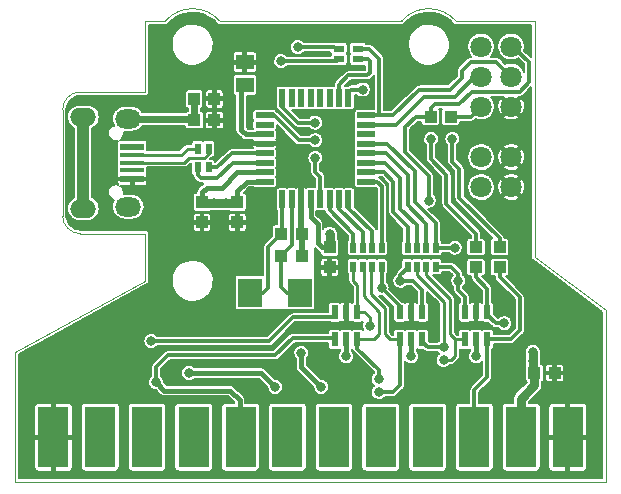
<source format=gtl>
G04 #@! TF.FileFunction,Copper,L1,Top,Signal*
%FSLAX46Y46*%
G04 Gerber Fmt 4.6, Leading zero omitted, Abs format (unit mm)*
G04 Created by KiCad (PCBNEW 4.0.5) date 02/05/17 15:08:45*
%MOMM*%
%LPD*%
G01*
G04 APERTURE LIST*
%ADD10C,0.100000*%
%ADD11R,2.540000X5.080000*%
%ADD12R,0.600000X0.900000*%
%ADD13R,0.900000X0.600000*%
%ADD14R,1.000000X1.000000*%
%ADD15C,1.800000*%
%ADD16R,0.550000X1.500000*%
%ADD17R,1.500000X0.550000*%
%ADD18R,1.100000X1.000000*%
%ADD19R,1.000000X1.100000*%
%ADD20R,1.500000X1.300000*%
%ADD21R,0.500000X0.900000*%
%ADD22R,2.000000X0.600000*%
%ADD23R,2.000000X0.450000*%
%ADD24O,2.200000X1.650000*%
%ADD25O,2.200000X1.550000*%
%ADD26R,0.600000X1.200000*%
%ADD27R,2.000000X2.400000*%
%ADD28C,0.600000*%
%ADD29C,0.800000*%
%ADD30C,0.400000*%
%ADD31C,0.300000*%
%ADD32C,0.250000*%
%ADD33C,0.500000*%
%ADD34C,0.800000*%
%ADD35C,0.600000*%
%ADD36C,1.000000*%
%ADD37C,0.150000*%
G04 APERTURE END LIST*
D10*
X4000000Y22500000D02*
G75*
G03X5500000Y21000000I1500000J0D01*
G01*
X5500000Y33000000D02*
G75*
G03X4000000Y31500000I0J-1500000D01*
G01*
X37300000Y39000000D02*
G75*
G03X32700000Y39000000I-2300000J-2000000D01*
G01*
X17300000Y39000000D02*
G75*
G03X12700000Y39000000I-2300000J-2000000D01*
G01*
X17300000Y39000000D02*
X32700000Y39000000D01*
X37300000Y39000000D02*
X44000000Y39000000D01*
X11000000Y39000000D02*
X12700000Y39000000D01*
X11000000Y39000000D02*
X11000000Y33000000D01*
X0Y11000000D02*
X11000000Y17000000D01*
X5500000Y33000000D02*
X11000000Y33000000D01*
X5500000Y21000000D02*
X11000000Y21000000D01*
X4000000Y31500000D02*
X4000000Y22500000D01*
X11000000Y21000000D02*
X11000000Y17000000D01*
X44000000Y39000000D02*
X44000000Y19000000D01*
X44000000Y19000000D02*
X50000000Y14500000D01*
X50000000Y0D02*
X50000000Y14500000D01*
X0Y0D02*
X0Y11000000D01*
X0Y0D02*
X50000000Y0D01*
D11*
X23021200Y3770000D03*
X26978800Y3770000D03*
X46778800Y3770000D03*
X42818800Y3770000D03*
X38858800Y3770000D03*
X11141200Y3770000D03*
X7181200Y3770000D03*
X3221200Y3770000D03*
X34898800Y3770000D03*
X15101200Y3770000D03*
X30938800Y3770000D03*
X19061200Y3770000D03*
D12*
X16350000Y28200000D03*
X15450000Y28200000D03*
X15450000Y26600000D03*
X16350000Y26600000D03*
D13*
X29000000Y35750000D03*
X29000000Y36650000D03*
X27400000Y36650000D03*
X27400000Y35750000D03*
D14*
X24300000Y21000000D03*
X22500000Y21000000D03*
X24300000Y19100000D03*
X22500000Y19100000D03*
D15*
X39430000Y27470000D03*
X41970000Y27470000D03*
X39430000Y24930000D03*
X41970000Y24930000D03*
X39430000Y36840000D03*
X41970000Y36840000D03*
X39430000Y34300000D03*
X41970000Y34300000D03*
X39430000Y31760000D03*
X41970000Y31760000D03*
D16*
X22600000Y23900000D03*
X23400000Y23900000D03*
X24200000Y23900000D03*
X25000000Y23900000D03*
X25800000Y23900000D03*
X26600000Y23900000D03*
X27400000Y23900000D03*
X28200000Y23900000D03*
D17*
X29700000Y25400000D03*
X29700000Y26200000D03*
X29700000Y27000000D03*
X29700000Y27800000D03*
X29700000Y28600000D03*
X29700000Y29400000D03*
X29700000Y30200000D03*
X29700000Y31000000D03*
D16*
X28200000Y32500000D03*
X27400000Y32500000D03*
X26600000Y32500000D03*
X25800000Y32500000D03*
X25000000Y32500000D03*
X24200000Y32500000D03*
X23400000Y32500000D03*
X22600000Y32500000D03*
D17*
X21100000Y31000000D03*
X21100000Y30200000D03*
X21100000Y29400000D03*
X21100000Y28600000D03*
X21100000Y27800000D03*
X21100000Y27000000D03*
X21100000Y26200000D03*
X21100000Y25400000D03*
D18*
X15150000Y30600000D03*
X16850000Y30600000D03*
X45650000Y9200000D03*
X43950000Y9200000D03*
D19*
X18800000Y21950000D03*
X18800000Y23650000D03*
X26600000Y18150000D03*
X26600000Y19850000D03*
X15800000Y21950000D03*
X15800000Y23650000D03*
X16850000Y32400000D03*
X15150000Y32400000D03*
D18*
X39000000Y18150000D03*
X39000000Y19850000D03*
D20*
X19431000Y35510000D03*
X19431000Y33610000D03*
D21*
X31000000Y19800000D03*
X30200000Y19800000D03*
X29400000Y19800000D03*
X28600000Y19800000D03*
X28600000Y18200000D03*
X29400000Y18200000D03*
X30200000Y18200000D03*
X31000000Y18200000D03*
X35600000Y19800000D03*
X34800000Y19800000D03*
X34000000Y19800000D03*
X33200000Y19800000D03*
X33200000Y18200000D03*
X34000000Y18200000D03*
X34800000Y18200000D03*
X35600000Y18200000D03*
D18*
X41000000Y19850000D03*
X41000000Y18150000D03*
D22*
X9900000Y28375000D03*
D23*
X9900000Y27650000D03*
X9900000Y26350000D03*
D22*
X9900000Y25625000D03*
D23*
X9900000Y27000000D03*
D24*
X9550000Y30725000D03*
X9550000Y23275000D03*
D25*
X5750000Y30875000D03*
X5750000Y23125000D03*
D26*
X27050000Y12050000D03*
X28000000Y12050000D03*
X28950000Y12050000D03*
X28950000Y14350000D03*
X28000000Y14350000D03*
X27050000Y14350000D03*
X32550000Y12050000D03*
X33500000Y12050000D03*
X34450000Y12050000D03*
X34450000Y14350000D03*
X33500000Y14350000D03*
X32550000Y14350000D03*
X38050000Y12050000D03*
X39000000Y12050000D03*
X39950000Y12050000D03*
X39950000Y14350000D03*
X39000000Y14350000D03*
X38050000Y14350000D03*
D27*
X24100000Y16000000D03*
X19900000Y16000000D03*
D19*
X36850000Y30900000D03*
X35150000Y30900000D03*
D28*
X20200000Y18000000D03*
X20200000Y19800000D03*
X36300000Y22400000D03*
D29*
X39000000Y15800000D03*
D28*
X48000000Y14200000D03*
X18100000Y29100000D03*
X27700000Y19700000D03*
X12200000Y19800000D03*
X12200000Y20800000D03*
X30800000Y38000000D03*
X34000000Y28200000D03*
X7000000Y27800000D03*
X7000000Y26200000D03*
X19200000Y38000000D03*
X12000000Y34200000D03*
X27400000Y30200000D03*
X27400000Y28200000D03*
X27400000Y26200000D03*
X23400000Y27000000D03*
X24200000Y26200000D03*
X1200000Y9600000D03*
X1200000Y8600000D03*
X1200000Y7600000D03*
X25200000Y13000000D03*
X44800000Y16600000D03*
X45600000Y16000000D03*
X46400000Y15400000D03*
X47200000Y14800000D03*
X48800000Y9600000D03*
X48800000Y8600000D03*
X48800000Y7600000D03*
D29*
X33500000Y15800000D03*
X28000000Y15800000D03*
X30000000Y13200000D03*
X30750000Y8700000D03*
X30750000Y7600000D03*
X31000000Y16400000D03*
X24200000Y10900000D03*
X25900000Y8000000D03*
X14700000Y9200000D03*
X32600000Y17000000D03*
X22000000Y8000000D03*
X36250000Y11400000D03*
X36250000Y10300000D03*
X37500000Y17000000D03*
X37200000Y19800000D03*
X35000000Y23800000D03*
X39000000Y10600000D03*
X26600000Y21000000D03*
X43800000Y11000000D03*
X43800000Y10200000D03*
X17800000Y23600000D03*
X16800000Y23600000D03*
X33500000Y10600000D03*
X28000000Y10600000D03*
X11900000Y8400000D03*
X22500000Y35600000D03*
X41400000Y13400000D03*
X11500000Y11900000D03*
X23900000Y36800000D03*
X25400000Y28900000D03*
X37000000Y29000000D03*
X35200000Y29000000D03*
X25400000Y27400000D03*
X29400000Y33200000D03*
X25400000Y30400000D03*
D30*
X19431000Y33610000D02*
X19431000Y33531000D01*
X19431000Y33531000D02*
X19100000Y33200000D01*
X19100000Y33200000D02*
X19100000Y29800000D01*
X19100000Y29800000D02*
X19500000Y29400000D01*
X19500000Y29400000D02*
X21100000Y29400000D01*
D31*
X17100000Y26600000D02*
X18300000Y27800000D01*
X16350000Y26600000D02*
X17100000Y26600000D01*
X18300000Y27800000D02*
X21100000Y27800000D01*
X15450000Y26600000D02*
X15450000Y25950000D01*
X15450000Y25950000D02*
X15700000Y25700000D01*
X15700000Y25700000D02*
X17100000Y25700000D01*
X17100000Y25700000D02*
X18400000Y27000000D01*
X18400000Y27000000D02*
X21100000Y27000000D01*
D32*
X35900000Y25800000D02*
X35900000Y22800000D01*
X35900000Y22800000D02*
X36300000Y22400000D01*
X34000000Y27700000D02*
X35900000Y25800000D01*
X34000000Y28200000D02*
X34000000Y27700000D01*
X20200000Y19800000D02*
X20200000Y18000000D01*
D30*
X39000000Y14350000D02*
X39000000Y15800000D01*
D32*
X45600000Y16000000D02*
X45400000Y16000000D01*
X45400000Y16000000D02*
X44800000Y16600000D01*
X46400000Y15400000D02*
X46200000Y15400000D01*
X46200000Y15400000D02*
X45600000Y16000000D01*
X47200000Y14800000D02*
X47000000Y14800000D01*
X47000000Y14800000D02*
X46400000Y15400000D01*
X48000000Y14200000D02*
X47800000Y14200000D01*
X47800000Y14200000D02*
X47200000Y14800000D01*
X48800000Y12600000D02*
X48800000Y13400000D01*
X48800000Y13400000D02*
X48000000Y14200000D01*
X12200000Y16800000D02*
X12200000Y19800000D01*
X21100000Y28600000D02*
X18600000Y28600000D01*
X18600000Y28600000D02*
X18100000Y29100000D01*
X27350000Y18150000D02*
X27700000Y18500000D01*
X27700000Y18500000D02*
X27700000Y19500000D01*
X26600000Y18150000D02*
X27350000Y18150000D01*
X12200000Y19800000D02*
X12200000Y20800000D01*
X12200000Y16800000D02*
X5000000Y9600000D01*
X5000000Y9600000D02*
X1200000Y9600000D01*
X9900000Y25625000D02*
X7575000Y25625000D01*
X7575000Y25625000D02*
X7000000Y26200000D01*
X19431000Y36769000D02*
X19200000Y37000000D01*
X19200000Y37000000D02*
X19200000Y38000000D01*
X19431000Y35510000D02*
X19431000Y36769000D01*
X17510000Y35510000D02*
X16200000Y34200000D01*
X16200000Y34200000D02*
X12000000Y34200000D01*
X19431000Y35510000D02*
X17510000Y35510000D01*
D33*
X27400000Y28200000D02*
X27400000Y30200000D01*
X27400000Y26200000D02*
X27400000Y28200000D01*
X24200000Y26200000D02*
X23400000Y27000000D01*
X24200000Y23900000D02*
X24200000Y26200000D01*
D32*
X1200000Y8600000D02*
X1200000Y9600000D01*
X1200000Y7600000D02*
X1200000Y8600000D01*
X3221200Y6978800D02*
X2600000Y7600000D01*
X2600000Y7600000D02*
X1200000Y7600000D01*
X3221200Y3770000D02*
X3221200Y6978800D01*
X3221200Y3770000D02*
X3221200Y7178800D01*
X48800000Y9600000D02*
X48800000Y12600000D01*
X48800000Y8600000D02*
X48800000Y9600000D01*
X48800000Y7600000D02*
X48800000Y8600000D01*
X47200000Y7600000D02*
X48800000Y7600000D01*
X46778800Y7178800D02*
X47200000Y7600000D01*
X46778800Y3770000D02*
X46778800Y7178800D01*
D30*
X33500000Y15800000D02*
X33500000Y14350000D01*
X28000000Y15800000D02*
X28000000Y14350000D01*
D33*
X24300000Y21000000D02*
X24300000Y21100000D01*
X24300000Y21100000D02*
X24200000Y21200000D01*
X24200000Y21200000D02*
X24200000Y23900000D01*
X24300000Y21000000D02*
X24300000Y19100000D01*
D31*
X22500000Y21000000D02*
X21400000Y19900000D01*
X21400000Y19900000D02*
X21400000Y16400000D01*
X21400000Y16400000D02*
X21000000Y16000000D01*
X21000000Y16000000D02*
X19900000Y16000000D01*
X22600000Y23900000D02*
X22600000Y21100000D01*
X22600000Y21100000D02*
X22500000Y21000000D01*
X22500000Y19100000D02*
X22500000Y16500000D01*
X22500000Y16500000D02*
X23000000Y16000000D01*
X23000000Y16000000D02*
X24100000Y16000000D01*
X23400000Y23900000D02*
X23400000Y20000000D01*
X23400000Y20000000D02*
X22500000Y19100000D01*
D32*
X29550000Y14350000D02*
X30000000Y13900000D01*
X30000000Y13900000D02*
X30000000Y13200000D01*
X28950000Y14350000D02*
X29550000Y14350000D01*
X28600000Y17000000D02*
X28950000Y16650000D01*
X28950000Y16650000D02*
X28950000Y14350000D01*
X28600000Y18200000D02*
X28600000Y17000000D01*
X28950000Y12050000D02*
X30350000Y12050000D01*
X30350000Y12050000D02*
X30800000Y12500000D01*
X29400000Y18200000D02*
X29400000Y18100000D01*
X29400000Y18100000D02*
X29500000Y18000000D01*
X29500000Y18000000D02*
X29500000Y15700000D01*
X29500000Y15700000D02*
X30800000Y14400000D01*
X30800000Y14400000D02*
X30800000Y12500000D01*
D31*
X30750000Y8700000D02*
X30750000Y9450000D01*
X28950000Y11250000D02*
X28950000Y12050000D01*
X30750000Y9450000D02*
X28950000Y11250000D01*
D32*
X31750000Y12050000D02*
X31300000Y12500000D01*
X31300000Y12500000D02*
X31300000Y14700000D01*
X32550000Y12050000D02*
X31750000Y12050000D01*
D31*
X32000000Y7600000D02*
X32550000Y8150000D01*
X32550000Y8150000D02*
X32550000Y12050000D01*
X30750000Y7600000D02*
X32000000Y7600000D01*
D32*
X30200000Y18200000D02*
X30100000Y18100000D01*
X30100000Y18100000D02*
X30100000Y15900000D01*
X30100000Y15900000D02*
X31300000Y14700000D01*
D31*
X31000000Y16400000D02*
X32550000Y14850000D01*
X32550000Y14850000D02*
X32550000Y14350000D01*
X31000000Y18200000D02*
X31000000Y16400000D01*
D30*
X24200000Y10900000D02*
X24200000Y9700000D01*
X24200000Y9700000D02*
X25900000Y8000000D01*
X14700000Y9200000D02*
X20800000Y9200000D01*
X20800000Y9200000D02*
X22000000Y8000000D01*
D31*
X33200000Y18200000D02*
X33200000Y18100000D01*
X33200000Y18100000D02*
X32600000Y17500000D01*
X32600000Y17500000D02*
X32600000Y17000000D01*
X33700000Y17000000D02*
X34450000Y16250000D01*
X33700000Y17000000D02*
X32600000Y17000000D01*
X34450000Y16250000D02*
X34450000Y14350000D01*
X36250000Y11400000D02*
X34900000Y11400000D01*
X34900000Y11400000D02*
X34450000Y11850000D01*
X34450000Y11850000D02*
X34450000Y12050000D01*
D32*
X36250000Y11400000D02*
X36250000Y15250000D01*
X36250000Y15250000D02*
X34000000Y17500000D01*
X34000000Y17500000D02*
X34000000Y18200000D01*
X36200000Y10300000D02*
X36900000Y10300000D01*
X37250000Y12050000D02*
X37250000Y10650000D01*
X37250000Y10650000D02*
X36900000Y10300000D01*
X34800000Y18200000D02*
X34800000Y17500000D01*
X34800000Y17500000D02*
X36800000Y15500000D01*
X36800000Y15500000D02*
X36800000Y12500000D01*
X36800000Y12500000D02*
X37250000Y12050000D01*
X37250000Y12050000D02*
X38050000Y12050000D01*
D31*
X37500000Y17000000D02*
X37500000Y16200000D01*
X37500000Y16200000D02*
X38050000Y15650000D01*
X38050000Y15650000D02*
X38050000Y14350000D01*
X37500000Y17000000D02*
X37500000Y17600000D01*
X37500000Y17600000D02*
X36900000Y18200000D01*
X36900000Y18200000D02*
X35600000Y18200000D01*
X28600000Y19800000D02*
X28600000Y21000000D01*
X28600000Y21000000D02*
X26600000Y23000000D01*
X26600000Y23000000D02*
X26600000Y23900000D01*
X29400000Y19800000D02*
X29400000Y21100000D01*
X29400000Y21100000D02*
X27400000Y23100000D01*
X27400000Y23100000D02*
X27400000Y23900000D01*
X30200000Y19800000D02*
X30200000Y21200000D01*
X30200000Y21200000D02*
X28200000Y23200000D01*
X28200000Y23200000D02*
X28200000Y23900000D01*
X31000000Y25000000D02*
X31000000Y19800000D01*
X29700000Y25400000D02*
X30600000Y25400000D01*
X30600000Y25400000D02*
X31000000Y25000000D01*
X31200000Y26200000D02*
X32000000Y25400000D01*
X32000000Y25400000D02*
X32000000Y22800000D01*
X33200000Y21600000D02*
X33200000Y19800000D01*
X32000000Y22800000D02*
X33200000Y21600000D01*
X29700000Y26200000D02*
X31200000Y26200000D01*
X29700000Y27000000D02*
X31300000Y27000000D01*
X31300000Y27000000D02*
X32600000Y25700000D01*
X32600000Y25700000D02*
X32600000Y23100000D01*
X32600000Y23100000D02*
X34000000Y21700000D01*
X34000000Y21700000D02*
X34000000Y19800000D01*
X29700000Y27800000D02*
X31400000Y27800000D01*
X31400000Y27800000D02*
X33200000Y26000000D01*
X33200000Y26000000D02*
X33200000Y23400000D01*
X33200000Y23400000D02*
X34800000Y21800000D01*
X34800000Y21800000D02*
X34800000Y19800000D01*
X29700000Y28600000D02*
X31500000Y28600000D01*
X31500000Y28600000D02*
X33800000Y26300000D01*
X33800000Y26300000D02*
X33800000Y23700000D01*
X33800000Y23700000D02*
X35600000Y21900000D01*
X35600000Y21900000D02*
X35600000Y19800000D01*
X35600000Y19800000D02*
X37200000Y19800000D01*
X41970000Y36840000D02*
X42160000Y36840000D01*
X42160000Y36840000D02*
X43500000Y35500000D01*
X43500000Y35500000D02*
X43500000Y33800000D01*
X43500000Y33800000D02*
X42730000Y33030000D01*
X42730000Y33030000D02*
X38630000Y33030000D01*
X38630000Y33030000D02*
X37600000Y32000000D01*
X37600000Y32000000D02*
X35500000Y32000000D01*
X35500000Y32000000D02*
X35150000Y31650000D01*
X35150000Y31650000D02*
X35150000Y30900000D01*
X35150000Y30900000D02*
X33900000Y30900000D01*
X33900000Y30900000D02*
X33000000Y30000000D01*
X33000000Y30000000D02*
X33000000Y27900000D01*
X33000000Y27900000D02*
X35000000Y25900000D01*
X35000000Y25900000D02*
X35000000Y23800000D01*
D30*
X39000000Y12050000D02*
X39000000Y10600000D01*
X21100000Y26200000D02*
X18800000Y26200000D01*
X18800000Y26200000D02*
X17500000Y24900000D01*
X17500000Y24900000D02*
X16200000Y24900000D01*
X16200000Y24900000D02*
X15800000Y24500000D01*
X15800000Y24500000D02*
X15800000Y23650000D01*
X25950000Y19850000D02*
X26600000Y19850000D01*
X25000000Y22400000D02*
X25600000Y21800000D01*
X25600000Y20200000D02*
X25950000Y19850000D01*
X25600000Y21800000D02*
X25600000Y20200000D01*
X25000000Y23900000D02*
X25000000Y22400000D01*
D34*
X26600000Y19850000D02*
X26600000Y21000000D01*
X43800000Y10200000D02*
X43800000Y11000000D01*
X43800000Y10200000D02*
X43800000Y9350000D01*
X43800000Y9350000D02*
X43950000Y9200000D01*
X42818800Y3770000D02*
X42818800Y7018800D01*
X42818800Y7018800D02*
X43950000Y8150000D01*
X43950000Y8150000D02*
X43950000Y9200000D01*
X16800000Y23600000D02*
X17800000Y23600000D01*
X18800000Y23650000D02*
X18750000Y23600000D01*
X18750000Y23600000D02*
X17800000Y23600000D01*
X16800000Y23600000D02*
X15850000Y23600000D01*
X15850000Y23600000D02*
X15800000Y23650000D01*
D30*
X19600000Y25400000D02*
X18800000Y24600000D01*
X18800000Y24600000D02*
X18800000Y23650000D01*
X21100000Y25400000D02*
X19600000Y25400000D01*
X33500000Y10600000D02*
X33500000Y12050000D01*
X28000000Y10600000D02*
X28000000Y12050000D01*
D35*
X15150000Y30600000D02*
X15025000Y30725000D01*
X15025000Y30725000D02*
X9550000Y30725000D01*
D36*
X5750000Y30875000D02*
X5750000Y23125000D01*
D35*
X15150000Y30600000D02*
X15150000Y32400000D01*
D31*
X41000000Y18150000D02*
X41000000Y17300000D01*
X41000000Y17300000D02*
X42700000Y15600000D01*
X42700000Y15600000D02*
X42700000Y12800000D01*
X42700000Y12800000D02*
X41950000Y12050000D01*
X41950000Y12050000D02*
X39950000Y12050000D01*
X39950000Y8850000D02*
X38858800Y7758800D01*
X38858800Y7758800D02*
X38858800Y3770000D01*
X39950000Y12050000D02*
X39950000Y8850000D01*
X27050000Y12050000D02*
X26900000Y12200000D01*
X26900000Y12200000D02*
X23500000Y12200000D01*
X11900000Y9700000D02*
X11900000Y8400000D01*
X12900000Y10700000D02*
X11900000Y9700000D01*
X22000000Y10700000D02*
X12900000Y10700000D01*
X23500000Y12200000D02*
X22000000Y10700000D01*
D30*
X11900000Y8400000D02*
X12600000Y7700000D01*
X12600000Y7700000D02*
X18200000Y7700000D01*
X18200000Y7700000D02*
X19000000Y6900000D01*
X19000000Y6900000D02*
X19000000Y3831200D01*
X19000000Y3831200D02*
X19061200Y3770000D01*
D31*
X22500000Y35600000D02*
X27250000Y35600000D01*
X27250000Y35600000D02*
X27400000Y35750000D01*
X41400000Y13400000D02*
X40700000Y13400000D01*
X40700000Y13400000D02*
X39950000Y14150000D01*
X39950000Y14150000D02*
X39950000Y14350000D01*
X39000000Y17300000D02*
X39950000Y16350000D01*
X39000000Y18150000D02*
X39000000Y17300000D01*
X39950000Y16350000D02*
X39950000Y14350000D01*
X11500000Y11900000D02*
X21500000Y11900000D01*
X23500000Y13900000D02*
X26800000Y13900000D01*
X21500000Y11900000D02*
X23500000Y13900000D01*
X26800000Y13900000D02*
X27000000Y14100000D01*
X27000000Y14100000D02*
X27000000Y14300000D01*
X27000000Y14300000D02*
X27050000Y14350000D01*
X23900000Y36800000D02*
X27000000Y36800000D01*
X27000000Y36800000D02*
X27150000Y36650000D01*
X27150000Y36650000D02*
X27400000Y36650000D01*
X25400000Y28900000D02*
X24000000Y28900000D01*
X24000000Y28900000D02*
X21900000Y31000000D01*
X21900000Y31000000D02*
X21100000Y31000000D01*
X37000000Y27100000D02*
X37000000Y29000000D01*
X37600000Y26500000D02*
X37000000Y27100000D01*
X37600000Y24000000D02*
X37600000Y26500000D01*
X41000000Y20600000D02*
X37600000Y24000000D01*
X41000000Y19850000D02*
X41000000Y20600000D01*
X35200000Y29000000D02*
X35200000Y27300000D01*
X36500000Y26000000D02*
X35200000Y27300000D01*
X36500000Y23500000D02*
X36500000Y26000000D01*
X39000000Y21000000D02*
X36500000Y23500000D01*
X39000000Y19850000D02*
X39000000Y21000000D01*
X25800000Y25800000D02*
X25400000Y26200000D01*
X25400000Y26200000D02*
X25400000Y27400000D01*
X25800000Y23900000D02*
X25800000Y25800000D01*
X39370000Y34306000D02*
X38906000Y34306000D01*
X38906000Y34306000D02*
X37200000Y32600000D01*
X37200000Y32600000D02*
X34600000Y32600000D01*
X34600000Y32600000D02*
X32200000Y30200000D01*
X32200000Y30200000D02*
X29700000Y30200000D01*
X41970000Y34300000D02*
X40700000Y35570000D01*
X40700000Y35570000D02*
X38570000Y35570000D01*
X38570000Y35570000D02*
X37800000Y34800000D01*
X37800000Y34800000D02*
X37800000Y34200000D01*
X37800000Y34200000D02*
X36800000Y33200000D01*
X36800000Y33200000D02*
X34200000Y33200000D01*
X34200000Y33200000D02*
X32000000Y31000000D01*
X32000000Y31000000D02*
X30800000Y31000000D01*
X29000000Y36650000D02*
X29950000Y36650000D01*
X29950000Y36650000D02*
X30800000Y35800000D01*
X30800000Y35800000D02*
X30800000Y31000000D01*
X30800000Y31000000D02*
X29700000Y31000000D01*
X28200000Y33000000D02*
X28400000Y33200000D01*
X28400000Y33200000D02*
X29400000Y33200000D01*
X28200000Y32500000D02*
X28200000Y33000000D01*
X27400000Y32500000D02*
X27400000Y33600000D01*
X27400000Y33600000D02*
X28200000Y34400000D01*
X28200000Y34400000D02*
X29800000Y34400000D01*
X29800000Y34400000D02*
X30000000Y34600000D01*
X30000000Y34600000D02*
X30000000Y35600000D01*
X30000000Y35600000D02*
X29850000Y35750000D01*
X29850000Y35750000D02*
X29000000Y35750000D01*
X39430000Y31760000D02*
X38570000Y30900000D01*
X38570000Y30900000D02*
X36850000Y30900000D01*
X25400000Y30400000D02*
X23900000Y30400000D01*
X23900000Y30400000D02*
X22600000Y31700000D01*
X22600000Y31700000D02*
X22600000Y32500000D01*
D32*
X14050000Y27650000D02*
X9900000Y27650000D01*
X14050000Y27650000D02*
X14600000Y28200000D01*
X14600000Y28200000D02*
X15450000Y28200000D01*
X14300000Y27000000D02*
X9900000Y27000000D01*
X14300000Y27000000D02*
X14700000Y27400000D01*
X14700000Y27400000D02*
X16000000Y27400000D01*
X16000000Y27400000D02*
X16350000Y27750000D01*
X16350000Y27750000D02*
X16350000Y28200000D01*
D37*
G36*
X35332082Y39701054D02*
X35850398Y39585110D01*
X36336314Y39370704D01*
X36774640Y39063680D01*
X37070994Y38769390D01*
X37093784Y38750803D01*
X37116386Y38731838D01*
X37118384Y38730739D01*
X37120148Y38729301D01*
X37146119Y38715492D01*
X37171969Y38701281D01*
X37174145Y38700591D01*
X37176153Y38699523D01*
X37204314Y38691020D01*
X37232429Y38682102D01*
X37234695Y38681848D01*
X37236874Y38681190D01*
X37266151Y38678320D01*
X37295462Y38675032D01*
X37300000Y38675000D01*
X43675000Y38675000D01*
X43675000Y35926041D01*
X43098358Y36502682D01*
X43141375Y36692021D01*
X43145050Y36955215D01*
X43100293Y37181256D01*
X43012483Y37394298D01*
X42884965Y37586228D01*
X42722597Y37749733D01*
X42531562Y37878588D01*
X42319138Y37967883D01*
X42093415Y38014217D01*
X41862991Y38015826D01*
X41636644Y37972648D01*
X41422993Y37886327D01*
X41230178Y37760153D01*
X41065543Y37598930D01*
X40935358Y37408799D01*
X40844582Y37197004D01*
X40796673Y36971610D01*
X40793456Y36741203D01*
X40835053Y36514559D01*
X40919879Y36300311D01*
X41044705Y36106620D01*
X41204775Y35940863D01*
X41393991Y35809354D01*
X41605148Y35717102D01*
X41830202Y35667621D01*
X42060581Y35662795D01*
X42287510Y35702808D01*
X42502344Y35786137D01*
X42569931Y35829029D01*
X43075000Y35323959D01*
X43075000Y34702621D01*
X43012483Y34854298D01*
X42884965Y35046228D01*
X42722597Y35209733D01*
X42531562Y35338588D01*
X42319138Y35427883D01*
X42093415Y35474217D01*
X41862991Y35475826D01*
X41636644Y35432648D01*
X41495442Y35375598D01*
X41000520Y35870520D01*
X40970201Y35895424D01*
X40940111Y35920673D01*
X40938154Y35921749D01*
X40936425Y35923169D01*
X40901843Y35941711D01*
X40867425Y35960633D01*
X40865291Y35961310D01*
X40863325Y35962364D01*
X40825829Y35973828D01*
X40788362Y35985713D01*
X40786140Y35985962D01*
X40784005Y35986615D01*
X40744959Y35990581D01*
X40705934Y35994959D01*
X40701571Y35994989D01*
X40701484Y35994998D01*
X40701403Y35994990D01*
X40700000Y35995000D01*
X40246573Y35995000D01*
X40323773Y36068516D01*
X40456600Y36256810D01*
X40550324Y36467318D01*
X40601375Y36692021D01*
X40605050Y36955215D01*
X40560293Y37181256D01*
X40472483Y37394298D01*
X40344965Y37586228D01*
X40182597Y37749733D01*
X39991562Y37878588D01*
X39779138Y37967883D01*
X39553415Y38014217D01*
X39322991Y38015826D01*
X39096644Y37972648D01*
X38882993Y37886327D01*
X38690178Y37760153D01*
X38525543Y37598930D01*
X38395358Y37408799D01*
X38304582Y37197004D01*
X38256673Y36971610D01*
X38253456Y36741203D01*
X38295053Y36514559D01*
X38379879Y36300311D01*
X38504705Y36106620D01*
X38612495Y35995000D01*
X38570000Y35995000D01*
X38530913Y35991168D01*
X38491821Y35987747D01*
X38489678Y35987124D01*
X38487450Y35986906D01*
X38449822Y35975545D01*
X38412168Y35964606D01*
X38410185Y35963578D01*
X38408045Y35962932D01*
X38373378Y35944499D01*
X38338528Y35926435D01*
X38336781Y35925041D01*
X38334809Y35923992D01*
X38304388Y35899182D01*
X38273704Y35874687D01*
X38270597Y35871623D01*
X38270530Y35871568D01*
X38270479Y35871506D01*
X38269479Y35870520D01*
X37499480Y35100520D01*
X37474576Y35070201D01*
X37449327Y35040111D01*
X37448251Y35038154D01*
X37446831Y35036425D01*
X37428289Y35001843D01*
X37409367Y34967425D01*
X37408690Y34965291D01*
X37407636Y34963325D01*
X37396172Y34925829D01*
X37384287Y34888362D01*
X37384038Y34886140D01*
X37383385Y34884005D01*
X37379419Y34844959D01*
X37375041Y34805934D01*
X37375011Y34801571D01*
X37375002Y34801484D01*
X37375010Y34801403D01*
X37375000Y34800000D01*
X37375000Y34376041D01*
X36623960Y33625000D01*
X34200000Y33625000D01*
X34160909Y33621167D01*
X34121821Y33617747D01*
X34119678Y33617124D01*
X34117450Y33616906D01*
X34079869Y33605559D01*
X34042168Y33594607D01*
X34040180Y33593577D01*
X34038045Y33592932D01*
X34003413Y33574518D01*
X33968528Y33556435D01*
X33966782Y33555041D01*
X33964809Y33553992D01*
X33934364Y33529162D01*
X33903705Y33504687D01*
X33900603Y33501627D01*
X33900530Y33501568D01*
X33900474Y33501501D01*
X33899480Y33500520D01*
X31823960Y31425000D01*
X31225000Y31425000D01*
X31225000Y35800000D01*
X31221172Y35839041D01*
X31217748Y35878179D01*
X31217124Y35880327D01*
X31216906Y35882550D01*
X31205572Y35920090D01*
X31194607Y35957832D01*
X31193577Y35959820D01*
X31192932Y35961955D01*
X31174518Y35996587D01*
X31156435Y36031472D01*
X31155041Y36033219D01*
X31153992Y36035191D01*
X31129187Y36065605D01*
X31104688Y36096295D01*
X31101623Y36099403D01*
X31101568Y36099470D01*
X31101506Y36099521D01*
X31100521Y36100520D01*
X30350288Y36850753D01*
X33222667Y36850753D01*
X33285505Y36508377D01*
X33413648Y36184726D01*
X33602214Y35892128D01*
X33844021Y35641729D01*
X34129859Y35443067D01*
X34448841Y35303707D01*
X34788816Y35228959D01*
X35136835Y35221669D01*
X35479642Y35282115D01*
X35804180Y35407995D01*
X36098086Y35594513D01*
X36350167Y35834567D01*
X36550821Y36119011D01*
X36692404Y36437012D01*
X36769524Y36776457D01*
X36775076Y37174048D01*
X36707464Y37515514D01*
X36574815Y37837344D01*
X36382182Y38127280D01*
X36136902Y38374278D01*
X35848318Y38568931D01*
X35527421Y38703823D01*
X35186436Y38773817D01*
X34838349Y38776247D01*
X34496419Y38711021D01*
X34173671Y38580622D01*
X33882397Y38390018D01*
X33633692Y38146468D01*
X33437030Y37859250D01*
X33299901Y37539303D01*
X33227527Y37198815D01*
X33222667Y36850753D01*
X30350288Y36850753D01*
X30250520Y36950520D01*
X30220201Y36975424D01*
X30190111Y37000673D01*
X30188154Y37001749D01*
X30186425Y37003169D01*
X30151843Y37021711D01*
X30117425Y37040633D01*
X30115291Y37041310D01*
X30113325Y37042364D01*
X30075829Y37053828D01*
X30038362Y37065713D01*
X30036140Y37065962D01*
X30034005Y37066615D01*
X29994959Y37070581D01*
X29955934Y37074959D01*
X29951571Y37074989D01*
X29951484Y37074998D01*
X29951403Y37074990D01*
X29950000Y37075000D01*
X29695269Y37075000D01*
X29657051Y37132998D01*
X29597872Y37183436D01*
X29526984Y37215390D01*
X29450000Y37226330D01*
X28550000Y37226330D01*
X28506207Y37222838D01*
X28431930Y37199836D01*
X28367002Y37157051D01*
X28316564Y37097872D01*
X28284610Y37026984D01*
X28273670Y36950000D01*
X28273670Y36350000D01*
X28277162Y36306207D01*
X28300164Y36231930D01*
X28319972Y36201871D01*
X28316564Y36197872D01*
X28284610Y36126984D01*
X28273670Y36050000D01*
X28273670Y35450000D01*
X28277162Y35406207D01*
X28300164Y35331930D01*
X28342949Y35267002D01*
X28402128Y35216564D01*
X28473016Y35184610D01*
X28550000Y35173670D01*
X29450000Y35173670D01*
X29493793Y35177162D01*
X29568070Y35200164D01*
X29575000Y35204731D01*
X29575000Y34825000D01*
X28200000Y34825000D01*
X28160909Y34821167D01*
X28121821Y34817747D01*
X28119678Y34817124D01*
X28117450Y34816906D01*
X28079869Y34805559D01*
X28042168Y34794607D01*
X28040180Y34793577D01*
X28038045Y34792932D01*
X28003413Y34774518D01*
X27968528Y34756435D01*
X27966782Y34755041D01*
X27964809Y34753992D01*
X27934364Y34729162D01*
X27903705Y34704687D01*
X27900603Y34701627D01*
X27900530Y34701568D01*
X27900474Y34701501D01*
X27899480Y34700520D01*
X27099480Y33900520D01*
X27074576Y33870201D01*
X27049327Y33840111D01*
X27048251Y33838154D01*
X27046831Y33836425D01*
X27028289Y33801843D01*
X27009367Y33767425D01*
X27008690Y33765291D01*
X27007636Y33763325D01*
X26996172Y33725829D01*
X26984287Y33688362D01*
X26984038Y33686140D01*
X26983385Y33684005D01*
X26979419Y33644959D01*
X26975041Y33605934D01*
X26975011Y33601571D01*
X26975002Y33601484D01*
X26975010Y33601403D01*
X26975000Y33600000D01*
X26975000Y33505015D01*
X26951984Y33515390D01*
X26875000Y33526330D01*
X26325000Y33526330D01*
X26281207Y33522838D01*
X26206930Y33499836D01*
X26198627Y33494365D01*
X26151984Y33515390D01*
X26075000Y33526330D01*
X25525000Y33526330D01*
X25481207Y33522838D01*
X25406930Y33499836D01*
X25398627Y33494365D01*
X25351984Y33515390D01*
X25275000Y33526330D01*
X24725000Y33526330D01*
X24681207Y33522838D01*
X24606930Y33499836D01*
X24598627Y33494365D01*
X24551984Y33515390D01*
X24475000Y33526330D01*
X23925000Y33526330D01*
X23881207Y33522838D01*
X23806930Y33499836D01*
X23798627Y33494365D01*
X23751984Y33515390D01*
X23675000Y33526330D01*
X23125000Y33526330D01*
X23081207Y33522838D01*
X23006930Y33499836D01*
X22998627Y33494365D01*
X22951984Y33515390D01*
X22875000Y33526330D01*
X22325000Y33526330D01*
X22281207Y33522838D01*
X22206930Y33499836D01*
X22142002Y33457051D01*
X22091564Y33397872D01*
X22059610Y33326984D01*
X22048670Y33250000D01*
X22048670Y31750000D01*
X22052162Y31706207D01*
X22075164Y31631930D01*
X22117949Y31567002D01*
X22177128Y31516564D01*
X22231330Y31492132D01*
X22243565Y31468528D01*
X22244959Y31466782D01*
X22246008Y31464809D01*
X22270838Y31434364D01*
X22295313Y31403705D01*
X22298373Y31400603D01*
X22298432Y31400530D01*
X22298499Y31400474D01*
X22299480Y31399480D01*
X23599480Y30099479D01*
X23629829Y30074551D01*
X23659889Y30049327D01*
X23661846Y30048251D01*
X23663575Y30046831D01*
X23698192Y30028270D01*
X23732575Y30009367D01*
X23734705Y30008691D01*
X23736675Y30007635D01*
X23774258Y29996145D01*
X23811638Y29984287D01*
X23813855Y29984038D01*
X23815995Y29983384D01*
X23855086Y29979413D01*
X23894066Y29975041D01*
X23898430Y29975011D01*
X23898517Y29975002D01*
X23898598Y29975010D01*
X23900000Y29975000D01*
X24872017Y29975000D01*
X24960402Y29883474D01*
X25069101Y29807927D01*
X25190404Y29754931D01*
X25319691Y29726505D01*
X25452036Y29723733D01*
X25582399Y29746720D01*
X25705815Y29794589D01*
X25817582Y29865519D01*
X25913444Y29956807D01*
X25989749Y30064976D01*
X26043590Y30185906D01*
X26072918Y30314991D01*
X26075029Y30466187D01*
X26049317Y30596040D01*
X25998873Y30718427D01*
X25925618Y30828684D01*
X25832343Y30922613D01*
X25722600Y30996636D01*
X25600569Y31047933D01*
X25470898Y31074550D01*
X25338527Y31075475D01*
X25208497Y31050670D01*
X25085762Y31001082D01*
X24974996Y30928598D01*
X24880418Y30835981D01*
X24872899Y30825000D01*
X24076041Y30825000D01*
X23427370Y31473670D01*
X23675000Y31473670D01*
X23718793Y31477162D01*
X23793070Y31500164D01*
X23801373Y31505635D01*
X23848016Y31484610D01*
X23925000Y31473670D01*
X24475000Y31473670D01*
X24518793Y31477162D01*
X24593070Y31500164D01*
X24601373Y31505635D01*
X24648016Y31484610D01*
X24725000Y31473670D01*
X25275000Y31473670D01*
X25318793Y31477162D01*
X25393070Y31500164D01*
X25401373Y31505635D01*
X25448016Y31484610D01*
X25525000Y31473670D01*
X26075000Y31473670D01*
X26118793Y31477162D01*
X26193070Y31500164D01*
X26201373Y31505635D01*
X26248016Y31484610D01*
X26325000Y31473670D01*
X26875000Y31473670D01*
X26918793Y31477162D01*
X26993070Y31500164D01*
X27001373Y31505635D01*
X27048016Y31484610D01*
X27125000Y31473670D01*
X27675000Y31473670D01*
X27718793Y31477162D01*
X27793070Y31500164D01*
X27801373Y31505635D01*
X27848016Y31484610D01*
X27925000Y31473670D01*
X28475000Y31473670D01*
X28518793Y31477162D01*
X28593070Y31500164D01*
X28657998Y31542949D01*
X28708436Y31602128D01*
X28740390Y31673016D01*
X28751330Y31750000D01*
X28751330Y32775000D01*
X28872017Y32775000D01*
X28960402Y32683474D01*
X29069101Y32607927D01*
X29190404Y32554931D01*
X29319691Y32526505D01*
X29452036Y32523733D01*
X29582399Y32546720D01*
X29705815Y32594589D01*
X29817582Y32665519D01*
X29913444Y32756807D01*
X29989749Y32864976D01*
X30043590Y32985906D01*
X30072918Y33114991D01*
X30075029Y33266187D01*
X30049317Y33396040D01*
X29998873Y33518427D01*
X29925618Y33628684D01*
X29832343Y33722613D01*
X29722600Y33796636D01*
X29600569Y33847933D01*
X29470898Y33874550D01*
X29338527Y33875475D01*
X29208497Y33850670D01*
X29085762Y33801082D01*
X28974996Y33728598D01*
X28880418Y33635981D01*
X28872899Y33625000D01*
X28400000Y33625000D01*
X28360959Y33621172D01*
X28321821Y33617748D01*
X28319673Y33617124D01*
X28317450Y33616906D01*
X28279910Y33605572D01*
X28242168Y33594607D01*
X28240180Y33593577D01*
X28238045Y33592932D01*
X28203413Y33574518D01*
X28168528Y33556435D01*
X28166781Y33555041D01*
X28164809Y33553992D01*
X28134395Y33529187D01*
X28130816Y33526330D01*
X27927370Y33526330D01*
X28376040Y33975000D01*
X29800000Y33975000D01*
X29839091Y33978833D01*
X29878179Y33982253D01*
X29880322Y33982876D01*
X29882550Y33983094D01*
X29920131Y33994441D01*
X29957832Y34005393D01*
X29959820Y34006423D01*
X29961955Y34007068D01*
X29996587Y34025482D01*
X30031472Y34043565D01*
X30033218Y34044959D01*
X30035191Y34046008D01*
X30065636Y34070838D01*
X30096295Y34095313D01*
X30099397Y34098373D01*
X30099470Y34098432D01*
X30099526Y34098499D01*
X30100520Y34099480D01*
X30300521Y34299480D01*
X30325449Y34329829D01*
X30350673Y34359889D01*
X30351749Y34361846D01*
X30353169Y34363575D01*
X30371730Y34398192D01*
X30375000Y34404139D01*
X30375000Y31551330D01*
X28950000Y31551330D01*
X28906207Y31547838D01*
X28831930Y31524836D01*
X28767002Y31482051D01*
X28716564Y31422872D01*
X28684610Y31351984D01*
X28673670Y31275000D01*
X28673670Y30725000D01*
X28677162Y30681207D01*
X28700164Y30606930D01*
X28705635Y30598627D01*
X28684610Y30551984D01*
X28673670Y30475000D01*
X28673670Y29925000D01*
X28677162Y29881207D01*
X28700164Y29806930D01*
X28705635Y29798627D01*
X28684610Y29751984D01*
X28673670Y29675000D01*
X28673670Y29125000D01*
X28677162Y29081207D01*
X28700164Y29006930D01*
X28705635Y28998627D01*
X28684610Y28951984D01*
X28673670Y28875000D01*
X28673670Y28325000D01*
X28677162Y28281207D01*
X28700164Y28206930D01*
X28705635Y28198627D01*
X28684610Y28151984D01*
X28673670Y28075000D01*
X28673670Y27525000D01*
X28677162Y27481207D01*
X28700164Y27406930D01*
X28705635Y27398627D01*
X28684610Y27351984D01*
X28673670Y27275000D01*
X28673670Y26725000D01*
X28677162Y26681207D01*
X28700164Y26606930D01*
X28705635Y26598627D01*
X28684610Y26551984D01*
X28673670Y26475000D01*
X28673670Y25925000D01*
X28677162Y25881207D01*
X28700164Y25806930D01*
X28705635Y25798627D01*
X28684610Y25751984D01*
X28673670Y25675000D01*
X28673670Y25125000D01*
X28677162Y25081207D01*
X28700164Y25006930D01*
X28742949Y24942002D01*
X28802128Y24891564D01*
X28873016Y24859610D01*
X28950000Y24848670D01*
X30450000Y24848670D01*
X30493793Y24852162D01*
X30534264Y24864695D01*
X30575000Y24823959D01*
X30575000Y21395680D01*
X30574518Y21396587D01*
X30556435Y21431472D01*
X30555041Y21433219D01*
X30553992Y21435191D01*
X30529182Y21465612D01*
X30504687Y21496296D01*
X30501626Y21499399D01*
X30501568Y21499470D01*
X30501502Y21499525D01*
X30500520Y21500520D01*
X28751330Y23249710D01*
X28751330Y24650000D01*
X28747838Y24693793D01*
X28724836Y24768070D01*
X28682051Y24832998D01*
X28622872Y24883436D01*
X28551984Y24915390D01*
X28475000Y24926330D01*
X27925000Y24926330D01*
X27881207Y24922838D01*
X27806930Y24899836D01*
X27798627Y24894365D01*
X27751984Y24915390D01*
X27675000Y24926330D01*
X27125000Y24926330D01*
X27081207Y24922838D01*
X27006930Y24899836D01*
X26998627Y24894365D01*
X26951984Y24915390D01*
X26875000Y24926330D01*
X26325000Y24926330D01*
X26281207Y24922838D01*
X26225000Y24905432D01*
X26225000Y25800000D01*
X26221168Y25839087D01*
X26217747Y25878179D01*
X26217124Y25880322D01*
X26216906Y25882550D01*
X26205545Y25920178D01*
X26194606Y25957832D01*
X26193578Y25959815D01*
X26192932Y25961955D01*
X26174499Y25996622D01*
X26156435Y26031472D01*
X26155041Y26033219D01*
X26153992Y26035191D01*
X26129182Y26065612D01*
X26104687Y26096296D01*
X26101623Y26099403D01*
X26101568Y26099470D01*
X26101506Y26099521D01*
X26100520Y26100521D01*
X25825000Y26376040D01*
X25825000Y26872583D01*
X25913444Y26956807D01*
X25989749Y27064976D01*
X26043590Y27185906D01*
X26072918Y27314991D01*
X26075029Y27466187D01*
X26049317Y27596040D01*
X25998873Y27718427D01*
X25925618Y27828684D01*
X25832343Y27922613D01*
X25722600Y27996636D01*
X25600569Y28047933D01*
X25470898Y28074550D01*
X25338527Y28075475D01*
X25208497Y28050670D01*
X25085762Y28001082D01*
X24974996Y27928598D01*
X24880418Y27835981D01*
X24805631Y27726757D01*
X24753483Y27605087D01*
X24725961Y27475606D01*
X24724113Y27343244D01*
X24748009Y27213045D01*
X24796739Y27089966D01*
X24868447Y26978697D01*
X24960402Y26883474D01*
X24975000Y26873328D01*
X24975000Y26200000D01*
X24978833Y26160909D01*
X24982253Y26121821D01*
X24982876Y26119678D01*
X24983094Y26117450D01*
X24994441Y26079869D01*
X25005393Y26042168D01*
X25006423Y26040180D01*
X25007068Y26038045D01*
X25025482Y26003413D01*
X25043565Y25968528D01*
X25044959Y25966782D01*
X25046008Y25964809D01*
X25070823Y25934383D01*
X25095313Y25903705D01*
X25098373Y25900603D01*
X25098432Y25900530D01*
X25098499Y25900474D01*
X25099480Y25899480D01*
X25375000Y25623959D01*
X25375000Y24905015D01*
X25351984Y24915390D01*
X25275000Y24926330D01*
X24725000Y24926330D01*
X24681207Y24922838D01*
X24606930Y24899836D01*
X24600570Y24895645D01*
X24555215Y24914432D01*
X24502085Y24925000D01*
X24393750Y24925000D01*
X24325000Y24856250D01*
X24325000Y24025000D01*
X24345000Y24025000D01*
X24345000Y23775000D01*
X24325000Y23775000D01*
X24325000Y23755000D01*
X24075000Y23755000D01*
X24075000Y23775000D01*
X24055000Y23775000D01*
X24055000Y24025000D01*
X24075000Y24025000D01*
X24075000Y24856250D01*
X24006250Y24925000D01*
X23897915Y24925000D01*
X23844785Y24914432D01*
X23797531Y24894859D01*
X23751984Y24915390D01*
X23675000Y24926330D01*
X23125000Y24926330D01*
X23081207Y24922838D01*
X23006930Y24899836D01*
X22998627Y24894365D01*
X22951984Y24915390D01*
X22875000Y24926330D01*
X22325000Y24926330D01*
X22281207Y24922838D01*
X22206930Y24899836D01*
X22142002Y24857051D01*
X22091564Y24797872D01*
X22059610Y24726984D01*
X22048670Y24650000D01*
X22048670Y23150000D01*
X22052162Y23106207D01*
X22075164Y23031930D01*
X22117949Y22967002D01*
X22175000Y22918378D01*
X22175000Y21776330D01*
X22000000Y21776330D01*
X21956207Y21772838D01*
X21881930Y21749836D01*
X21817002Y21707051D01*
X21766564Y21647872D01*
X21734610Y21576984D01*
X21723670Y21500000D01*
X21723670Y20824710D01*
X21099480Y20200520D01*
X21074576Y20170201D01*
X21049327Y20140111D01*
X21048251Y20138154D01*
X21046831Y20136425D01*
X21028289Y20101843D01*
X21009367Y20067425D01*
X21008690Y20065291D01*
X21007636Y20063325D01*
X20996172Y20025829D01*
X20984287Y19988362D01*
X20984038Y19986140D01*
X20983385Y19984005D01*
X20979419Y19944959D01*
X20975041Y19905934D01*
X20975011Y19901571D01*
X20975002Y19901484D01*
X20975010Y19901403D01*
X20975000Y19900000D01*
X20975000Y17475000D01*
X20909359Y17475000D01*
X20900000Y17476330D01*
X18900000Y17476330D01*
X18883321Y17475000D01*
X18700000Y17475000D01*
X18672741Y17469871D01*
X18647705Y17453761D01*
X18630909Y17429179D01*
X18625000Y17400000D01*
X18625000Y17209359D01*
X18623670Y17200000D01*
X18623670Y14800000D01*
X18625000Y14783321D01*
X18625000Y14600000D01*
X18630129Y14572741D01*
X18646239Y14547705D01*
X18670821Y14530909D01*
X18700000Y14525000D01*
X18890641Y14525000D01*
X18900000Y14523670D01*
X20900000Y14523670D01*
X20916679Y14525000D01*
X23090641Y14525000D01*
X23100000Y14523670D01*
X25100000Y14523670D01*
X25116679Y14525000D01*
X25300000Y14525000D01*
X25327259Y14530129D01*
X25352295Y14546239D01*
X25369091Y14570821D01*
X25375000Y14600000D01*
X25375000Y14790641D01*
X25376330Y14800000D01*
X25376330Y17200000D01*
X25375000Y17216679D01*
X25375000Y17956250D01*
X25825000Y17956250D01*
X25825000Y17572915D01*
X25835568Y17519786D01*
X25856298Y17469739D01*
X25886393Y17424698D01*
X25924698Y17386394D01*
X25969739Y17356298D01*
X26019785Y17335568D01*
X26072915Y17325000D01*
X26406250Y17325000D01*
X26475000Y17393750D01*
X26475000Y18025000D01*
X26725000Y18025000D01*
X26725000Y17393750D01*
X26793750Y17325000D01*
X27127085Y17325000D01*
X27180215Y17335568D01*
X27230261Y17356298D01*
X27275302Y17386394D01*
X27313607Y17424698D01*
X27343702Y17469739D01*
X27364432Y17519786D01*
X27375000Y17572915D01*
X27375000Y17956250D01*
X27306250Y18025000D01*
X26725000Y18025000D01*
X26475000Y18025000D01*
X25893750Y18025000D01*
X25825000Y17956250D01*
X25375000Y17956250D01*
X25375000Y18727085D01*
X25825000Y18727085D01*
X25825000Y18343750D01*
X25893750Y18275000D01*
X26475000Y18275000D01*
X26475000Y18906250D01*
X26725000Y18906250D01*
X26725000Y18275000D01*
X27306250Y18275000D01*
X27375000Y18343750D01*
X27375000Y18727085D01*
X27364432Y18780214D01*
X27343702Y18830261D01*
X27313607Y18875302D01*
X27275302Y18913606D01*
X27230261Y18943702D01*
X27180215Y18964432D01*
X27127085Y18975000D01*
X26793750Y18975000D01*
X26725000Y18906250D01*
X26475000Y18906250D01*
X26406250Y18975000D01*
X26072915Y18975000D01*
X26019785Y18964432D01*
X25969739Y18943702D01*
X25924698Y18913606D01*
X25886393Y18875302D01*
X25856298Y18830261D01*
X25835568Y18780214D01*
X25825000Y18727085D01*
X25375000Y18727085D01*
X25375000Y19753248D01*
X25614124Y19514124D01*
X25648064Y19486245D01*
X25681641Y19458071D01*
X25683826Y19456870D01*
X25685759Y19455282D01*
X25724443Y19434541D01*
X25762878Y19413411D01*
X25765261Y19412655D01*
X25767460Y19411476D01*
X25809404Y19398652D01*
X25823670Y19394126D01*
X25823670Y19300000D01*
X25827162Y19256207D01*
X25850164Y19181930D01*
X25892949Y19117002D01*
X25952128Y19066564D01*
X26023016Y19034610D01*
X26100000Y19023670D01*
X27100000Y19023670D01*
X27143793Y19027162D01*
X27218070Y19050164D01*
X27282998Y19092949D01*
X27333436Y19152128D01*
X27365390Y19223016D01*
X27376330Y19300000D01*
X27376330Y20400000D01*
X27372838Y20443793D01*
X27349836Y20518070D01*
X27307051Y20582998D01*
X27275000Y20610315D01*
X27275000Y21000000D01*
X27274216Y21007991D01*
X27275029Y21066187D01*
X27249317Y21196040D01*
X27198873Y21318427D01*
X27125618Y21428684D01*
X27032343Y21522613D01*
X26922600Y21596636D01*
X26800569Y21647933D01*
X26670898Y21674550D01*
X26538527Y21675475D01*
X26408497Y21650670D01*
X26285762Y21601082D01*
X26174996Y21528598D01*
X26080418Y21435981D01*
X26075000Y21428068D01*
X26075000Y21800000D01*
X26070716Y21843691D01*
X26066894Y21887377D01*
X26066198Y21889773D01*
X26065954Y21892261D01*
X26053262Y21934297D01*
X26041030Y21976400D01*
X26039881Y21978617D01*
X26039159Y21981008D01*
X26018547Y22019774D01*
X25998368Y22058704D01*
X25996812Y22060654D01*
X25995638Y22062861D01*
X25967922Y22096844D01*
X25940533Y22131154D01*
X25937099Y22134636D01*
X25937046Y22134701D01*
X25936985Y22134751D01*
X25935876Y22135876D01*
X25475000Y22596752D01*
X25475000Y22880775D01*
X25525000Y22873670D01*
X26075000Y22873670D01*
X26118793Y22877162D01*
X26188720Y22898817D01*
X26194441Y22879869D01*
X26205393Y22842168D01*
X26206423Y22840180D01*
X26207068Y22838045D01*
X26225482Y22803413D01*
X26243565Y22768528D01*
X26244959Y22766782D01*
X26246008Y22764809D01*
X26270838Y22734364D01*
X26295313Y22703705D01*
X26298373Y22700603D01*
X26298432Y22700530D01*
X26298499Y22700474D01*
X26299480Y22699480D01*
X28175000Y20823960D01*
X28175000Y20462321D01*
X28167002Y20457051D01*
X28116564Y20397872D01*
X28084610Y20326984D01*
X28073670Y20250000D01*
X28073670Y19350000D01*
X28077162Y19306207D01*
X28100164Y19231930D01*
X28142949Y19167002D01*
X28202128Y19116564D01*
X28273016Y19084610D01*
X28350000Y19073670D01*
X28850000Y19073670D01*
X28893793Y19077162D01*
X28968070Y19100164D01*
X28998129Y19119972D01*
X29002128Y19116564D01*
X29073016Y19084610D01*
X29150000Y19073670D01*
X29650000Y19073670D01*
X29693793Y19077162D01*
X29768070Y19100164D01*
X29798129Y19119972D01*
X29802128Y19116564D01*
X29873016Y19084610D01*
X29950000Y19073670D01*
X30450000Y19073670D01*
X30493793Y19077162D01*
X30568070Y19100164D01*
X30598129Y19119972D01*
X30602128Y19116564D01*
X30673016Y19084610D01*
X30750000Y19073670D01*
X31250000Y19073670D01*
X31293793Y19077162D01*
X31368070Y19100164D01*
X31432998Y19142949D01*
X31483436Y19202128D01*
X31515390Y19273016D01*
X31526330Y19350000D01*
X31526330Y20250000D01*
X31522838Y20293793D01*
X31499836Y20368070D01*
X31457051Y20432998D01*
X31425000Y20460315D01*
X31425000Y25000000D01*
X31421168Y25039087D01*
X31417747Y25078179D01*
X31417124Y25080322D01*
X31416906Y25082550D01*
X31405545Y25120178D01*
X31394606Y25157832D01*
X31393578Y25159815D01*
X31392932Y25161955D01*
X31374499Y25196622D01*
X31356435Y25231472D01*
X31355041Y25233219D01*
X31353992Y25235191D01*
X31329182Y25265612D01*
X31304687Y25296296D01*
X31301623Y25299403D01*
X31301568Y25299470D01*
X31301506Y25299521D01*
X31300520Y25300521D01*
X30900520Y25700520D01*
X30870201Y25725424D01*
X30840111Y25750673D01*
X30838154Y25751749D01*
X30836425Y25753169D01*
X30801843Y25771711D01*
X30795861Y25775000D01*
X31023960Y25775000D01*
X31575000Y25223960D01*
X31575000Y22800000D01*
X31578833Y22760909D01*
X31582253Y22721821D01*
X31582876Y22719678D01*
X31583094Y22717450D01*
X31594441Y22679869D01*
X31605393Y22642168D01*
X31606423Y22640180D01*
X31607068Y22638045D01*
X31625482Y22603413D01*
X31643565Y22568528D01*
X31644959Y22566782D01*
X31646008Y22564809D01*
X31670838Y22534364D01*
X31695313Y22503705D01*
X31698373Y22500603D01*
X31698432Y22500530D01*
X31698499Y22500474D01*
X31699480Y22499480D01*
X32775000Y21423959D01*
X32775000Y20462321D01*
X32767002Y20457051D01*
X32716564Y20397872D01*
X32684610Y20326984D01*
X32673670Y20250000D01*
X32673670Y19350000D01*
X32677162Y19306207D01*
X32700164Y19231930D01*
X32742949Y19167002D01*
X32802128Y19116564D01*
X32873016Y19084610D01*
X32950000Y19073670D01*
X33450000Y19073670D01*
X33493793Y19077162D01*
X33568070Y19100164D01*
X33598129Y19119972D01*
X33602128Y19116564D01*
X33673016Y19084610D01*
X33750000Y19073670D01*
X34250000Y19073670D01*
X34293793Y19077162D01*
X34368070Y19100164D01*
X34398129Y19119972D01*
X34402128Y19116564D01*
X34473016Y19084610D01*
X34550000Y19073670D01*
X35050000Y19073670D01*
X35093793Y19077162D01*
X35168070Y19100164D01*
X35198129Y19119972D01*
X35202128Y19116564D01*
X35273016Y19084610D01*
X35350000Y19073670D01*
X35850000Y19073670D01*
X35893793Y19077162D01*
X35968070Y19100164D01*
X36032998Y19142949D01*
X36083436Y19202128D01*
X36115390Y19273016D01*
X36126330Y19350000D01*
X36126330Y19375000D01*
X36672017Y19375000D01*
X36760402Y19283474D01*
X36869101Y19207927D01*
X36990404Y19154931D01*
X37119691Y19126505D01*
X37252036Y19123733D01*
X37382399Y19146720D01*
X37505815Y19194589D01*
X37617582Y19265519D01*
X37713444Y19356807D01*
X37789749Y19464976D01*
X37843590Y19585906D01*
X37872918Y19714991D01*
X37875029Y19866187D01*
X37849317Y19996040D01*
X37798873Y20118427D01*
X37725618Y20228684D01*
X37632343Y20322613D01*
X37522600Y20396636D01*
X37400569Y20447933D01*
X37270898Y20474550D01*
X37138527Y20475475D01*
X37008497Y20450670D01*
X36885762Y20401082D01*
X36774996Y20328598D01*
X36680418Y20235981D01*
X36672899Y20225000D01*
X36126330Y20225000D01*
X36126330Y20250000D01*
X36122838Y20293793D01*
X36099836Y20368070D01*
X36057051Y20432998D01*
X36025000Y20460315D01*
X36025000Y21900000D01*
X36021168Y21939087D01*
X36017747Y21978179D01*
X36017124Y21980322D01*
X36016906Y21982550D01*
X36005545Y22020178D01*
X35994606Y22057832D01*
X35993578Y22059815D01*
X35992932Y22061955D01*
X35974499Y22096622D01*
X35956435Y22131472D01*
X35955041Y22133219D01*
X35953992Y22135191D01*
X35929182Y22165612D01*
X35904687Y22196296D01*
X35901623Y22199403D01*
X35901568Y22199470D01*
X35901506Y22199521D01*
X35900520Y22200521D01*
X34975709Y23125332D01*
X35052036Y23123733D01*
X35182399Y23146720D01*
X35305815Y23194589D01*
X35417582Y23265519D01*
X35513444Y23356807D01*
X35589749Y23464976D01*
X35643590Y23585906D01*
X35672918Y23714991D01*
X35675029Y23866187D01*
X35649317Y23996040D01*
X35598873Y24118427D01*
X35525618Y24228684D01*
X35432343Y24322613D01*
X35425000Y24327566D01*
X35425000Y25900000D01*
X35421168Y25939087D01*
X35417747Y25978179D01*
X35417124Y25980322D01*
X35416906Y25982550D01*
X35405559Y26020131D01*
X35394607Y26057832D01*
X35393577Y26059820D01*
X35392932Y26061955D01*
X35374518Y26096587D01*
X35356435Y26131472D01*
X35355041Y26133219D01*
X35353992Y26135191D01*
X35329182Y26165612D01*
X35304687Y26196296D01*
X35301626Y26199399D01*
X35301568Y26199470D01*
X35301502Y26199525D01*
X35300520Y26200520D01*
X33425000Y28076040D01*
X33425000Y28943244D01*
X34524113Y28943244D01*
X34548009Y28813045D01*
X34596739Y28689966D01*
X34668447Y28578697D01*
X34760402Y28483474D01*
X34775000Y28473328D01*
X34775000Y27300000D01*
X34778833Y27260909D01*
X34782253Y27221821D01*
X34782876Y27219678D01*
X34783094Y27217450D01*
X34794441Y27179869D01*
X34805393Y27142168D01*
X34806423Y27140180D01*
X34807068Y27138045D01*
X34825482Y27103413D01*
X34843565Y27068528D01*
X34844959Y27066782D01*
X34846008Y27064809D01*
X34870838Y27034364D01*
X34895313Y27003705D01*
X34898373Y27000603D01*
X34898432Y27000530D01*
X34898499Y27000474D01*
X34899480Y26999480D01*
X36075000Y25823959D01*
X36075000Y23500000D01*
X36078833Y23460909D01*
X36082253Y23421821D01*
X36082876Y23419678D01*
X36083094Y23417450D01*
X36094441Y23379869D01*
X36105393Y23342168D01*
X36106423Y23340180D01*
X36107068Y23338045D01*
X36125482Y23303413D01*
X36143565Y23268528D01*
X36144959Y23266782D01*
X36146008Y23264809D01*
X36170838Y23234364D01*
X36195313Y23203705D01*
X36198373Y23200603D01*
X36198432Y23200530D01*
X36198499Y23200474D01*
X36199480Y23199480D01*
X38575000Y20823960D01*
X38575000Y20626330D01*
X38450000Y20626330D01*
X38406207Y20622838D01*
X38331930Y20599836D01*
X38267002Y20557051D01*
X38216564Y20497872D01*
X38184610Y20426984D01*
X38173670Y20350000D01*
X38173670Y19350000D01*
X38177162Y19306207D01*
X38200164Y19231930D01*
X38242949Y19167002D01*
X38302128Y19116564D01*
X38373016Y19084610D01*
X38450000Y19073670D01*
X39550000Y19073670D01*
X39593793Y19077162D01*
X39668070Y19100164D01*
X39732998Y19142949D01*
X39783436Y19202128D01*
X39815390Y19273016D01*
X39826330Y19350000D01*
X39826330Y20350000D01*
X39822838Y20393793D01*
X39799836Y20468070D01*
X39757051Y20532998D01*
X39697872Y20583436D01*
X39626984Y20615390D01*
X39550000Y20626330D01*
X39425000Y20626330D01*
X39425000Y21000000D01*
X39421167Y21039091D01*
X39417747Y21078179D01*
X39417124Y21080322D01*
X39416906Y21082550D01*
X39405559Y21120131D01*
X39394607Y21157832D01*
X39393577Y21159820D01*
X39392932Y21161955D01*
X39374518Y21196587D01*
X39356435Y21231472D01*
X39355041Y21233218D01*
X39353992Y21235191D01*
X39329162Y21265636D01*
X39304687Y21296295D01*
X39301627Y21299397D01*
X39301568Y21299470D01*
X39301501Y21299526D01*
X39300520Y21300520D01*
X36925000Y23676040D01*
X36925000Y26000000D01*
X36921172Y26039041D01*
X36917748Y26078179D01*
X36917124Y26080327D01*
X36916906Y26082550D01*
X36905572Y26120090D01*
X36894607Y26157832D01*
X36893577Y26159820D01*
X36892932Y26161955D01*
X36874518Y26196587D01*
X36856435Y26231472D01*
X36855041Y26233219D01*
X36853992Y26235191D01*
X36829187Y26265605D01*
X36804688Y26296295D01*
X36801623Y26299403D01*
X36801568Y26299470D01*
X36801506Y26299521D01*
X36800521Y26300520D01*
X35625000Y27476040D01*
X35625000Y28472583D01*
X35713444Y28556807D01*
X35789749Y28664976D01*
X35843590Y28785906D01*
X35872918Y28914991D01*
X35873312Y28943244D01*
X36324113Y28943244D01*
X36348009Y28813045D01*
X36396739Y28689966D01*
X36468447Y28578697D01*
X36560402Y28483474D01*
X36575000Y28473328D01*
X36575000Y27100000D01*
X36578833Y27060909D01*
X36582253Y27021821D01*
X36582876Y27019678D01*
X36583094Y27017450D01*
X36594441Y26979869D01*
X36605393Y26942168D01*
X36606423Y26940180D01*
X36607068Y26938045D01*
X36625482Y26903413D01*
X36643565Y26868528D01*
X36644959Y26866782D01*
X36646008Y26864809D01*
X36670838Y26834364D01*
X36695313Y26803705D01*
X36698373Y26800603D01*
X36698432Y26800530D01*
X36698499Y26800474D01*
X36699480Y26799480D01*
X37175000Y26323960D01*
X37175000Y24000000D01*
X37178833Y23960909D01*
X37182253Y23921821D01*
X37182876Y23919678D01*
X37183094Y23917450D01*
X37194441Y23879869D01*
X37205393Y23842168D01*
X37206423Y23840180D01*
X37207068Y23838045D01*
X37225482Y23803413D01*
X37243565Y23768528D01*
X37244959Y23766782D01*
X37246008Y23764809D01*
X37270838Y23734364D01*
X37295313Y23703705D01*
X37298373Y23700603D01*
X37298432Y23700530D01*
X37298499Y23700474D01*
X37299480Y23699480D01*
X40383236Y20615724D01*
X40331930Y20599836D01*
X40267002Y20557051D01*
X40216564Y20497872D01*
X40184610Y20426984D01*
X40173670Y20350000D01*
X40173670Y19350000D01*
X40177162Y19306207D01*
X40200164Y19231930D01*
X40242949Y19167002D01*
X40302128Y19116564D01*
X40373016Y19084610D01*
X40450000Y19073670D01*
X41550000Y19073670D01*
X41593793Y19077162D01*
X41668070Y19100164D01*
X41732998Y19142949D01*
X41783436Y19202128D01*
X41815390Y19273016D01*
X41826330Y19350000D01*
X41826330Y20350000D01*
X41822838Y20393793D01*
X41799836Y20468070D01*
X41757051Y20532998D01*
X41697872Y20583436D01*
X41626984Y20615390D01*
X41550000Y20626330D01*
X41422418Y20626330D01*
X41421168Y20639087D01*
X41417747Y20678179D01*
X41417124Y20680322D01*
X41416906Y20682550D01*
X41405559Y20720131D01*
X41394607Y20757832D01*
X41393577Y20759820D01*
X41392932Y20761955D01*
X41374518Y20796587D01*
X41356435Y20831472D01*
X41355041Y20833218D01*
X41353992Y20835191D01*
X41329162Y20865636D01*
X41304687Y20896295D01*
X41301627Y20899397D01*
X41301568Y20899470D01*
X41301501Y20899526D01*
X41300520Y20900520D01*
X38025000Y24176040D01*
X38025000Y24831203D01*
X38253456Y24831203D01*
X38295053Y24604559D01*
X38379879Y24390311D01*
X38504705Y24196620D01*
X38664775Y24030863D01*
X38853991Y23899354D01*
X39065148Y23807102D01*
X39290202Y23757621D01*
X39520581Y23752795D01*
X39747510Y23792808D01*
X39962344Y23876137D01*
X40156902Y23999608D01*
X40220676Y24060339D01*
X41277115Y24060339D01*
X41381039Y23906701D01*
X41591991Y23811463D01*
X41817470Y23759209D01*
X42048811Y23751949D01*
X42277123Y23789960D01*
X42493632Y23871782D01*
X42558961Y23906701D01*
X42662885Y24060339D01*
X41970000Y24753223D01*
X41277115Y24060339D01*
X40220676Y24060339D01*
X40323773Y24158516D01*
X40456600Y24346810D01*
X40550324Y24557318D01*
X40601375Y24782021D01*
X40602340Y24851189D01*
X40791949Y24851189D01*
X40829960Y24622877D01*
X40911782Y24406368D01*
X40946701Y24341039D01*
X41100339Y24237115D01*
X41793223Y24930000D01*
X42146777Y24930000D01*
X42839661Y24237115D01*
X42993299Y24341039D01*
X43088537Y24551991D01*
X43140791Y24777470D01*
X43148051Y25008811D01*
X43110040Y25237123D01*
X43028218Y25453632D01*
X42993299Y25518961D01*
X42839661Y25622885D01*
X42146777Y24930000D01*
X41793223Y24930000D01*
X41100339Y25622885D01*
X40946701Y25518961D01*
X40851463Y25308009D01*
X40799209Y25082530D01*
X40791949Y24851189D01*
X40602340Y24851189D01*
X40605050Y25045215D01*
X40560293Y25271256D01*
X40472483Y25484298D01*
X40344965Y25676228D01*
X40222391Y25799661D01*
X41277115Y25799661D01*
X41970000Y25106777D01*
X42662885Y25799661D01*
X42558961Y25953299D01*
X42348009Y26048537D01*
X42122530Y26100791D01*
X41891189Y26108051D01*
X41662877Y26070040D01*
X41446368Y25988218D01*
X41381039Y25953299D01*
X41277115Y25799661D01*
X40222391Y25799661D01*
X40182597Y25839733D01*
X39991562Y25968588D01*
X39779138Y26057883D01*
X39553415Y26104217D01*
X39322991Y26105826D01*
X39096644Y26062648D01*
X38882993Y25976327D01*
X38690178Y25850153D01*
X38525543Y25688930D01*
X38395358Y25498799D01*
X38304582Y25287004D01*
X38256673Y25061610D01*
X38253456Y24831203D01*
X38025000Y24831203D01*
X38025000Y26500000D01*
X38021168Y26539087D01*
X38017747Y26578179D01*
X38017124Y26580322D01*
X38016906Y26582550D01*
X38005545Y26620178D01*
X37994606Y26657832D01*
X37993578Y26659815D01*
X37992932Y26661955D01*
X37974499Y26696622D01*
X37956435Y26731472D01*
X37955041Y26733219D01*
X37953992Y26735191D01*
X37929182Y26765612D01*
X37904687Y26796296D01*
X37901626Y26799399D01*
X37901568Y26799470D01*
X37901502Y26799525D01*
X37900520Y26800520D01*
X37425000Y27276040D01*
X37425000Y27371203D01*
X38253456Y27371203D01*
X38295053Y27144559D01*
X38379879Y26930311D01*
X38504705Y26736620D01*
X38664775Y26570863D01*
X38853991Y26439354D01*
X39065148Y26347102D01*
X39290202Y26297621D01*
X39520581Y26292795D01*
X39747510Y26332808D01*
X39962344Y26416137D01*
X40156902Y26539608D01*
X40220676Y26600339D01*
X41277115Y26600339D01*
X41381039Y26446701D01*
X41591991Y26351463D01*
X41817470Y26299209D01*
X42048811Y26291949D01*
X42277123Y26329960D01*
X42493632Y26411782D01*
X42558961Y26446701D01*
X42662885Y26600339D01*
X41970000Y27293223D01*
X41277115Y26600339D01*
X40220676Y26600339D01*
X40323773Y26698516D01*
X40456600Y26886810D01*
X40550324Y27097318D01*
X40601375Y27322021D01*
X40602340Y27391189D01*
X40791949Y27391189D01*
X40829960Y27162877D01*
X40911782Y26946368D01*
X40946701Y26881039D01*
X41100339Y26777115D01*
X41793223Y27470000D01*
X42146777Y27470000D01*
X42839661Y26777115D01*
X42993299Y26881039D01*
X43088537Y27091991D01*
X43140791Y27317470D01*
X43148051Y27548811D01*
X43110040Y27777123D01*
X43028218Y27993632D01*
X42993299Y28058961D01*
X42839661Y28162885D01*
X42146777Y27470000D01*
X41793223Y27470000D01*
X41100339Y28162885D01*
X40946701Y28058961D01*
X40851463Y27848009D01*
X40799209Y27622530D01*
X40791949Y27391189D01*
X40602340Y27391189D01*
X40605050Y27585215D01*
X40560293Y27811256D01*
X40472483Y28024298D01*
X40344965Y28216228D01*
X40222391Y28339661D01*
X41277115Y28339661D01*
X41970000Y27646777D01*
X42662885Y28339661D01*
X42558961Y28493299D01*
X42348009Y28588537D01*
X42122530Y28640791D01*
X41891189Y28648051D01*
X41662877Y28610040D01*
X41446368Y28528218D01*
X41381039Y28493299D01*
X41277115Y28339661D01*
X40222391Y28339661D01*
X40182597Y28379733D01*
X39991562Y28508588D01*
X39779138Y28597883D01*
X39553415Y28644217D01*
X39322991Y28645826D01*
X39096644Y28602648D01*
X38882993Y28516327D01*
X38690178Y28390153D01*
X38525543Y28228930D01*
X38395358Y28038799D01*
X38304582Y27827004D01*
X38256673Y27601610D01*
X38253456Y27371203D01*
X37425000Y27371203D01*
X37425000Y28472583D01*
X37513444Y28556807D01*
X37589749Y28664976D01*
X37643590Y28785906D01*
X37672918Y28914991D01*
X37675029Y29066187D01*
X37649317Y29196040D01*
X37598873Y29318427D01*
X37525618Y29428684D01*
X37432343Y29522613D01*
X37322600Y29596636D01*
X37200569Y29647933D01*
X37070898Y29674550D01*
X36938527Y29675475D01*
X36808497Y29650670D01*
X36685762Y29601082D01*
X36574996Y29528598D01*
X36480418Y29435981D01*
X36405631Y29326757D01*
X36353483Y29205087D01*
X36325961Y29075606D01*
X36324113Y28943244D01*
X35873312Y28943244D01*
X35875029Y29066187D01*
X35849317Y29196040D01*
X35798873Y29318427D01*
X35725618Y29428684D01*
X35632343Y29522613D01*
X35522600Y29596636D01*
X35400569Y29647933D01*
X35270898Y29674550D01*
X35138527Y29675475D01*
X35008497Y29650670D01*
X34885762Y29601082D01*
X34774996Y29528598D01*
X34680418Y29435981D01*
X34605631Y29326757D01*
X34553483Y29205087D01*
X34525961Y29075606D01*
X34524113Y28943244D01*
X33425000Y28943244D01*
X33425000Y29823960D01*
X34076041Y30475000D01*
X34373670Y30475000D01*
X34373670Y30350000D01*
X34377162Y30306207D01*
X34400164Y30231930D01*
X34442949Y30167002D01*
X34502128Y30116564D01*
X34573016Y30084610D01*
X34650000Y30073670D01*
X35650000Y30073670D01*
X35693793Y30077162D01*
X35768070Y30100164D01*
X35832998Y30142949D01*
X35883436Y30202128D01*
X35915390Y30273016D01*
X35926330Y30350000D01*
X35926330Y31450000D01*
X35922838Y31493793D01*
X35899836Y31568070D01*
X35895269Y31575000D01*
X36106254Y31575000D01*
X36084610Y31526984D01*
X36073670Y31450000D01*
X36073670Y30350000D01*
X36077162Y30306207D01*
X36100164Y30231930D01*
X36142949Y30167002D01*
X36202128Y30116564D01*
X36273016Y30084610D01*
X36350000Y30073670D01*
X37350000Y30073670D01*
X37393793Y30077162D01*
X37468070Y30100164D01*
X37532998Y30142949D01*
X37583436Y30202128D01*
X37615390Y30273016D01*
X37626330Y30350000D01*
X37626330Y30475000D01*
X38570000Y30475000D01*
X38609091Y30478833D01*
X38648179Y30482253D01*
X38650322Y30482876D01*
X38652550Y30483094D01*
X38690131Y30494441D01*
X38727832Y30505393D01*
X38729820Y30506423D01*
X38731955Y30507068D01*
X38766587Y30525482D01*
X38801472Y30543565D01*
X38803218Y30544959D01*
X38805191Y30546008D01*
X38835636Y30570838D01*
X38866295Y30595313D01*
X38869397Y30598373D01*
X38869470Y30598432D01*
X38869526Y30598499D01*
X38870520Y30599480D01*
X38955880Y30684840D01*
X39065148Y30637102D01*
X39290202Y30587621D01*
X39520581Y30582795D01*
X39747510Y30622808D01*
X39962344Y30706137D01*
X40156902Y30829608D01*
X40220676Y30890339D01*
X41277115Y30890339D01*
X41381039Y30736701D01*
X41591991Y30641463D01*
X41817470Y30589209D01*
X42048811Y30581949D01*
X42277123Y30619960D01*
X42493632Y30701782D01*
X42558961Y30736701D01*
X42662885Y30890339D01*
X41970000Y31583223D01*
X41277115Y30890339D01*
X40220676Y30890339D01*
X40323773Y30988516D01*
X40456600Y31176810D01*
X40550324Y31387318D01*
X40601375Y31612021D01*
X40602340Y31681189D01*
X40791949Y31681189D01*
X40829960Y31452877D01*
X40911782Y31236368D01*
X40946701Y31171039D01*
X41100339Y31067115D01*
X41793223Y31760000D01*
X42146777Y31760000D01*
X42839661Y31067115D01*
X42993299Y31171039D01*
X43088537Y31381991D01*
X43140791Y31607470D01*
X43148051Y31838811D01*
X43110040Y32067123D01*
X43028218Y32283632D01*
X42993299Y32348961D01*
X42839661Y32452885D01*
X42146777Y31760000D01*
X41793223Y31760000D01*
X41100339Y32452885D01*
X40946701Y32348961D01*
X40851463Y32138009D01*
X40799209Y31912530D01*
X40791949Y31681189D01*
X40602340Y31681189D01*
X40605050Y31875215D01*
X40560293Y32101256D01*
X40472483Y32314298D01*
X40344965Y32506228D01*
X40246880Y32605000D01*
X41301776Y32605000D01*
X41970000Y31936777D01*
X42638224Y32605000D01*
X42730000Y32605000D01*
X42769091Y32608833D01*
X42808179Y32612253D01*
X42810322Y32612876D01*
X42812550Y32613094D01*
X42850131Y32624441D01*
X42887832Y32635393D01*
X42889820Y32636423D01*
X42891955Y32637068D01*
X42926587Y32655482D01*
X42961472Y32673565D01*
X42963218Y32674959D01*
X42965191Y32676008D01*
X42995636Y32700838D01*
X43026295Y32725313D01*
X43029397Y32728373D01*
X43029470Y32728432D01*
X43029526Y32728499D01*
X43030520Y32729480D01*
X43675000Y33373959D01*
X43675000Y19000000D01*
X43677083Y18978757D01*
X43677802Y18957410D01*
X43680173Y18947247D01*
X43681190Y18936874D01*
X43687360Y18916438D01*
X43692212Y18895639D01*
X43696509Y18886136D01*
X43699523Y18876152D01*
X43709546Y18857302D01*
X43718344Y18837843D01*
X43724407Y18829353D01*
X43729301Y18820148D01*
X43742789Y18803610D01*
X43755204Y18786224D01*
X43762802Y18779072D01*
X43769390Y18770994D01*
X43785838Y18757387D01*
X43801389Y18742748D01*
X43805000Y18740000D01*
X49675000Y14337500D01*
X49675000Y325000D01*
X325000Y325000D01*
X325000Y3551250D01*
X1576200Y3551250D01*
X1576200Y1193065D01*
X1590611Y1120616D01*
X1618879Y1052371D01*
X1659919Y990951D01*
X1712152Y938718D01*
X1773571Y897679D01*
X1841817Y869411D01*
X1914266Y855000D01*
X3002450Y855000D01*
X3096200Y948750D01*
X3096200Y3645000D01*
X3346200Y3645000D01*
X3346200Y948750D01*
X3439950Y855000D01*
X4528134Y855000D01*
X4600583Y869411D01*
X4668829Y897679D01*
X4730248Y938718D01*
X4782481Y990951D01*
X4823521Y1052371D01*
X4851789Y1120616D01*
X4866200Y1193065D01*
X4866200Y3551250D01*
X4772450Y3645000D01*
X3346200Y3645000D01*
X3096200Y3645000D01*
X1669950Y3645000D01*
X1576200Y3551250D01*
X325000Y3551250D01*
X325000Y6346935D01*
X1576200Y6346935D01*
X1576200Y3988750D01*
X1669950Y3895000D01*
X3096200Y3895000D01*
X3096200Y6591250D01*
X3346200Y6591250D01*
X3346200Y3895000D01*
X4772450Y3895000D01*
X4866200Y3988750D01*
X4866200Y6310000D01*
X5534386Y6310000D01*
X5534386Y1230000D01*
X5539148Y1170283D01*
X5570515Y1068996D01*
X5628857Y980457D01*
X5709557Y911678D01*
X5806222Y868104D01*
X5911200Y853186D01*
X8451200Y853186D01*
X8510917Y857948D01*
X8612204Y889315D01*
X8700743Y947657D01*
X8769522Y1028357D01*
X8813096Y1125022D01*
X8828014Y1230000D01*
X8828014Y6310000D01*
X9494386Y6310000D01*
X9494386Y1230000D01*
X9499148Y1170283D01*
X9530515Y1068996D01*
X9588857Y980457D01*
X9669557Y911678D01*
X9766222Y868104D01*
X9871200Y853186D01*
X12411200Y853186D01*
X12470917Y857948D01*
X12572204Y889315D01*
X12660743Y947657D01*
X12729522Y1028357D01*
X12773096Y1125022D01*
X12788014Y1230000D01*
X12788014Y6310000D01*
X13454386Y6310000D01*
X13454386Y1230000D01*
X13459148Y1170283D01*
X13490515Y1068996D01*
X13548857Y980457D01*
X13629557Y911678D01*
X13726222Y868104D01*
X13831200Y853186D01*
X16371200Y853186D01*
X16430917Y857948D01*
X16532204Y889315D01*
X16620743Y947657D01*
X16689522Y1028357D01*
X16733096Y1125022D01*
X16748014Y1230000D01*
X16748014Y6310000D01*
X16743252Y6369717D01*
X16711885Y6471004D01*
X16653543Y6559543D01*
X16572843Y6628322D01*
X16476178Y6671896D01*
X16371200Y6686814D01*
X13831200Y6686814D01*
X13771483Y6682052D01*
X13670196Y6650685D01*
X13581657Y6592343D01*
X13512878Y6511643D01*
X13469304Y6414978D01*
X13454386Y6310000D01*
X12788014Y6310000D01*
X12783252Y6369717D01*
X12751885Y6471004D01*
X12693543Y6559543D01*
X12612843Y6628322D01*
X12516178Y6671896D01*
X12411200Y6686814D01*
X9871200Y6686814D01*
X9811483Y6682052D01*
X9710196Y6650685D01*
X9621657Y6592343D01*
X9552878Y6511643D01*
X9509304Y6414978D01*
X9494386Y6310000D01*
X8828014Y6310000D01*
X8823252Y6369717D01*
X8791885Y6471004D01*
X8733543Y6559543D01*
X8652843Y6628322D01*
X8556178Y6671896D01*
X8451200Y6686814D01*
X5911200Y6686814D01*
X5851483Y6682052D01*
X5750196Y6650685D01*
X5661657Y6592343D01*
X5592878Y6511643D01*
X5549304Y6414978D01*
X5534386Y6310000D01*
X4866200Y6310000D01*
X4866200Y6346935D01*
X4851789Y6419384D01*
X4823521Y6487629D01*
X4782481Y6549049D01*
X4730248Y6601282D01*
X4668829Y6642321D01*
X4600583Y6670589D01*
X4528134Y6685000D01*
X3439950Y6685000D01*
X3346200Y6591250D01*
X3096200Y6591250D01*
X3002450Y6685000D01*
X1914266Y6685000D01*
X1841817Y6670589D01*
X1773571Y6642321D01*
X1712152Y6601282D01*
X1659919Y6549049D01*
X1618879Y6487629D01*
X1590611Y6419384D01*
X1576200Y6346935D01*
X325000Y6346935D01*
X325000Y8343244D01*
X11224113Y8343244D01*
X11248009Y8213045D01*
X11296739Y8089966D01*
X11368447Y7978697D01*
X11460402Y7883474D01*
X11569101Y7807927D01*
X11690404Y7754931D01*
X11819691Y7726505D01*
X11903499Y7724750D01*
X12264124Y7364125D01*
X12298008Y7336292D01*
X12331641Y7308071D01*
X12333830Y7306868D01*
X12335759Y7305283D01*
X12374423Y7284552D01*
X12412878Y7263411D01*
X12415259Y7262656D01*
X12417459Y7261476D01*
X12459431Y7248643D01*
X12501242Y7235380D01*
X12503722Y7235102D01*
X12506112Y7234371D01*
X12549768Y7229937D01*
X12593368Y7225046D01*
X12598251Y7225012D01*
X12598341Y7225003D01*
X12598425Y7225011D01*
X12600000Y7225000D01*
X18003248Y7225000D01*
X18525000Y6703248D01*
X18525000Y6686814D01*
X17791200Y6686814D01*
X17731483Y6682052D01*
X17630196Y6650685D01*
X17541657Y6592343D01*
X17472878Y6511643D01*
X17429304Y6414978D01*
X17414386Y6310000D01*
X17414386Y1230000D01*
X17419148Y1170283D01*
X17450515Y1068996D01*
X17508857Y980457D01*
X17589557Y911678D01*
X17686222Y868104D01*
X17791200Y853186D01*
X20331200Y853186D01*
X20390917Y857948D01*
X20492204Y889315D01*
X20580743Y947657D01*
X20649522Y1028357D01*
X20693096Y1125022D01*
X20708014Y1230000D01*
X20708014Y6310000D01*
X21374386Y6310000D01*
X21374386Y1230000D01*
X21379148Y1170283D01*
X21410515Y1068996D01*
X21468857Y980457D01*
X21549557Y911678D01*
X21646222Y868104D01*
X21751200Y853186D01*
X24291200Y853186D01*
X24350917Y857948D01*
X24452204Y889315D01*
X24540743Y947657D01*
X24609522Y1028357D01*
X24653096Y1125022D01*
X24668014Y1230000D01*
X24668014Y6310000D01*
X25331986Y6310000D01*
X25331986Y1230000D01*
X25336748Y1170283D01*
X25368115Y1068996D01*
X25426457Y980457D01*
X25507157Y911678D01*
X25603822Y868104D01*
X25708800Y853186D01*
X28248800Y853186D01*
X28308517Y857948D01*
X28409804Y889315D01*
X28498343Y947657D01*
X28567122Y1028357D01*
X28610696Y1125022D01*
X28625614Y1230000D01*
X28625614Y6310000D01*
X29291986Y6310000D01*
X29291986Y1230000D01*
X29296748Y1170283D01*
X29328115Y1068996D01*
X29386457Y980457D01*
X29467157Y911678D01*
X29563822Y868104D01*
X29668800Y853186D01*
X32208800Y853186D01*
X32268517Y857948D01*
X32369804Y889315D01*
X32458343Y947657D01*
X32527122Y1028357D01*
X32570696Y1125022D01*
X32585614Y1230000D01*
X32585614Y6310000D01*
X33251986Y6310000D01*
X33251986Y1230000D01*
X33256748Y1170283D01*
X33288115Y1068996D01*
X33346457Y980457D01*
X33427157Y911678D01*
X33523822Y868104D01*
X33628800Y853186D01*
X36168800Y853186D01*
X36228517Y857948D01*
X36329804Y889315D01*
X36418343Y947657D01*
X36487122Y1028357D01*
X36530696Y1125022D01*
X36545614Y1230000D01*
X36545614Y6310000D01*
X36540852Y6369717D01*
X36509485Y6471004D01*
X36451143Y6559543D01*
X36370443Y6628322D01*
X36273778Y6671896D01*
X36168800Y6686814D01*
X33628800Y6686814D01*
X33569083Y6682052D01*
X33467796Y6650685D01*
X33379257Y6592343D01*
X33310478Y6511643D01*
X33266904Y6414978D01*
X33251986Y6310000D01*
X32585614Y6310000D01*
X32580852Y6369717D01*
X32549485Y6471004D01*
X32491143Y6559543D01*
X32410443Y6628322D01*
X32313778Y6671896D01*
X32208800Y6686814D01*
X29668800Y6686814D01*
X29609083Y6682052D01*
X29507796Y6650685D01*
X29419257Y6592343D01*
X29350478Y6511643D01*
X29306904Y6414978D01*
X29291986Y6310000D01*
X28625614Y6310000D01*
X28620852Y6369717D01*
X28589485Y6471004D01*
X28531143Y6559543D01*
X28450443Y6628322D01*
X28353778Y6671896D01*
X28248800Y6686814D01*
X25708800Y6686814D01*
X25649083Y6682052D01*
X25547796Y6650685D01*
X25459257Y6592343D01*
X25390478Y6511643D01*
X25346904Y6414978D01*
X25331986Y6310000D01*
X24668014Y6310000D01*
X24663252Y6369717D01*
X24631885Y6471004D01*
X24573543Y6559543D01*
X24492843Y6628322D01*
X24396178Y6671896D01*
X24291200Y6686814D01*
X21751200Y6686814D01*
X21691483Y6682052D01*
X21590196Y6650685D01*
X21501657Y6592343D01*
X21432878Y6511643D01*
X21389304Y6414978D01*
X21374386Y6310000D01*
X20708014Y6310000D01*
X20703252Y6369717D01*
X20671885Y6471004D01*
X20613543Y6559543D01*
X20532843Y6628322D01*
X20436178Y6671896D01*
X20331200Y6686814D01*
X19475000Y6686814D01*
X19475000Y6900000D01*
X19470716Y6943695D01*
X19466894Y6987377D01*
X19466198Y6989773D01*
X19465954Y6992261D01*
X19453262Y7034297D01*
X19441030Y7076400D01*
X19439881Y7078617D01*
X19439159Y7081008D01*
X19418557Y7119755D01*
X19398369Y7158703D01*
X19396811Y7160654D01*
X19395638Y7162861D01*
X19367927Y7196838D01*
X19340533Y7231154D01*
X19337099Y7234636D01*
X19337046Y7234701D01*
X19336985Y7234751D01*
X19335876Y7235876D01*
X18535876Y8035876D01*
X18501936Y8063755D01*
X18468359Y8091929D01*
X18466174Y8093130D01*
X18464241Y8094718D01*
X18425557Y8115459D01*
X18387122Y8136589D01*
X18384739Y8137345D01*
X18382540Y8138524D01*
X18340583Y8151352D01*
X18298758Y8164620D01*
X18296278Y8164898D01*
X18293888Y8165629D01*
X18250236Y8170063D01*
X18206632Y8174954D01*
X18201748Y8174988D01*
X18201658Y8174997D01*
X18201574Y8174989D01*
X18200000Y8175000D01*
X12796751Y8175000D01*
X12574072Y8397679D01*
X12575029Y8466187D01*
X12549317Y8596040D01*
X12498873Y8718427D01*
X12425618Y8828684D01*
X12332343Y8922613D01*
X12325000Y8927566D01*
X12325000Y9143244D01*
X14024113Y9143244D01*
X14048009Y9013045D01*
X14096739Y8889966D01*
X14168447Y8778697D01*
X14260402Y8683474D01*
X14369101Y8607927D01*
X14490404Y8554931D01*
X14619691Y8526505D01*
X14752036Y8523733D01*
X14882399Y8546720D01*
X15005815Y8594589D01*
X15117582Y8665519D01*
X15180043Y8725000D01*
X20603248Y8725000D01*
X21324951Y8003297D01*
X21324113Y7943244D01*
X21348009Y7813045D01*
X21396739Y7689966D01*
X21468447Y7578697D01*
X21560402Y7483474D01*
X21669101Y7407927D01*
X21790404Y7354931D01*
X21919691Y7326505D01*
X22052036Y7323733D01*
X22182399Y7346720D01*
X22305815Y7394589D01*
X22417582Y7465519D01*
X22513444Y7556807D01*
X22589749Y7664976D01*
X22643590Y7785906D01*
X22672918Y7914991D01*
X22675029Y8066187D01*
X22649317Y8196040D01*
X22598873Y8318427D01*
X22525618Y8428684D01*
X22432343Y8522613D01*
X22322600Y8596636D01*
X22200569Y8647933D01*
X22070898Y8674550D01*
X21996683Y8675069D01*
X21135876Y9535876D01*
X21101936Y9563755D01*
X21068359Y9591929D01*
X21066174Y9593130D01*
X21064241Y9594718D01*
X21025557Y9615459D01*
X20987122Y9636589D01*
X20984739Y9637345D01*
X20982540Y9638524D01*
X20940583Y9651352D01*
X20898758Y9664620D01*
X20896278Y9664898D01*
X20893888Y9665629D01*
X20850236Y9670063D01*
X20806632Y9674954D01*
X20801748Y9674988D01*
X20801658Y9674997D01*
X20801574Y9674989D01*
X20800000Y9675000D01*
X15179624Y9675000D01*
X15132343Y9722613D01*
X15022600Y9796636D01*
X14900569Y9847933D01*
X14770898Y9874550D01*
X14638527Y9875475D01*
X14508497Y9850670D01*
X14385762Y9801082D01*
X14274996Y9728598D01*
X14180418Y9635981D01*
X14105631Y9526757D01*
X14053483Y9405087D01*
X14025961Y9275606D01*
X14024113Y9143244D01*
X12325000Y9143244D01*
X12325000Y9523960D01*
X13076041Y10275000D01*
X22000000Y10275000D01*
X22039091Y10278833D01*
X22078179Y10282253D01*
X22080322Y10282876D01*
X22082550Y10283094D01*
X22120131Y10294441D01*
X22157832Y10305393D01*
X22159820Y10306423D01*
X22161955Y10307068D01*
X22196587Y10325482D01*
X22231472Y10343565D01*
X22233218Y10344959D01*
X22235191Y10346008D01*
X22265636Y10370838D01*
X22296295Y10395313D01*
X22299397Y10398373D01*
X22299470Y10398432D01*
X22299526Y10398499D01*
X22300520Y10399480D01*
X22744284Y10843244D01*
X23524113Y10843244D01*
X23548009Y10713045D01*
X23596739Y10589966D01*
X23668447Y10478697D01*
X23725000Y10420134D01*
X23725000Y9700000D01*
X23729284Y9656309D01*
X23733106Y9612623D01*
X23733802Y9610227D01*
X23734046Y9607739D01*
X23746738Y9565703D01*
X23758970Y9523600D01*
X23760119Y9521383D01*
X23760841Y9518992D01*
X23781453Y9480226D01*
X23801632Y9441296D01*
X23803188Y9439346D01*
X23804362Y9437139D01*
X23832078Y9403156D01*
X23859467Y9368846D01*
X23862901Y9365364D01*
X23862954Y9365299D01*
X23863015Y9365249D01*
X23864124Y9364124D01*
X25224951Y8003297D01*
X25224113Y7943244D01*
X25248009Y7813045D01*
X25296739Y7689966D01*
X25368447Y7578697D01*
X25460402Y7483474D01*
X25569101Y7407927D01*
X25690404Y7354931D01*
X25819691Y7326505D01*
X25952036Y7323733D01*
X26082399Y7346720D01*
X26205815Y7394589D01*
X26317582Y7465519D01*
X26413444Y7556807D01*
X26489749Y7664976D01*
X26543590Y7785906D01*
X26572918Y7914991D01*
X26575029Y8066187D01*
X26549317Y8196040D01*
X26498873Y8318427D01*
X26425618Y8428684D01*
X26332343Y8522613D01*
X26222600Y8596636D01*
X26100569Y8647933D01*
X25970898Y8674550D01*
X25896683Y8675069D01*
X24675000Y9896752D01*
X24675000Y10420197D01*
X24713444Y10456807D01*
X24789749Y10564976D01*
X24843590Y10685906D01*
X24872918Y10814991D01*
X24875029Y10966187D01*
X24849317Y11096040D01*
X24798873Y11218427D01*
X24725618Y11328684D01*
X24632343Y11422613D01*
X24522600Y11496636D01*
X24400569Y11547933D01*
X24270898Y11574550D01*
X24138527Y11575475D01*
X24008497Y11550670D01*
X23885762Y11501082D01*
X23774996Y11428598D01*
X23680418Y11335981D01*
X23605631Y11226757D01*
X23553483Y11105087D01*
X23525961Y10975606D01*
X23524113Y10843244D01*
X22744284Y10843244D01*
X23676041Y11775000D01*
X26473670Y11775000D01*
X26473670Y11450000D01*
X26477162Y11406207D01*
X26500164Y11331930D01*
X26542949Y11267002D01*
X26602128Y11216564D01*
X26673016Y11184610D01*
X26750000Y11173670D01*
X27350000Y11173670D01*
X27393793Y11177162D01*
X27468070Y11200164D01*
X27525000Y11237679D01*
X27525000Y11079639D01*
X27480418Y11035981D01*
X27405631Y10926757D01*
X27353483Y10805087D01*
X27325961Y10675606D01*
X27324113Y10543244D01*
X27348009Y10413045D01*
X27396739Y10289966D01*
X27468447Y10178697D01*
X27560402Y10083474D01*
X27669101Y10007927D01*
X27790404Y9954931D01*
X27919691Y9926505D01*
X28052036Y9923733D01*
X28182399Y9946720D01*
X28305815Y9994589D01*
X28417582Y10065519D01*
X28513444Y10156807D01*
X28589749Y10264976D01*
X28643590Y10385906D01*
X28672918Y10514991D01*
X28675029Y10666187D01*
X28649317Y10796040D01*
X28598873Y10918427D01*
X28525618Y11028684D01*
X28475000Y11079657D01*
X28475000Y11237679D01*
X28476328Y11238554D01*
X28502128Y11216564D01*
X28529414Y11204264D01*
X28532253Y11171821D01*
X28532876Y11169678D01*
X28533094Y11167450D01*
X28544441Y11129869D01*
X28555393Y11092168D01*
X28556423Y11090180D01*
X28557068Y11088045D01*
X28575482Y11053413D01*
X28593565Y11018528D01*
X28594959Y11016782D01*
X28596008Y11014809D01*
X28620838Y10984364D01*
X28645313Y10953705D01*
X28648373Y10950603D01*
X28648432Y10950530D01*
X28648499Y10950474D01*
X28649480Y10949480D01*
X30325000Y9273959D01*
X30325000Y9228601D01*
X30324996Y9228598D01*
X30230418Y9135981D01*
X30155631Y9026757D01*
X30103483Y8905087D01*
X30075961Y8775606D01*
X30074113Y8643244D01*
X30098009Y8513045D01*
X30146739Y8389966D01*
X30218447Y8278697D01*
X30310402Y8183474D01*
X30358146Y8150291D01*
X30324996Y8128598D01*
X30230418Y8035981D01*
X30155631Y7926757D01*
X30103483Y7805087D01*
X30075961Y7675606D01*
X30074113Y7543244D01*
X30098009Y7413045D01*
X30146739Y7289966D01*
X30218447Y7178697D01*
X30310402Y7083474D01*
X30419101Y7007927D01*
X30540404Y6954931D01*
X30669691Y6926505D01*
X30802036Y6923733D01*
X30932399Y6946720D01*
X31055815Y6994589D01*
X31167582Y7065519D01*
X31263444Y7156807D01*
X31276278Y7175000D01*
X32000000Y7175000D01*
X32039091Y7178833D01*
X32078179Y7182253D01*
X32080322Y7182876D01*
X32082550Y7183094D01*
X32120131Y7194441D01*
X32157832Y7205393D01*
X32159820Y7206423D01*
X32161955Y7207068D01*
X32196587Y7225482D01*
X32231472Y7243565D01*
X32233218Y7244959D01*
X32235191Y7246008D01*
X32265636Y7270838D01*
X32296295Y7295313D01*
X32299397Y7298373D01*
X32299470Y7298432D01*
X32299526Y7298499D01*
X32300520Y7299480D01*
X32850520Y7849479D01*
X32875441Y7879818D01*
X32900673Y7909889D01*
X32901749Y7911847D01*
X32903168Y7913574D01*
X32921712Y7948158D01*
X32940633Y7982575D01*
X32941309Y7984707D01*
X32942364Y7986674D01*
X32953832Y8024185D01*
X32965713Y8061638D01*
X32965962Y8063860D01*
X32966615Y8065995D01*
X32970581Y8105041D01*
X32974959Y8144066D01*
X32974989Y8148429D01*
X32974998Y8148516D01*
X32974990Y8148597D01*
X32975000Y8150000D01*
X32975000Y10171911D01*
X33060402Y10083474D01*
X33169101Y10007927D01*
X33290404Y9954931D01*
X33419691Y9926505D01*
X33552036Y9923733D01*
X33682399Y9946720D01*
X33805815Y9994589D01*
X33917582Y10065519D01*
X34013444Y10156807D01*
X34089749Y10264976D01*
X34143590Y10385906D01*
X34172918Y10514991D01*
X34175029Y10666187D01*
X34149317Y10796040D01*
X34098873Y10918427D01*
X34025618Y11028684D01*
X33975000Y11079657D01*
X33975000Y11237679D01*
X33976328Y11238554D01*
X34002128Y11216564D01*
X34073016Y11184610D01*
X34150000Y11173670D01*
X34525290Y11173670D01*
X34599480Y11099480D01*
X34629799Y11074576D01*
X34659889Y11049327D01*
X34661846Y11048251D01*
X34663575Y11046831D01*
X34698157Y11028289D01*
X34732575Y11009367D01*
X34734709Y11008690D01*
X34736675Y11007636D01*
X34774171Y10996172D01*
X34811638Y10984287D01*
X34813860Y10984038D01*
X34815995Y10983385D01*
X34855041Y10979419D01*
X34894066Y10975041D01*
X34898429Y10975011D01*
X34898516Y10975002D01*
X34898597Y10975010D01*
X34900000Y10975000D01*
X35722017Y10975000D01*
X35810402Y10883474D01*
X35858146Y10850291D01*
X35824996Y10828598D01*
X35730418Y10735981D01*
X35655631Y10626757D01*
X35603483Y10505087D01*
X35575961Y10375606D01*
X35574113Y10243244D01*
X35598009Y10113045D01*
X35646739Y9989966D01*
X35718447Y9878697D01*
X35810402Y9783474D01*
X35919101Y9707927D01*
X36040404Y9654931D01*
X36169691Y9626505D01*
X36302036Y9623733D01*
X36432399Y9646720D01*
X36555815Y9694589D01*
X36667582Y9765519D01*
X36763444Y9856807D01*
X36793913Y9900000D01*
X36900000Y9900000D01*
X36936784Y9903607D01*
X36973580Y9906826D01*
X36975599Y9907413D01*
X36977694Y9907618D01*
X37013077Y9918301D01*
X37048547Y9928606D01*
X37050415Y9929574D01*
X37052428Y9930182D01*
X37085058Y9947531D01*
X37117855Y9964532D01*
X37119498Y9965844D01*
X37121357Y9966832D01*
X37150011Y9990202D01*
X37178866Y10013236D01*
X37181796Y10016124D01*
X37181854Y10016172D01*
X37181899Y10016226D01*
X37182843Y10017157D01*
X37532843Y10367157D01*
X37556323Y10395742D01*
X37580045Y10424013D01*
X37581058Y10425855D01*
X37582394Y10427482D01*
X37599858Y10460053D01*
X37617654Y10492423D01*
X37618290Y10494429D01*
X37619284Y10496282D01*
X37630088Y10531620D01*
X37641259Y10566835D01*
X37641493Y10568924D01*
X37642109Y10570938D01*
X37645847Y10607737D01*
X37649961Y10644415D01*
X37649990Y10648522D01*
X37649998Y10648604D01*
X37649991Y10648680D01*
X37650000Y10650000D01*
X37650000Y11194985D01*
X37673016Y11184610D01*
X37750000Y11173670D01*
X38350000Y11173670D01*
X38393793Y11177162D01*
X38468070Y11200164D01*
X38525000Y11237679D01*
X38525000Y11079639D01*
X38480418Y11035981D01*
X38405631Y10926757D01*
X38353483Y10805087D01*
X38325961Y10675606D01*
X38324113Y10543244D01*
X38348009Y10413045D01*
X38396739Y10289966D01*
X38468447Y10178697D01*
X38560402Y10083474D01*
X38669101Y10007927D01*
X38790404Y9954931D01*
X38919691Y9926505D01*
X39052036Y9923733D01*
X39182399Y9946720D01*
X39305815Y9994589D01*
X39417582Y10065519D01*
X39513444Y10156807D01*
X39525000Y10173189D01*
X39525000Y9026040D01*
X38558280Y8059320D01*
X38533376Y8029001D01*
X38508127Y7998911D01*
X38507051Y7996954D01*
X38505631Y7995225D01*
X38487089Y7960643D01*
X38468167Y7926225D01*
X38467490Y7924091D01*
X38466436Y7922125D01*
X38454972Y7884629D01*
X38443087Y7847162D01*
X38442838Y7844940D01*
X38442185Y7842805D01*
X38438219Y7803759D01*
X38433841Y7764734D01*
X38433811Y7760371D01*
X38433802Y7760284D01*
X38433810Y7760203D01*
X38433800Y7758800D01*
X38433800Y6686814D01*
X37588800Y6686814D01*
X37529083Y6682052D01*
X37427796Y6650685D01*
X37339257Y6592343D01*
X37270478Y6511643D01*
X37226904Y6414978D01*
X37211986Y6310000D01*
X37211986Y1230000D01*
X37216748Y1170283D01*
X37248115Y1068996D01*
X37306457Y980457D01*
X37387157Y911678D01*
X37483822Y868104D01*
X37588800Y853186D01*
X40128800Y853186D01*
X40188517Y857948D01*
X40289804Y889315D01*
X40378343Y947657D01*
X40447122Y1028357D01*
X40490696Y1125022D01*
X40505614Y1230000D01*
X40505614Y6310000D01*
X41171986Y6310000D01*
X41171986Y1230000D01*
X41176748Y1170283D01*
X41208115Y1068996D01*
X41266457Y980457D01*
X41347157Y911678D01*
X41443822Y868104D01*
X41548800Y853186D01*
X44088800Y853186D01*
X44148517Y857948D01*
X44249804Y889315D01*
X44338343Y947657D01*
X44407122Y1028357D01*
X44450696Y1125022D01*
X44465614Y1230000D01*
X44465614Y3551250D01*
X45133800Y3551250D01*
X45133800Y1193065D01*
X45148211Y1120616D01*
X45176479Y1052371D01*
X45217519Y990951D01*
X45269752Y938718D01*
X45331171Y897679D01*
X45399417Y869411D01*
X45471866Y855000D01*
X46560050Y855000D01*
X46653800Y948750D01*
X46653800Y3645000D01*
X46903800Y3645000D01*
X46903800Y948750D01*
X46997550Y855000D01*
X48085734Y855000D01*
X48158183Y869411D01*
X48226429Y897679D01*
X48287848Y938718D01*
X48340081Y990951D01*
X48381121Y1052371D01*
X48409389Y1120616D01*
X48423800Y1193065D01*
X48423800Y3551250D01*
X48330050Y3645000D01*
X46903800Y3645000D01*
X46653800Y3645000D01*
X45227550Y3645000D01*
X45133800Y3551250D01*
X44465614Y3551250D01*
X44465614Y6310000D01*
X44462669Y6346935D01*
X45133800Y6346935D01*
X45133800Y3988750D01*
X45227550Y3895000D01*
X46653800Y3895000D01*
X46653800Y6591250D01*
X46903800Y6591250D01*
X46903800Y3895000D01*
X48330050Y3895000D01*
X48423800Y3988750D01*
X48423800Y6346935D01*
X48409389Y6419384D01*
X48381121Y6487629D01*
X48340081Y6549049D01*
X48287848Y6601282D01*
X48226429Y6642321D01*
X48158183Y6670589D01*
X48085734Y6685000D01*
X46997550Y6685000D01*
X46903800Y6591250D01*
X46653800Y6591250D01*
X46560050Y6685000D01*
X45471866Y6685000D01*
X45399417Y6670589D01*
X45331171Y6642321D01*
X45269752Y6601282D01*
X45217519Y6549049D01*
X45176479Y6487629D01*
X45148211Y6419384D01*
X45133800Y6346935D01*
X44462669Y6346935D01*
X44460852Y6369717D01*
X44429485Y6471004D01*
X44371143Y6559543D01*
X44290443Y6628322D01*
X44193778Y6671896D01*
X44088800Y6686814D01*
X43493800Y6686814D01*
X43493800Y6739206D01*
X44427297Y7672703D01*
X44466847Y7720852D01*
X44506952Y7768647D01*
X44508663Y7771760D01*
X44510914Y7774500D01*
X44540376Y7829446D01*
X44570416Y7884089D01*
X44571488Y7887469D01*
X44573167Y7890600D01*
X44591402Y7950244D01*
X44610250Y8009660D01*
X44610646Y8013188D01*
X44611683Y8016581D01*
X44617979Y8078570D01*
X44624934Y8140576D01*
X44624983Y8147522D01*
X44624995Y8147644D01*
X44624984Y8147757D01*
X44625000Y8150000D01*
X44625000Y8454731D01*
X44682998Y8492949D01*
X44733436Y8552128D01*
X44765390Y8623016D01*
X44776330Y8700000D01*
X44776330Y9006250D01*
X44825000Y9006250D01*
X44825000Y8672915D01*
X44835568Y8619785D01*
X44856298Y8569739D01*
X44886394Y8524698D01*
X44924698Y8486393D01*
X44969739Y8456298D01*
X45019786Y8435568D01*
X45072915Y8425000D01*
X45456250Y8425000D01*
X45525000Y8493750D01*
X45525000Y9075000D01*
X45775000Y9075000D01*
X45775000Y8493750D01*
X45843750Y8425000D01*
X46227085Y8425000D01*
X46280214Y8435568D01*
X46330261Y8456298D01*
X46375302Y8486393D01*
X46413606Y8524698D01*
X46443702Y8569739D01*
X46464432Y8619785D01*
X46475000Y8672915D01*
X46475000Y9006250D01*
X46406250Y9075000D01*
X45775000Y9075000D01*
X45525000Y9075000D01*
X44893750Y9075000D01*
X44825000Y9006250D01*
X44776330Y9006250D01*
X44776330Y9700000D01*
X44774171Y9727085D01*
X44825000Y9727085D01*
X44825000Y9393750D01*
X44893750Y9325000D01*
X45525000Y9325000D01*
X45525000Y9906250D01*
X45775000Y9906250D01*
X45775000Y9325000D01*
X46406250Y9325000D01*
X46475000Y9393750D01*
X46475000Y9727085D01*
X46464432Y9780215D01*
X46443702Y9830261D01*
X46413606Y9875302D01*
X46375302Y9913607D01*
X46330261Y9943702D01*
X46280214Y9964432D01*
X46227085Y9975000D01*
X45843750Y9975000D01*
X45775000Y9906250D01*
X45525000Y9906250D01*
X45456250Y9975000D01*
X45072915Y9975000D01*
X45019786Y9964432D01*
X44969739Y9943702D01*
X44924698Y9913607D01*
X44886394Y9875302D01*
X44856298Y9830261D01*
X44835568Y9780215D01*
X44825000Y9727085D01*
X44774171Y9727085D01*
X44772838Y9743793D01*
X44749836Y9818070D01*
X44707051Y9882998D01*
X44647872Y9933436D01*
X44576984Y9965390D01*
X44500000Y9976330D01*
X44475000Y9976330D01*
X44475000Y10264110D01*
X44475029Y10266187D01*
X44475000Y10266333D01*
X44475000Y11000000D01*
X44474216Y11007991D01*
X44475029Y11066187D01*
X44449317Y11196040D01*
X44398873Y11318427D01*
X44325618Y11428684D01*
X44232343Y11522613D01*
X44122600Y11596636D01*
X44000569Y11647933D01*
X43870898Y11674550D01*
X43738527Y11675475D01*
X43608497Y11650670D01*
X43485762Y11601082D01*
X43374996Y11528598D01*
X43280418Y11435981D01*
X43205631Y11326757D01*
X43153483Y11205087D01*
X43125961Y11075606D01*
X43124113Y10943244D01*
X43125000Y10938411D01*
X43125000Y10206775D01*
X43124113Y10143244D01*
X43125000Y10138411D01*
X43125000Y9709359D01*
X43123670Y9700000D01*
X43123670Y8700000D01*
X43127162Y8656207D01*
X43150164Y8581930D01*
X43192949Y8517002D01*
X43252128Y8466564D01*
X43275000Y8456254D01*
X43275000Y8429594D01*
X42341503Y7496097D01*
X42301930Y7447921D01*
X42261848Y7400153D01*
X42260139Y7397043D01*
X42257885Y7394300D01*
X42228393Y7339298D01*
X42198384Y7284711D01*
X42197312Y7281333D01*
X42195632Y7278199D01*
X42177388Y7218525D01*
X42158550Y7159140D01*
X42158154Y7155612D01*
X42157117Y7152219D01*
X42150816Y7090185D01*
X42143866Y7028224D01*
X42143817Y7021288D01*
X42143804Y7021156D01*
X42143816Y7021033D01*
X42143800Y7018800D01*
X42143800Y6686814D01*
X41548800Y6686814D01*
X41489083Y6682052D01*
X41387796Y6650685D01*
X41299257Y6592343D01*
X41230478Y6511643D01*
X41186904Y6414978D01*
X41171986Y6310000D01*
X40505614Y6310000D01*
X40500852Y6369717D01*
X40469485Y6471004D01*
X40411143Y6559543D01*
X40330443Y6628322D01*
X40233778Y6671896D01*
X40128800Y6686814D01*
X39283800Y6686814D01*
X39283800Y7582760D01*
X40250520Y8549480D01*
X40275424Y8579799D01*
X40300673Y8609889D01*
X40301749Y8611846D01*
X40303169Y8613575D01*
X40321711Y8648157D01*
X40340633Y8682575D01*
X40341310Y8684709D01*
X40342364Y8686675D01*
X40353828Y8724171D01*
X40365713Y8761638D01*
X40365962Y8763860D01*
X40366615Y8765995D01*
X40370581Y8805036D01*
X40374959Y8844066D01*
X40374989Y8848430D01*
X40374998Y8848517D01*
X40374990Y8848598D01*
X40375000Y8850000D01*
X40375000Y11204731D01*
X40432998Y11242949D01*
X40483436Y11302128D01*
X40515390Y11373016D01*
X40526330Y11450000D01*
X40526330Y11625000D01*
X41950000Y11625000D01*
X41989091Y11628833D01*
X42028179Y11632253D01*
X42030322Y11632876D01*
X42032550Y11633094D01*
X42070131Y11644441D01*
X42107832Y11655393D01*
X42109820Y11656423D01*
X42111955Y11657068D01*
X42146587Y11675482D01*
X42181472Y11693565D01*
X42183218Y11694959D01*
X42185191Y11696008D01*
X42215636Y11720838D01*
X42246295Y11745313D01*
X42249397Y11748373D01*
X42249470Y11748432D01*
X42249526Y11748499D01*
X42250520Y11749480D01*
X43000520Y12499479D01*
X43025463Y12529845D01*
X43050673Y12559889D01*
X43051747Y12561843D01*
X43053169Y12563574D01*
X43071733Y12598196D01*
X43090633Y12632575D01*
X43091309Y12634707D01*
X43092364Y12636674D01*
X43103832Y12674185D01*
X43115713Y12711638D01*
X43115962Y12713860D01*
X43116615Y12715995D01*
X43120581Y12755041D01*
X43124959Y12794066D01*
X43124989Y12798429D01*
X43124998Y12798516D01*
X43124990Y12798597D01*
X43125000Y12800000D01*
X43125000Y15600000D01*
X43121168Y15639087D01*
X43117747Y15678179D01*
X43117124Y15680322D01*
X43116906Y15682550D01*
X43105559Y15720131D01*
X43094607Y15757832D01*
X43093577Y15759820D01*
X43092932Y15761955D01*
X43074518Y15796587D01*
X43056435Y15831472D01*
X43055041Y15833218D01*
X43053992Y15835191D01*
X43029162Y15865636D01*
X43004687Y15896295D01*
X43001627Y15899397D01*
X43001568Y15899470D01*
X43001501Y15899526D01*
X43000520Y15900520D01*
X41527370Y17373670D01*
X41550000Y17373670D01*
X41593793Y17377162D01*
X41668070Y17400164D01*
X41732998Y17442949D01*
X41783436Y17502128D01*
X41815390Y17573016D01*
X41826330Y17650000D01*
X41826330Y18650000D01*
X41822838Y18693793D01*
X41799836Y18768070D01*
X41757051Y18832998D01*
X41697872Y18883436D01*
X41626984Y18915390D01*
X41550000Y18926330D01*
X40450000Y18926330D01*
X40406207Y18922838D01*
X40331930Y18899836D01*
X40267002Y18857051D01*
X40216564Y18797872D01*
X40184610Y18726984D01*
X40173670Y18650000D01*
X40173670Y17650000D01*
X40177162Y17606207D01*
X40200164Y17531930D01*
X40242949Y17467002D01*
X40302128Y17416564D01*
X40373016Y17384610D01*
X40450000Y17373670D01*
X40575000Y17373670D01*
X40575000Y17300000D01*
X40578833Y17260909D01*
X40582253Y17221821D01*
X40582876Y17219678D01*
X40583094Y17217450D01*
X40594441Y17179869D01*
X40605393Y17142168D01*
X40606423Y17140180D01*
X40607068Y17138045D01*
X40625482Y17103413D01*
X40643565Y17068528D01*
X40644959Y17066782D01*
X40646008Y17064809D01*
X40670838Y17034364D01*
X40695313Y17003705D01*
X40698373Y17000603D01*
X40698432Y17000530D01*
X40698499Y17000474D01*
X40699480Y16999480D01*
X42275000Y15423960D01*
X42275000Y12976041D01*
X41773960Y12475000D01*
X40526330Y12475000D01*
X40526330Y12650000D01*
X40522838Y12693793D01*
X40499836Y12768070D01*
X40457051Y12832998D01*
X40397872Y12883436D01*
X40326984Y12915390D01*
X40250000Y12926330D01*
X39650000Y12926330D01*
X39606207Y12922838D01*
X39531930Y12899836D01*
X39473672Y12861446D01*
X39447872Y12883436D01*
X39376984Y12915390D01*
X39300000Y12926330D01*
X38700000Y12926330D01*
X38656207Y12922838D01*
X38581930Y12899836D01*
X38523672Y12861446D01*
X38497872Y12883436D01*
X38426984Y12915390D01*
X38350000Y12926330D01*
X37750000Y12926330D01*
X37706207Y12922838D01*
X37631930Y12899836D01*
X37567002Y12857051D01*
X37516564Y12797872D01*
X37484610Y12726984D01*
X37473670Y12650000D01*
X37473670Y12450000D01*
X37415686Y12450000D01*
X37200000Y12665686D01*
X37200000Y15500000D01*
X37196393Y15536784D01*
X37193174Y15573580D01*
X37192587Y15575599D01*
X37192382Y15577694D01*
X37181699Y15613077D01*
X37171394Y15648547D01*
X37170426Y15650415D01*
X37169818Y15652428D01*
X37152469Y15685058D01*
X37135468Y15717855D01*
X37134156Y15719498D01*
X37133168Y15721357D01*
X37109798Y15750011D01*
X37086764Y15778866D01*
X37083876Y15781796D01*
X37083828Y15781854D01*
X37083774Y15781899D01*
X37082843Y15782843D01*
X35392016Y17473670D01*
X35850000Y17473670D01*
X35893793Y17477162D01*
X35968070Y17500164D01*
X36032998Y17542949D01*
X36083436Y17602128D01*
X36115390Y17673016D01*
X36126330Y17750000D01*
X36126330Y17775000D01*
X36723960Y17775000D01*
X37022131Y17476829D01*
X36980418Y17435981D01*
X36905631Y17326757D01*
X36853483Y17205087D01*
X36825961Y17075606D01*
X36824113Y16943244D01*
X36848009Y16813045D01*
X36896739Y16689966D01*
X36968447Y16578697D01*
X37060402Y16483474D01*
X37075000Y16473328D01*
X37075000Y16200000D01*
X37078833Y16160909D01*
X37082253Y16121821D01*
X37082876Y16119678D01*
X37083094Y16117450D01*
X37094441Y16079869D01*
X37105393Y16042168D01*
X37106423Y16040180D01*
X37107068Y16038045D01*
X37125482Y16003413D01*
X37143565Y15968528D01*
X37144959Y15966782D01*
X37146008Y15964809D01*
X37170838Y15934364D01*
X37195313Y15903705D01*
X37198373Y15900603D01*
X37198432Y15900530D01*
X37198499Y15900474D01*
X37199480Y15899480D01*
X37625000Y15473959D01*
X37625000Y15195269D01*
X37567002Y15157051D01*
X37516564Y15097872D01*
X37484610Y15026984D01*
X37473670Y14950000D01*
X37473670Y13750000D01*
X37477162Y13706207D01*
X37500164Y13631930D01*
X37542949Y13567002D01*
X37602128Y13516564D01*
X37673016Y13484610D01*
X37750000Y13473670D01*
X38350000Y13473670D01*
X38393793Y13477162D01*
X38468070Y13500164D01*
X38524043Y13537048D01*
X38524698Y13536393D01*
X38569739Y13506298D01*
X38619786Y13485568D01*
X38672915Y13475000D01*
X38806250Y13475000D01*
X38875000Y13543750D01*
X38875000Y14225000D01*
X38855000Y14225000D01*
X38855000Y14475000D01*
X38875000Y14475000D01*
X38875000Y15156250D01*
X38806250Y15225000D01*
X38672915Y15225000D01*
X38619786Y15214432D01*
X38569739Y15193702D01*
X38524698Y15163607D01*
X38523060Y15161969D01*
X38497872Y15183436D01*
X38475000Y15193746D01*
X38475000Y15650000D01*
X38471168Y15689087D01*
X38467747Y15728179D01*
X38467124Y15730322D01*
X38466906Y15732550D01*
X38455545Y15770178D01*
X38444606Y15807832D01*
X38443578Y15809815D01*
X38442932Y15811955D01*
X38424499Y15846622D01*
X38406435Y15881472D01*
X38405041Y15883219D01*
X38403992Y15885191D01*
X38379182Y15915612D01*
X38354687Y15946296D01*
X38351623Y15949403D01*
X38351568Y15949470D01*
X38351506Y15949521D01*
X38350520Y15950521D01*
X37925000Y16376040D01*
X37925000Y16472583D01*
X38013444Y16556807D01*
X38089749Y16664976D01*
X38143590Y16785906D01*
X38172918Y16914991D01*
X38175029Y17066187D01*
X38149317Y17196040D01*
X38098873Y17318427D01*
X38025618Y17428684D01*
X37932343Y17522613D01*
X37925000Y17527566D01*
X37925000Y17600000D01*
X37921168Y17639087D01*
X37917747Y17678179D01*
X37917124Y17680322D01*
X37916906Y17682550D01*
X37905545Y17720178D01*
X37894606Y17757832D01*
X37893578Y17759815D01*
X37892932Y17761955D01*
X37874499Y17796622D01*
X37856435Y17831472D01*
X37855041Y17833219D01*
X37853992Y17835191D01*
X37829182Y17865612D01*
X37804687Y17896296D01*
X37801626Y17899399D01*
X37801568Y17899470D01*
X37801502Y17899525D01*
X37800520Y17900520D01*
X37200520Y18500520D01*
X37170201Y18525424D01*
X37140111Y18550673D01*
X37138154Y18551749D01*
X37136425Y18553169D01*
X37101843Y18571711D01*
X37067425Y18590633D01*
X37065291Y18591310D01*
X37063325Y18592364D01*
X37025829Y18603828D01*
X36988362Y18615713D01*
X36986140Y18615962D01*
X36984005Y18616615D01*
X36944959Y18620581D01*
X36905934Y18624959D01*
X36901571Y18624989D01*
X36901484Y18624998D01*
X36901403Y18624990D01*
X36900000Y18625000D01*
X36126330Y18625000D01*
X36126330Y18650000D01*
X38173670Y18650000D01*
X38173670Y17650000D01*
X38177162Y17606207D01*
X38200164Y17531930D01*
X38242949Y17467002D01*
X38302128Y17416564D01*
X38373016Y17384610D01*
X38450000Y17373670D01*
X38575000Y17373670D01*
X38575000Y17300000D01*
X38578833Y17260909D01*
X38582253Y17221821D01*
X38582876Y17219678D01*
X38583094Y17217450D01*
X38594441Y17179869D01*
X38605393Y17142168D01*
X38606423Y17140180D01*
X38607068Y17138045D01*
X38625482Y17103413D01*
X38643565Y17068528D01*
X38644959Y17066782D01*
X38646008Y17064809D01*
X38670838Y17034364D01*
X38695313Y17003705D01*
X38698373Y17000603D01*
X38698432Y17000530D01*
X38698499Y17000474D01*
X38699480Y16999480D01*
X39525000Y16173960D01*
X39525000Y15195269D01*
X39475957Y15162952D01*
X39475302Y15163607D01*
X39430261Y15193702D01*
X39380214Y15214432D01*
X39327085Y15225000D01*
X39193750Y15225000D01*
X39125000Y15156250D01*
X39125000Y14475000D01*
X39145000Y14475000D01*
X39145000Y14225000D01*
X39125000Y14225000D01*
X39125000Y13543750D01*
X39193750Y13475000D01*
X39327085Y13475000D01*
X39380214Y13485568D01*
X39430261Y13506298D01*
X39475302Y13536393D01*
X39476940Y13538031D01*
X39502128Y13516564D01*
X39573016Y13484610D01*
X39650000Y13473670D01*
X40025289Y13473670D01*
X40399479Y13099480D01*
X40429845Y13074537D01*
X40459889Y13049327D01*
X40461843Y13048253D01*
X40463574Y13046831D01*
X40498196Y13028267D01*
X40532575Y13009367D01*
X40534707Y13008691D01*
X40536674Y13007636D01*
X40574185Y12996168D01*
X40611638Y12984287D01*
X40613860Y12984038D01*
X40615995Y12983385D01*
X40655041Y12979419D01*
X40694066Y12975041D01*
X40698429Y12975011D01*
X40698516Y12975002D01*
X40698597Y12975010D01*
X40700000Y12975000D01*
X40872017Y12975000D01*
X40960402Y12883474D01*
X41069101Y12807927D01*
X41190404Y12754931D01*
X41319691Y12726505D01*
X41452036Y12723733D01*
X41582399Y12746720D01*
X41705815Y12794589D01*
X41817582Y12865519D01*
X41913444Y12956807D01*
X41989749Y13064976D01*
X42043590Y13185906D01*
X42072918Y13314991D01*
X42075029Y13466187D01*
X42049317Y13596040D01*
X41998873Y13718427D01*
X41925618Y13828684D01*
X41832343Y13922613D01*
X41722600Y13996636D01*
X41600569Y14047933D01*
X41470898Y14074550D01*
X41338527Y14075475D01*
X41208497Y14050670D01*
X41085762Y14001082D01*
X40974996Y13928598D01*
X40880418Y13835981D01*
X40874176Y13826865D01*
X40526330Y14174710D01*
X40526330Y14950000D01*
X40522838Y14993793D01*
X40499836Y15068070D01*
X40457051Y15132998D01*
X40397872Y15183436D01*
X40375000Y15193746D01*
X40375000Y16350000D01*
X40371167Y16389091D01*
X40367747Y16428179D01*
X40367124Y16430322D01*
X40366906Y16432550D01*
X40355559Y16470131D01*
X40344607Y16507832D01*
X40343577Y16509820D01*
X40342932Y16511955D01*
X40324518Y16546587D01*
X40306435Y16581472D01*
X40305041Y16583218D01*
X40303992Y16585191D01*
X40279162Y16615636D01*
X40254687Y16646295D01*
X40251627Y16649397D01*
X40251568Y16649470D01*
X40251501Y16649526D01*
X40250520Y16650520D01*
X39527370Y17373670D01*
X39550000Y17373670D01*
X39593793Y17377162D01*
X39668070Y17400164D01*
X39732998Y17442949D01*
X39783436Y17502128D01*
X39815390Y17573016D01*
X39826330Y17650000D01*
X39826330Y18650000D01*
X39822838Y18693793D01*
X39799836Y18768070D01*
X39757051Y18832998D01*
X39697872Y18883436D01*
X39626984Y18915390D01*
X39550000Y18926330D01*
X38450000Y18926330D01*
X38406207Y18922838D01*
X38331930Y18899836D01*
X38267002Y18857051D01*
X38216564Y18797872D01*
X38184610Y18726984D01*
X38173670Y18650000D01*
X36126330Y18650000D01*
X36122838Y18693793D01*
X36099836Y18768070D01*
X36057051Y18832998D01*
X35997872Y18883436D01*
X35926984Y18915390D01*
X35850000Y18926330D01*
X35350000Y18926330D01*
X35306207Y18922838D01*
X35231930Y18899836D01*
X35201871Y18880028D01*
X35197872Y18883436D01*
X35126984Y18915390D01*
X35050000Y18926330D01*
X34550000Y18926330D01*
X34506207Y18922838D01*
X34431930Y18899836D01*
X34401871Y18880028D01*
X34397872Y18883436D01*
X34326984Y18915390D01*
X34250000Y18926330D01*
X33750000Y18926330D01*
X33706207Y18922838D01*
X33631930Y18899836D01*
X33601871Y18880028D01*
X33597872Y18883436D01*
X33526984Y18915390D01*
X33450000Y18926330D01*
X32950000Y18926330D01*
X32906207Y18922838D01*
X32831930Y18899836D01*
X32767002Y18857051D01*
X32716564Y18797872D01*
X32684610Y18726984D01*
X32673670Y18650000D01*
X32673670Y18174710D01*
X32299480Y17800520D01*
X32274576Y17770201D01*
X32249327Y17740111D01*
X32248251Y17738154D01*
X32246831Y17736425D01*
X32228289Y17701843D01*
X32209367Y17667425D01*
X32208690Y17665291D01*
X32207636Y17663325D01*
X32196172Y17625829D01*
X32184287Y17588362D01*
X32184038Y17586140D01*
X32183385Y17584005D01*
X32179419Y17544959D01*
X32177788Y17530425D01*
X32174996Y17528598D01*
X32080418Y17435981D01*
X32005631Y17326757D01*
X31953483Y17205087D01*
X31925961Y17075606D01*
X31924113Y16943244D01*
X31948009Y16813045D01*
X31996739Y16689966D01*
X32068447Y16578697D01*
X32160402Y16483474D01*
X32269101Y16407927D01*
X32390404Y16354931D01*
X32519691Y16326505D01*
X32652036Y16323733D01*
X32782399Y16346720D01*
X32905815Y16394589D01*
X33017582Y16465519D01*
X33113444Y16556807D01*
X33126278Y16575000D01*
X33523960Y16575000D01*
X34025000Y16073959D01*
X34025000Y15195269D01*
X33975957Y15162952D01*
X33975302Y15163607D01*
X33930261Y15193702D01*
X33880214Y15214432D01*
X33827085Y15225000D01*
X33693750Y15225000D01*
X33625000Y15156250D01*
X33625000Y14475000D01*
X33645000Y14475000D01*
X33645000Y14225000D01*
X33625000Y14225000D01*
X33625000Y13543750D01*
X33693750Y13475000D01*
X33827085Y13475000D01*
X33880214Y13485568D01*
X33930261Y13506298D01*
X33975302Y13536393D01*
X33976940Y13538031D01*
X34002128Y13516564D01*
X34073016Y13484610D01*
X34150000Y13473670D01*
X34750000Y13473670D01*
X34793793Y13477162D01*
X34868070Y13500164D01*
X34932998Y13542949D01*
X34983436Y13602128D01*
X35015390Y13673016D01*
X35026330Y13750000D01*
X35026330Y14950000D01*
X35022838Y14993793D01*
X34999836Y15068070D01*
X34957051Y15132998D01*
X34897872Y15183436D01*
X34875000Y15193746D01*
X34875000Y16059315D01*
X35850000Y15084315D01*
X35850000Y11944960D01*
X35824996Y11928598D01*
X35730418Y11835981D01*
X35722899Y11825000D01*
X35076040Y11825000D01*
X35026330Y11874710D01*
X35026330Y12650000D01*
X35022838Y12693793D01*
X34999836Y12768070D01*
X34957051Y12832998D01*
X34897872Y12883436D01*
X34826984Y12915390D01*
X34750000Y12926330D01*
X34150000Y12926330D01*
X34106207Y12922838D01*
X34031930Y12899836D01*
X33973672Y12861446D01*
X33947872Y12883436D01*
X33876984Y12915390D01*
X33800000Y12926330D01*
X33200000Y12926330D01*
X33156207Y12922838D01*
X33081930Y12899836D01*
X33023672Y12861446D01*
X32997872Y12883436D01*
X32926984Y12915390D01*
X32850000Y12926330D01*
X32250000Y12926330D01*
X32206207Y12922838D01*
X32131930Y12899836D01*
X32067002Y12857051D01*
X32016564Y12797872D01*
X31984610Y12726984D01*
X31973670Y12650000D01*
X31973670Y12450000D01*
X31915686Y12450000D01*
X31700000Y12665686D01*
X31700000Y14700000D01*
X31696393Y14736784D01*
X31693174Y14773580D01*
X31692587Y14775599D01*
X31692382Y14777694D01*
X31681699Y14813077D01*
X31671394Y14848547D01*
X31670426Y14850415D01*
X31669818Y14852428D01*
X31652479Y14885037D01*
X31635468Y14917856D01*
X31634155Y14919501D01*
X31633168Y14921357D01*
X31609816Y14949989D01*
X31586764Y14978866D01*
X31583876Y14981796D01*
X31583828Y14981854D01*
X31583774Y14981899D01*
X31582843Y14982843D01*
X30816491Y15749195D01*
X30919691Y15726505D01*
X31052036Y15723733D01*
X31071751Y15727209D01*
X31973670Y14825290D01*
X31973670Y13750000D01*
X31977162Y13706207D01*
X32000164Y13631930D01*
X32042949Y13567002D01*
X32102128Y13516564D01*
X32173016Y13484610D01*
X32250000Y13473670D01*
X32850000Y13473670D01*
X32893793Y13477162D01*
X32968070Y13500164D01*
X33024043Y13537048D01*
X33024698Y13536393D01*
X33069739Y13506298D01*
X33119786Y13485568D01*
X33172915Y13475000D01*
X33306250Y13475000D01*
X33375000Y13543750D01*
X33375000Y14225000D01*
X33355000Y14225000D01*
X33355000Y14475000D01*
X33375000Y14475000D01*
X33375000Y15156250D01*
X33306250Y15225000D01*
X33172915Y15225000D01*
X33119786Y15214432D01*
X33069739Y15193702D01*
X33024698Y15163607D01*
X33023060Y15161969D01*
X32997872Y15183436D01*
X32926984Y15215390D01*
X32850000Y15226330D01*
X32774710Y15226330D01*
X31673099Y16327941D01*
X31675029Y16466187D01*
X31649317Y16596040D01*
X31598873Y16718427D01*
X31525618Y16828684D01*
X31432343Y16922613D01*
X31425000Y16927566D01*
X31425000Y17537679D01*
X31432998Y17542949D01*
X31483436Y17602128D01*
X31515390Y17673016D01*
X31526330Y17750000D01*
X31526330Y18650000D01*
X31522838Y18693793D01*
X31499836Y18768070D01*
X31457051Y18832998D01*
X31397872Y18883436D01*
X31326984Y18915390D01*
X31250000Y18926330D01*
X30750000Y18926330D01*
X30706207Y18922838D01*
X30631930Y18899836D01*
X30601871Y18880028D01*
X30597872Y18883436D01*
X30526984Y18915390D01*
X30450000Y18926330D01*
X29950000Y18926330D01*
X29906207Y18922838D01*
X29831930Y18899836D01*
X29801871Y18880028D01*
X29797872Y18883436D01*
X29726984Y18915390D01*
X29650000Y18926330D01*
X29150000Y18926330D01*
X29106207Y18922838D01*
X29031930Y18899836D01*
X29001871Y18880028D01*
X28997872Y18883436D01*
X28926984Y18915390D01*
X28850000Y18926330D01*
X28350000Y18926330D01*
X28306207Y18922838D01*
X28231930Y18899836D01*
X28167002Y18857051D01*
X28116564Y18797872D01*
X28084610Y18726984D01*
X28073670Y18650000D01*
X28073670Y17750000D01*
X28077162Y17706207D01*
X28100164Y17631930D01*
X28142949Y17567002D01*
X28200000Y17518378D01*
X28200000Y17000000D01*
X28203607Y16963216D01*
X28206826Y16926420D01*
X28207413Y16924401D01*
X28207618Y16922306D01*
X28218301Y16886923D01*
X28228606Y16851453D01*
X28229574Y16849585D01*
X28230182Y16847572D01*
X28247531Y16814942D01*
X28264532Y16782145D01*
X28265844Y16780502D01*
X28266832Y16778643D01*
X28290202Y16749989D01*
X28313236Y16721134D01*
X28316124Y16718204D01*
X28316172Y16718146D01*
X28316226Y16718101D01*
X28317157Y16717157D01*
X28550000Y16484314D01*
X28550000Y15205432D01*
X28531930Y15199836D01*
X28475957Y15162952D01*
X28475302Y15163607D01*
X28430261Y15193702D01*
X28380214Y15214432D01*
X28327085Y15225000D01*
X28193750Y15225000D01*
X28125000Y15156250D01*
X28125000Y14475000D01*
X28145000Y14475000D01*
X28145000Y14225000D01*
X28125000Y14225000D01*
X28125000Y13543750D01*
X28193750Y13475000D01*
X28327085Y13475000D01*
X28380214Y13485568D01*
X28430261Y13506298D01*
X28475302Y13536393D01*
X28476940Y13538031D01*
X28502128Y13516564D01*
X28573016Y13484610D01*
X28650000Y13473670D01*
X29250000Y13473670D01*
X29293793Y13477162D01*
X29368070Y13500164D01*
X29404531Y13524190D01*
X29353483Y13405087D01*
X29325961Y13275606D01*
X29324113Y13143244D01*
X29348009Y13013045D01*
X29396739Y12889966D01*
X29404695Y12877621D01*
X29397872Y12883436D01*
X29326984Y12915390D01*
X29250000Y12926330D01*
X28650000Y12926330D01*
X28606207Y12922838D01*
X28531930Y12899836D01*
X28473672Y12861446D01*
X28447872Y12883436D01*
X28376984Y12915390D01*
X28300000Y12926330D01*
X27700000Y12926330D01*
X27656207Y12922838D01*
X27581930Y12899836D01*
X27523672Y12861446D01*
X27497872Y12883436D01*
X27426984Y12915390D01*
X27350000Y12926330D01*
X26750000Y12926330D01*
X26706207Y12922838D01*
X26631930Y12899836D01*
X26567002Y12857051D01*
X26516564Y12797872D01*
X26484610Y12726984D01*
X26473670Y12650000D01*
X26473670Y12625000D01*
X23500000Y12625000D01*
X23460913Y12621168D01*
X23421821Y12617747D01*
X23419678Y12617124D01*
X23417450Y12616906D01*
X23379822Y12605545D01*
X23342168Y12594606D01*
X23340185Y12593578D01*
X23338045Y12592932D01*
X23303378Y12574499D01*
X23268528Y12556435D01*
X23266781Y12555041D01*
X23264809Y12553992D01*
X23234388Y12529182D01*
X23203704Y12504687D01*
X23200597Y12501623D01*
X23200530Y12501568D01*
X23200479Y12501506D01*
X23199479Y12500520D01*
X21823960Y11125000D01*
X12900000Y11125000D01*
X12860959Y11121172D01*
X12821821Y11117748D01*
X12819673Y11117124D01*
X12817450Y11116906D01*
X12779910Y11105572D01*
X12742168Y11094607D01*
X12740180Y11093577D01*
X12738045Y11092932D01*
X12703413Y11074518D01*
X12668528Y11056435D01*
X12666781Y11055041D01*
X12664809Y11053992D01*
X12634395Y11029187D01*
X12603705Y11004688D01*
X12600597Y11001623D01*
X12600530Y11001568D01*
X12600479Y11001506D01*
X12599480Y11000521D01*
X11599480Y10000520D01*
X11574576Y9970201D01*
X11549327Y9940111D01*
X11548251Y9938154D01*
X11546831Y9936425D01*
X11528289Y9901843D01*
X11509367Y9867425D01*
X11508690Y9865291D01*
X11507636Y9863325D01*
X11496178Y9825849D01*
X11484287Y9788362D01*
X11484038Y9786140D01*
X11483385Y9784005D01*
X11479419Y9744959D01*
X11475041Y9705934D01*
X11475011Y9701571D01*
X11475002Y9701484D01*
X11475010Y9701403D01*
X11475000Y9700000D01*
X11475000Y8928601D01*
X11474996Y8928598D01*
X11380418Y8835981D01*
X11305631Y8726757D01*
X11253483Y8605087D01*
X11225961Y8475606D01*
X11224113Y8343244D01*
X325000Y8343244D01*
X325000Y10807069D01*
X2224654Y11843244D01*
X10824113Y11843244D01*
X10848009Y11713045D01*
X10896739Y11589966D01*
X10968447Y11478697D01*
X11060402Y11383474D01*
X11169101Y11307927D01*
X11290404Y11254931D01*
X11419691Y11226505D01*
X11552036Y11223733D01*
X11682399Y11246720D01*
X11805815Y11294589D01*
X11917582Y11365519D01*
X12013444Y11456807D01*
X12026278Y11475000D01*
X21500000Y11475000D01*
X21539091Y11478833D01*
X21578179Y11482253D01*
X21580322Y11482876D01*
X21582550Y11483094D01*
X21620131Y11494441D01*
X21657832Y11505393D01*
X21659820Y11506423D01*
X21661955Y11507068D01*
X21696587Y11525482D01*
X21731472Y11543565D01*
X21733218Y11544959D01*
X21735191Y11546008D01*
X21765636Y11570838D01*
X21796295Y11595313D01*
X21799397Y11598373D01*
X21799470Y11598432D01*
X21799526Y11598499D01*
X21800520Y11599480D01*
X23676040Y13475000D01*
X26740641Y13475000D01*
X26750000Y13473670D01*
X27350000Y13473670D01*
X27393793Y13477162D01*
X27468070Y13500164D01*
X27524043Y13537048D01*
X27524698Y13536393D01*
X27569739Y13506298D01*
X27619786Y13485568D01*
X27672915Y13475000D01*
X27806250Y13475000D01*
X27875000Y13543750D01*
X27875000Y14225000D01*
X27855000Y14225000D01*
X27855000Y14475000D01*
X27875000Y14475000D01*
X27875000Y15156250D01*
X27806250Y15225000D01*
X27672915Y15225000D01*
X27619786Y15214432D01*
X27569739Y15193702D01*
X27524698Y15163607D01*
X27523060Y15161969D01*
X27497872Y15183436D01*
X27426984Y15215390D01*
X27350000Y15226330D01*
X26750000Y15226330D01*
X26706207Y15222838D01*
X26631930Y15199836D01*
X26567002Y15157051D01*
X26516564Y15097872D01*
X26484610Y15026984D01*
X26473670Y14950000D01*
X26473670Y14325000D01*
X23500000Y14325000D01*
X23460913Y14321168D01*
X23421821Y14317747D01*
X23419678Y14317124D01*
X23417450Y14316906D01*
X23379869Y14305559D01*
X23342168Y14294607D01*
X23340180Y14293577D01*
X23338045Y14292932D01*
X23303413Y14274518D01*
X23268528Y14256435D01*
X23266781Y14255041D01*
X23264809Y14253992D01*
X23234388Y14229182D01*
X23203704Y14204687D01*
X23200601Y14201626D01*
X23200530Y14201568D01*
X23200475Y14201502D01*
X23199480Y14200520D01*
X21323960Y12325000D01*
X12028066Y12325000D01*
X12025618Y12328684D01*
X11932343Y12422613D01*
X11822600Y12496636D01*
X11700569Y12547933D01*
X11570898Y12574550D01*
X11438527Y12575475D01*
X11308497Y12550670D01*
X11185762Y12501082D01*
X11074996Y12428598D01*
X10980418Y12335981D01*
X10905631Y12226757D01*
X10853483Y12105087D01*
X10825961Y11975606D01*
X10824113Y11843244D01*
X2224654Y11843244D01*
X11155627Y16714684D01*
X11166408Y16722014D01*
X11177958Y16728052D01*
X11192574Y16739803D01*
X11208081Y16750346D01*
X11217228Y16759625D01*
X11227391Y16767796D01*
X11239448Y16782165D01*
X11252610Y16795517D01*
X11259783Y16806400D01*
X11268162Y16816386D01*
X11277198Y16832822D01*
X11287516Y16848477D01*
X11288444Y16850753D01*
X13222667Y16850753D01*
X13285505Y16508377D01*
X13413648Y16184726D01*
X13602214Y15892128D01*
X13844021Y15641729D01*
X14129859Y15443067D01*
X14448841Y15303707D01*
X14788816Y15228959D01*
X15136835Y15221669D01*
X15479642Y15282115D01*
X15804180Y15407995D01*
X16098086Y15594513D01*
X16350167Y15834567D01*
X16550821Y16119011D01*
X16692404Y16437012D01*
X16769524Y16776457D01*
X16775076Y17174048D01*
X16707464Y17515514D01*
X16574815Y17837344D01*
X16382182Y18127280D01*
X16136902Y18374278D01*
X15848318Y18568931D01*
X15527421Y18703823D01*
X15186436Y18773817D01*
X14838349Y18776247D01*
X14496419Y18711021D01*
X14173671Y18580622D01*
X13882397Y18390018D01*
X13633692Y18146468D01*
X13437030Y17859250D01*
X13299901Y17539303D01*
X13227527Y17198815D01*
X13222667Y16850753D01*
X11288444Y16850753D01*
X11292437Y16860543D01*
X11298719Y16871969D01*
X11304392Y16889851D01*
X11311471Y16907208D01*
X11313955Y16919999D01*
X11317898Y16932429D01*
X11319988Y16951067D01*
X11323563Y16969473D01*
X11323515Y16982510D01*
X11324968Y16995462D01*
X11325000Y17000000D01*
X11325000Y21000000D01*
X11322015Y21030441D01*
X11319243Y21060899D01*
X11318921Y21061993D01*
X11318810Y21063126D01*
X11309985Y21092354D01*
X11301335Y21121747D01*
X11300806Y21122760D01*
X11300477Y21123848D01*
X11286137Y21150817D01*
X11271948Y21177958D01*
X11271234Y21178847D01*
X11270699Y21179852D01*
X11251421Y21203489D01*
X11232204Y21227391D01*
X11231327Y21228127D01*
X11230610Y21229006D01*
X11207090Y21248464D01*
X11183614Y21268162D01*
X11182616Y21268711D01*
X11181738Y21269437D01*
X11154793Y21284006D01*
X11128031Y21298719D01*
X11126948Y21299062D01*
X11125943Y21299606D01*
X11096682Y21308664D01*
X11067571Y21317898D01*
X11066439Y21318025D01*
X11065350Y21318362D01*
X11034915Y21321561D01*
X11004538Y21324968D01*
X11002351Y21324983D01*
X11002269Y21324992D01*
X11002187Y21324985D01*
X11000000Y21325000D01*
X5515896Y21325000D01*
X5272078Y21348906D01*
X5052834Y21415100D01*
X4850630Y21522614D01*
X4673153Y21667361D01*
X4599618Y21756250D01*
X15025000Y21756250D01*
X15025000Y21372915D01*
X15035568Y21319786D01*
X15056298Y21269739D01*
X15086393Y21224698D01*
X15124698Y21186394D01*
X15169739Y21156298D01*
X15219785Y21135568D01*
X15272915Y21125000D01*
X15606250Y21125000D01*
X15675000Y21193750D01*
X15675000Y21825000D01*
X15925000Y21825000D01*
X15925000Y21193750D01*
X15993750Y21125000D01*
X16327085Y21125000D01*
X16380215Y21135568D01*
X16430261Y21156298D01*
X16475302Y21186394D01*
X16513607Y21224698D01*
X16543702Y21269739D01*
X16564432Y21319786D01*
X16575000Y21372915D01*
X16575000Y21756250D01*
X18025000Y21756250D01*
X18025000Y21372915D01*
X18035568Y21319786D01*
X18056298Y21269739D01*
X18086393Y21224698D01*
X18124698Y21186394D01*
X18169739Y21156298D01*
X18219785Y21135568D01*
X18272915Y21125000D01*
X18606250Y21125000D01*
X18675000Y21193750D01*
X18675000Y21825000D01*
X18925000Y21825000D01*
X18925000Y21193750D01*
X18993750Y21125000D01*
X19327085Y21125000D01*
X19380215Y21135568D01*
X19430261Y21156298D01*
X19475302Y21186394D01*
X19513607Y21224698D01*
X19543702Y21269739D01*
X19564432Y21319786D01*
X19575000Y21372915D01*
X19575000Y21756250D01*
X19506250Y21825000D01*
X18925000Y21825000D01*
X18675000Y21825000D01*
X18093750Y21825000D01*
X18025000Y21756250D01*
X16575000Y21756250D01*
X16506250Y21825000D01*
X15925000Y21825000D01*
X15675000Y21825000D01*
X15093750Y21825000D01*
X15025000Y21756250D01*
X4599618Y21756250D01*
X4527170Y21843824D01*
X4418247Y22045273D01*
X4350526Y22264042D01*
X4325000Y22506915D01*
X4325000Y30882330D01*
X4368373Y30882330D01*
X4386945Y30678250D01*
X4444804Y30481663D01*
X4539744Y30300059D01*
X4668151Y30140353D01*
X4825132Y30008631D01*
X4975000Y29926240D01*
X4975000Y24072791D01*
X4837286Y23999567D01*
X4678481Y23870049D01*
X4547858Y23712153D01*
X4450391Y23531891D01*
X4389793Y23336132D01*
X4368373Y23132330D01*
X4386945Y22928250D01*
X4444804Y22731663D01*
X4539744Y22550059D01*
X4668151Y22390353D01*
X4825132Y22258631D01*
X5004708Y22159908D01*
X5200040Y22097945D01*
X5403687Y22075102D01*
X5418347Y22075000D01*
X6081653Y22075000D01*
X6285599Y22094997D01*
X6481777Y22154227D01*
X6662714Y22250433D01*
X6821519Y22379951D01*
X6952142Y22537847D01*
X7049609Y22718109D01*
X7110207Y22913868D01*
X7131627Y23117670D01*
X7113055Y23321750D01*
X7055196Y23518337D01*
X6960256Y23699941D01*
X6831849Y23859647D01*
X6674868Y23991369D01*
X6525000Y24073760D01*
X6525000Y24443244D01*
X7824113Y24443244D01*
X7848009Y24313045D01*
X7896739Y24189966D01*
X7968447Y24078697D01*
X8060402Y23983474D01*
X8169101Y23907927D01*
X8290404Y23854931D01*
X8332392Y23845699D01*
X8254298Y23701267D01*
X8190814Y23496186D01*
X8168374Y23282679D01*
X8187831Y23068881D01*
X8248445Y22862933D01*
X8347906Y22672680D01*
X8482427Y22505370D01*
X8646883Y22367375D01*
X8835011Y22263951D01*
X9039644Y22199038D01*
X9252989Y22175107D01*
X9268347Y22175000D01*
X9831653Y22175000D01*
X10045311Y22195949D01*
X10250830Y22257999D01*
X10440384Y22358787D01*
X10606751Y22494472D01*
X10633730Y22527085D01*
X15025000Y22527085D01*
X15025000Y22143750D01*
X15093750Y22075000D01*
X15675000Y22075000D01*
X15675000Y22706250D01*
X15925000Y22706250D01*
X15925000Y22075000D01*
X16506250Y22075000D01*
X16575000Y22143750D01*
X16575000Y22527085D01*
X18025000Y22527085D01*
X18025000Y22143750D01*
X18093750Y22075000D01*
X18675000Y22075000D01*
X18675000Y22706250D01*
X18925000Y22706250D01*
X18925000Y22075000D01*
X19506250Y22075000D01*
X19575000Y22143750D01*
X19575000Y22527085D01*
X19564432Y22580214D01*
X19543702Y22630261D01*
X19513607Y22675302D01*
X19475302Y22713606D01*
X19430261Y22743702D01*
X19380215Y22764432D01*
X19327085Y22775000D01*
X18993750Y22775000D01*
X18925000Y22706250D01*
X18675000Y22706250D01*
X18606250Y22775000D01*
X18272915Y22775000D01*
X18219785Y22764432D01*
X18169739Y22743702D01*
X18124698Y22713606D01*
X18086393Y22675302D01*
X18056298Y22630261D01*
X18035568Y22580214D01*
X18025000Y22527085D01*
X16575000Y22527085D01*
X16564432Y22580214D01*
X16543702Y22630261D01*
X16513607Y22675302D01*
X16475302Y22713606D01*
X16430261Y22743702D01*
X16380215Y22764432D01*
X16327085Y22775000D01*
X15993750Y22775000D01*
X15925000Y22706250D01*
X15675000Y22706250D01*
X15606250Y22775000D01*
X15272915Y22775000D01*
X15219785Y22764432D01*
X15169739Y22743702D01*
X15124698Y22713606D01*
X15086393Y22675302D01*
X15056298Y22630261D01*
X15035568Y22580214D01*
X15025000Y22527085D01*
X10633730Y22527085D01*
X10743594Y22659888D01*
X10845702Y22848733D01*
X10909186Y23053814D01*
X10931626Y23267321D01*
X10912169Y23481119D01*
X10851555Y23687067D01*
X10752094Y23877320D01*
X10617573Y24044630D01*
X10453117Y24182625D01*
X10264989Y24286049D01*
X10060356Y24350962D01*
X9847011Y24374893D01*
X9831653Y24375000D01*
X9268347Y24375000D01*
X9161451Y24364519D01*
X9172918Y24414991D01*
X9175029Y24566187D01*
X9149317Y24696040D01*
X9098873Y24818427D01*
X9025618Y24928684D01*
X8932343Y25022613D01*
X8891740Y25050000D01*
X9706250Y25050000D01*
X9775000Y25118750D01*
X9775000Y25500000D01*
X10025000Y25500000D01*
X10025000Y25118750D01*
X10093750Y25050000D01*
X10927085Y25050000D01*
X10980215Y25060568D01*
X11030261Y25081298D01*
X11075302Y25111394D01*
X11113607Y25149698D01*
X11143702Y25194739D01*
X11164432Y25244786D01*
X11175000Y25297915D01*
X11175000Y25431250D01*
X11106250Y25500000D01*
X10025000Y25500000D01*
X9775000Y25500000D01*
X8693750Y25500000D01*
X8625000Y25431250D01*
X8625000Y25297915D01*
X8635568Y25244786D01*
X8656298Y25194739D01*
X8685506Y25151025D01*
X8570898Y25174550D01*
X8438527Y25175475D01*
X8308497Y25150670D01*
X8185762Y25101082D01*
X8074996Y25028598D01*
X7980418Y24935981D01*
X7905631Y24826757D01*
X7853483Y24705087D01*
X7825961Y24575606D01*
X7824113Y24443244D01*
X6525000Y24443244D01*
X6525000Y29443244D01*
X7824113Y29443244D01*
X7848009Y29313045D01*
X7896739Y29189966D01*
X7968447Y29078697D01*
X8060402Y28983474D01*
X8169101Y28907927D01*
X8290404Y28854931D01*
X8419691Y28826505D01*
X8552036Y28823733D01*
X8682399Y28846720D01*
X8689107Y28849322D01*
X8666564Y28822872D01*
X8634610Y28751984D01*
X8623670Y28675000D01*
X8623670Y28075000D01*
X8627162Y28031207D01*
X8644738Y27974452D01*
X8634610Y27951984D01*
X8623670Y27875000D01*
X8623670Y27425000D01*
X8627162Y27381207D01*
X8644738Y27324452D01*
X8634610Y27301984D01*
X8623670Y27225000D01*
X8623670Y26775000D01*
X8627162Y26731207D01*
X8644738Y26674452D01*
X8634610Y26651984D01*
X8623670Y26575000D01*
X8623670Y26125000D01*
X8627162Y26081207D01*
X8644224Y26026111D01*
X8635568Y26005214D01*
X8625000Y25952085D01*
X8625000Y25818750D01*
X8693750Y25750000D01*
X9775000Y25750000D01*
X9775000Y25770000D01*
X10025000Y25770000D01*
X10025000Y25750000D01*
X11106250Y25750000D01*
X11175000Y25818750D01*
X11175000Y25952085D01*
X11164432Y26005214D01*
X11155652Y26026412D01*
X11165390Y26048016D01*
X11176330Y26125000D01*
X11176330Y26575000D01*
X11174337Y26600000D01*
X14300000Y26600000D01*
X14336784Y26603607D01*
X14373580Y26606826D01*
X14375599Y26607413D01*
X14377694Y26607618D01*
X14413077Y26618301D01*
X14448547Y26628606D01*
X14450415Y26629574D01*
X14452428Y26630182D01*
X14485058Y26647531D01*
X14517855Y26664532D01*
X14519498Y26665844D01*
X14521357Y26666832D01*
X14550011Y26690202D01*
X14578866Y26713236D01*
X14581796Y26716124D01*
X14581854Y26716172D01*
X14581899Y26716226D01*
X14582843Y26717157D01*
X14865685Y27000000D01*
X14873670Y27000000D01*
X14873670Y26150000D01*
X14877162Y26106207D01*
X14900164Y26031930D01*
X14942949Y25967002D01*
X15002128Y25916564D01*
X15029414Y25904264D01*
X15032253Y25871821D01*
X15032876Y25869678D01*
X15033094Y25867450D01*
X15044441Y25829869D01*
X15055393Y25792168D01*
X15056423Y25790180D01*
X15057068Y25788045D01*
X15075482Y25753413D01*
X15093565Y25718528D01*
X15094959Y25716782D01*
X15096008Y25714809D01*
X15120838Y25684364D01*
X15145313Y25653705D01*
X15148373Y25650603D01*
X15148432Y25650530D01*
X15148499Y25650474D01*
X15149480Y25649480D01*
X15399479Y25399480D01*
X15429818Y25374559D01*
X15459889Y25349327D01*
X15461847Y25348251D01*
X15463574Y25346832D01*
X15498158Y25328288D01*
X15532575Y25309367D01*
X15534707Y25308691D01*
X15536674Y25307636D01*
X15574185Y25296168D01*
X15611638Y25284287D01*
X15613860Y25284038D01*
X15615995Y25283385D01*
X15655041Y25279419D01*
X15694066Y25275041D01*
X15698429Y25275011D01*
X15698516Y25275002D01*
X15698597Y25275010D01*
X15700000Y25275000D01*
X15911835Y25275000D01*
X15903126Y25267897D01*
X15868846Y25240532D01*
X15865370Y25237104D01*
X15865299Y25237046D01*
X15865244Y25236980D01*
X15864124Y25235875D01*
X15464124Y24835876D01*
X15436245Y24801936D01*
X15408071Y24768359D01*
X15406870Y24766174D01*
X15405282Y24764241D01*
X15384541Y24725557D01*
X15363411Y24687122D01*
X15362655Y24684739D01*
X15361476Y24682540D01*
X15348648Y24640583D01*
X15335380Y24598758D01*
X15335102Y24596278D01*
X15334371Y24593888D01*
X15329937Y24550236D01*
X15325046Y24506632D01*
X15325012Y24501748D01*
X15325003Y24501658D01*
X15325011Y24501574D01*
X15325000Y24500000D01*
X15325000Y24476330D01*
X15300000Y24476330D01*
X15256207Y24472838D01*
X15181930Y24449836D01*
X15117002Y24407051D01*
X15066564Y24347872D01*
X15034610Y24276984D01*
X15023670Y24200000D01*
X15023670Y23100000D01*
X15027162Y23056207D01*
X15050164Y22981930D01*
X15092949Y22917002D01*
X15152128Y22866564D01*
X15223016Y22834610D01*
X15300000Y22823670D01*
X16300000Y22823670D01*
X16343793Y22827162D01*
X16418070Y22850164D01*
X16482998Y22892949D01*
X16510315Y22925000D01*
X16791545Y22925000D01*
X16852036Y22923733D01*
X16859221Y22925000D01*
X17791545Y22925000D01*
X17852036Y22923733D01*
X17859221Y22925000D01*
X18087679Y22925000D01*
X18092949Y22917002D01*
X18152128Y22866564D01*
X18223016Y22834610D01*
X18300000Y22823670D01*
X19300000Y22823670D01*
X19343793Y22827162D01*
X19418070Y22850164D01*
X19482998Y22892949D01*
X19533436Y22952128D01*
X19565390Y23023016D01*
X19576330Y23100000D01*
X19576330Y24200000D01*
X19572838Y24243793D01*
X19549836Y24318070D01*
X19507051Y24382998D01*
X19447872Y24433436D01*
X19376984Y24465390D01*
X19342099Y24470347D01*
X19796752Y24925000D01*
X20162897Y24925000D01*
X20202128Y24891564D01*
X20273016Y24859610D01*
X20350000Y24848670D01*
X21850000Y24848670D01*
X21893793Y24852162D01*
X21968070Y24875164D01*
X22032998Y24917949D01*
X22083436Y24977128D01*
X22115390Y25048016D01*
X22126330Y25125000D01*
X22126330Y25675000D01*
X22122838Y25718793D01*
X22099836Y25793070D01*
X22094365Y25801373D01*
X22115390Y25848016D01*
X22126330Y25925000D01*
X22126330Y26475000D01*
X22122838Y26518793D01*
X22099836Y26593070D01*
X22094365Y26601373D01*
X22115390Y26648016D01*
X22126330Y26725000D01*
X22126330Y27275000D01*
X22122838Y27318793D01*
X22099836Y27393070D01*
X22094365Y27401373D01*
X22115390Y27448016D01*
X22126330Y27525000D01*
X22126330Y28075000D01*
X22122838Y28118793D01*
X22099836Y28193070D01*
X22095645Y28199430D01*
X22114432Y28244786D01*
X22125000Y28297915D01*
X22125000Y28406250D01*
X22056250Y28475000D01*
X21225000Y28475000D01*
X21225000Y28455000D01*
X20975000Y28455000D01*
X20975000Y28475000D01*
X20143750Y28475000D01*
X20075000Y28406250D01*
X20075000Y28297915D01*
X20085568Y28244786D01*
X20093764Y28225000D01*
X18300000Y28225000D01*
X18260913Y28221168D01*
X18221821Y28217747D01*
X18219678Y28217124D01*
X18217450Y28216906D01*
X18179822Y28205545D01*
X18142168Y28194606D01*
X18140185Y28193578D01*
X18138045Y28192932D01*
X18103378Y28174499D01*
X18068528Y28156435D01*
X18066781Y28155041D01*
X18064809Y28153992D01*
X18034388Y28129182D01*
X18003704Y28104687D01*
X18000597Y28101623D01*
X18000530Y28101568D01*
X18000479Y28101506D01*
X17999479Y28100520D01*
X16926330Y27027370D01*
X16926330Y27050000D01*
X16922838Y27093793D01*
X16899836Y27168070D01*
X16857051Y27232998D01*
X16797872Y27283436D01*
X16726984Y27315390D01*
X16650000Y27326330D01*
X16492016Y27326330D01*
X16632843Y27467157D01*
X16638193Y27473670D01*
X16650000Y27473670D01*
X16693793Y27477162D01*
X16768070Y27500164D01*
X16832998Y27542949D01*
X16883436Y27602128D01*
X16915390Y27673016D01*
X16926330Y27750000D01*
X16926330Y28650000D01*
X16922838Y28693793D01*
X16899836Y28768070D01*
X16857051Y28832998D01*
X16797872Y28883436D01*
X16726984Y28915390D01*
X16650000Y28926330D01*
X16050000Y28926330D01*
X16006207Y28922838D01*
X15931930Y28899836D01*
X15901871Y28880028D01*
X15897872Y28883436D01*
X15826984Y28915390D01*
X15750000Y28926330D01*
X15150000Y28926330D01*
X15106207Y28922838D01*
X15031930Y28899836D01*
X14967002Y28857051D01*
X14916564Y28797872D01*
X14884610Y28726984D01*
X14873670Y28650000D01*
X14873670Y28600000D01*
X14600000Y28600000D01*
X14563171Y28596389D01*
X14526420Y28593174D01*
X14524401Y28592587D01*
X14522306Y28592382D01*
X14486923Y28581699D01*
X14451453Y28571394D01*
X14449585Y28570426D01*
X14447572Y28569818D01*
X14414963Y28552479D01*
X14382144Y28535468D01*
X14380499Y28534155D01*
X14378643Y28533168D01*
X14350011Y28509816D01*
X14321134Y28486764D01*
X14318209Y28483879D01*
X14318146Y28483828D01*
X14318098Y28483770D01*
X14317157Y28482842D01*
X13884314Y28050000D01*
X11172777Y28050000D01*
X11176330Y28075000D01*
X11176330Y28675000D01*
X11172838Y28718793D01*
X11149836Y28793070D01*
X11107051Y28857998D01*
X11047872Y28908436D01*
X10976984Y28940390D01*
X10900000Y28951330D01*
X8900000Y28951330D01*
X8894538Y28950894D01*
X8917582Y28965519D01*
X9013444Y29056807D01*
X9089749Y29164976D01*
X9143590Y29285906D01*
X9172918Y29414991D01*
X9175029Y29566187D01*
X9161326Y29635389D01*
X9252989Y29625107D01*
X9268347Y29625000D01*
X9831653Y29625000D01*
X10045311Y29645949D01*
X10250830Y29707999D01*
X10440384Y29808787D01*
X10606751Y29944472D01*
X10743594Y30109888D01*
X10765282Y30150000D01*
X14323670Y30150000D01*
X14323670Y30100000D01*
X14327162Y30056207D01*
X14350164Y29981930D01*
X14392949Y29917002D01*
X14452128Y29866564D01*
X14523016Y29834610D01*
X14600000Y29823670D01*
X15700000Y29823670D01*
X15743793Y29827162D01*
X15818070Y29850164D01*
X15882998Y29892949D01*
X15933436Y29952128D01*
X15965390Y30023016D01*
X15976330Y30100000D01*
X15976330Y30406250D01*
X16025000Y30406250D01*
X16025000Y30072915D01*
X16035568Y30019785D01*
X16056298Y29969739D01*
X16086394Y29924698D01*
X16124698Y29886393D01*
X16169739Y29856298D01*
X16219786Y29835568D01*
X16272915Y29825000D01*
X16656250Y29825000D01*
X16725000Y29893750D01*
X16725000Y30475000D01*
X16975000Y30475000D01*
X16975000Y29893750D01*
X17043750Y29825000D01*
X17427085Y29825000D01*
X17480214Y29835568D01*
X17530261Y29856298D01*
X17575302Y29886393D01*
X17613606Y29924698D01*
X17643702Y29969739D01*
X17664432Y30019785D01*
X17675000Y30072915D01*
X17675000Y30406250D01*
X17606250Y30475000D01*
X16975000Y30475000D01*
X16725000Y30475000D01*
X16093750Y30475000D01*
X16025000Y30406250D01*
X15976330Y30406250D01*
X15976330Y31100000D01*
X15974171Y31127085D01*
X16025000Y31127085D01*
X16025000Y30793750D01*
X16093750Y30725000D01*
X16725000Y30725000D01*
X16725000Y31306250D01*
X16975000Y31306250D01*
X16975000Y30725000D01*
X17606250Y30725000D01*
X17675000Y30793750D01*
X17675000Y31127085D01*
X17664432Y31180215D01*
X17643702Y31230261D01*
X17613606Y31275302D01*
X17575302Y31313607D01*
X17530261Y31343702D01*
X17480214Y31364432D01*
X17427085Y31375000D01*
X17043750Y31375000D01*
X16975000Y31306250D01*
X16725000Y31306250D01*
X16656250Y31375000D01*
X16272915Y31375000D01*
X16219786Y31364432D01*
X16169739Y31343702D01*
X16124698Y31313607D01*
X16086394Y31275302D01*
X16056298Y31230261D01*
X16035568Y31180215D01*
X16025000Y31127085D01*
X15974171Y31127085D01*
X15972838Y31143793D01*
X15949836Y31218070D01*
X15907051Y31282998D01*
X15847872Y31333436D01*
X15776984Y31365390D01*
X15725000Y31372777D01*
X15725000Y31586826D01*
X15768070Y31600164D01*
X15832998Y31642949D01*
X15883436Y31702128D01*
X15915390Y31773016D01*
X15926330Y31850000D01*
X15926330Y32206250D01*
X16075000Y32206250D01*
X16075000Y31822915D01*
X16085568Y31769785D01*
X16106298Y31719739D01*
X16136394Y31674698D01*
X16174698Y31636393D01*
X16219739Y31606298D01*
X16269786Y31585568D01*
X16322915Y31575000D01*
X16656250Y31575000D01*
X16725000Y31643750D01*
X16725000Y32275000D01*
X16975000Y32275000D01*
X16975000Y31643750D01*
X17043750Y31575000D01*
X17377085Y31575000D01*
X17430214Y31585568D01*
X17480261Y31606298D01*
X17525302Y31636393D01*
X17563606Y31674698D01*
X17593702Y31719739D01*
X17614432Y31769785D01*
X17625000Y31822915D01*
X17625000Y32206250D01*
X17556250Y32275000D01*
X16975000Y32275000D01*
X16725000Y32275000D01*
X16143750Y32275000D01*
X16075000Y32206250D01*
X15926330Y32206250D01*
X15926330Y32950000D01*
X15924171Y32977085D01*
X16075000Y32977085D01*
X16075000Y32593750D01*
X16143750Y32525000D01*
X16725000Y32525000D01*
X16725000Y33156250D01*
X16975000Y33156250D01*
X16975000Y32525000D01*
X17556250Y32525000D01*
X17625000Y32593750D01*
X17625000Y32977085D01*
X17614432Y33030215D01*
X17593702Y33080261D01*
X17563606Y33125302D01*
X17525302Y33163607D01*
X17480261Y33193702D01*
X17430214Y33214432D01*
X17377085Y33225000D01*
X17043750Y33225000D01*
X16975000Y33156250D01*
X16725000Y33156250D01*
X16656250Y33225000D01*
X16322915Y33225000D01*
X16269786Y33214432D01*
X16219739Y33193702D01*
X16174698Y33163607D01*
X16136394Y33125302D01*
X16106298Y33080261D01*
X16085568Y33030215D01*
X16075000Y32977085D01*
X15924171Y32977085D01*
X15922838Y32993793D01*
X15899836Y33068070D01*
X15857051Y33132998D01*
X15797872Y33183436D01*
X15726984Y33215390D01*
X15650000Y33226330D01*
X14650000Y33226330D01*
X14606207Y33222838D01*
X14531930Y33199836D01*
X14467002Y33157051D01*
X14416564Y33097872D01*
X14384610Y33026984D01*
X14373670Y32950000D01*
X14373670Y31850000D01*
X14377162Y31806207D01*
X14400164Y31731930D01*
X14442949Y31667002D01*
X14502128Y31616564D01*
X14573016Y31584610D01*
X14575000Y31584328D01*
X14575000Y31374337D01*
X14556207Y31372838D01*
X14481930Y31349836D01*
X14417002Y31307051D01*
X14410992Y31300000D01*
X10766376Y31300000D01*
X10752094Y31327320D01*
X10617573Y31494630D01*
X10453117Y31632625D01*
X10264989Y31736049D01*
X10060356Y31800962D01*
X9847011Y31824893D01*
X9831653Y31825000D01*
X9268347Y31825000D01*
X9054689Y31804051D01*
X8849170Y31742001D01*
X8659616Y31641213D01*
X8493249Y31505528D01*
X8356406Y31340112D01*
X8254298Y31151267D01*
X8190814Y30946186D01*
X8168374Y30732679D01*
X8187831Y30518881D01*
X8248445Y30312933D01*
X8331026Y30154968D01*
X8308497Y30150670D01*
X8185762Y30101082D01*
X8074996Y30028598D01*
X7980418Y29935981D01*
X7905631Y29826757D01*
X7853483Y29705087D01*
X7825961Y29575606D01*
X7824113Y29443244D01*
X6525000Y29443244D01*
X6525000Y29927209D01*
X6662714Y30000433D01*
X6821519Y30129951D01*
X6952142Y30287847D01*
X7049609Y30468109D01*
X7110207Y30663868D01*
X7131627Y30867670D01*
X7113055Y31071750D01*
X7055196Y31268337D01*
X6960256Y31449941D01*
X6831849Y31609647D01*
X6674868Y31741369D01*
X6495292Y31840092D01*
X6299960Y31902055D01*
X6096313Y31924898D01*
X6081653Y31925000D01*
X5418347Y31925000D01*
X5214401Y31905003D01*
X5018223Y31845773D01*
X4837286Y31749567D01*
X4678481Y31620049D01*
X4547858Y31462153D01*
X4450391Y31281891D01*
X4389793Y31086132D01*
X4368373Y30882330D01*
X4325000Y30882330D01*
X4325000Y31484104D01*
X4348906Y31727922D01*
X4415100Y31947165D01*
X4522614Y32149370D01*
X4667361Y32326847D01*
X4843824Y32472829D01*
X5045276Y32581754D01*
X5264047Y32649474D01*
X5506915Y32675000D01*
X11000000Y32675000D01*
X11030441Y32677985D01*
X11060899Y32680757D01*
X11061993Y32681079D01*
X11063126Y32681190D01*
X11092354Y32690015D01*
X11121747Y32698665D01*
X11122760Y32699194D01*
X11123848Y32699523D01*
X11150817Y32713863D01*
X11177958Y32728052D01*
X11178847Y32728766D01*
X11179852Y32729301D01*
X11203489Y32748579D01*
X11227391Y32767796D01*
X11228127Y32768673D01*
X11229006Y32769390D01*
X11248464Y32792910D01*
X11268162Y32816386D01*
X11268711Y32817384D01*
X11269437Y32818262D01*
X11284006Y32845207D01*
X11298719Y32871969D01*
X11299062Y32873052D01*
X11299606Y32874057D01*
X11308664Y32903318D01*
X11317898Y32932429D01*
X11318025Y32933561D01*
X11318362Y32934650D01*
X11321561Y32965085D01*
X11324968Y32995462D01*
X11324983Y32997649D01*
X11324992Y32997731D01*
X11324985Y32997813D01*
X11325000Y33000000D01*
X11325000Y34260000D01*
X18404670Y34260000D01*
X18404670Y32960000D01*
X18408162Y32916207D01*
X18431164Y32841930D01*
X18473949Y32777002D01*
X18533128Y32726564D01*
X18604016Y32694610D01*
X18625000Y32691628D01*
X18625000Y29800000D01*
X18629284Y29756309D01*
X18633106Y29712623D01*
X18633802Y29710227D01*
X18634046Y29707739D01*
X18646738Y29665703D01*
X18658970Y29623600D01*
X18660119Y29621383D01*
X18660841Y29618992D01*
X18681453Y29580226D01*
X18701632Y29541296D01*
X18703188Y29539346D01*
X18704362Y29537139D01*
X18732078Y29503156D01*
X18759467Y29468846D01*
X18762901Y29465364D01*
X18762954Y29465299D01*
X18763015Y29465249D01*
X18764124Y29464124D01*
X19164124Y29064125D01*
X19198008Y29036292D01*
X19231641Y29008071D01*
X19233830Y29006868D01*
X19235759Y29005283D01*
X19274423Y28984552D01*
X19312878Y28963411D01*
X19315259Y28962656D01*
X19317459Y28961476D01*
X19359431Y28948643D01*
X19401242Y28935380D01*
X19403722Y28935102D01*
X19406112Y28934371D01*
X19449764Y28929937D01*
X19493368Y28925046D01*
X19498252Y28925012D01*
X19498342Y28925003D01*
X19498426Y28925011D01*
X19500000Y28925000D01*
X20079558Y28925000D01*
X20075000Y28902085D01*
X20075000Y28793750D01*
X20143750Y28725000D01*
X20975000Y28725000D01*
X20975000Y28745000D01*
X21225000Y28745000D01*
X21225000Y28725000D01*
X22056250Y28725000D01*
X22125000Y28793750D01*
X22125000Y28902085D01*
X22114432Y28955214D01*
X22094859Y29002469D01*
X22115390Y29048016D01*
X22126330Y29125000D01*
X22126330Y29675000D01*
X22122838Y29718793D01*
X22099836Y29793070D01*
X22094365Y29801373D01*
X22115390Y29848016D01*
X22126330Y29925000D01*
X22126330Y30172630D01*
X23699479Y28599480D01*
X23729818Y28574559D01*
X23759889Y28549327D01*
X23761847Y28548251D01*
X23763574Y28546832D01*
X23798158Y28528288D01*
X23832575Y28509367D01*
X23834707Y28508691D01*
X23836674Y28507636D01*
X23874185Y28496168D01*
X23911638Y28484287D01*
X23913860Y28484038D01*
X23915995Y28483385D01*
X23955041Y28479419D01*
X23994066Y28475041D01*
X23998429Y28475011D01*
X23998516Y28475002D01*
X23998597Y28475010D01*
X24000000Y28475000D01*
X24872017Y28475000D01*
X24960402Y28383474D01*
X25069101Y28307927D01*
X25190404Y28254931D01*
X25319691Y28226505D01*
X25452036Y28223733D01*
X25582399Y28246720D01*
X25705815Y28294589D01*
X25817582Y28365519D01*
X25913444Y28456807D01*
X25989749Y28564976D01*
X26043590Y28685906D01*
X26072918Y28814991D01*
X26075029Y28966187D01*
X26049317Y29096040D01*
X25998873Y29218427D01*
X25925618Y29328684D01*
X25832343Y29422613D01*
X25722600Y29496636D01*
X25600569Y29547933D01*
X25470898Y29574550D01*
X25338527Y29575475D01*
X25208497Y29550670D01*
X25085762Y29501082D01*
X24974996Y29428598D01*
X24880418Y29335981D01*
X24872899Y29325000D01*
X24176041Y29325000D01*
X22200520Y31300520D01*
X22170201Y31325424D01*
X22140111Y31350673D01*
X22138154Y31351749D01*
X22136425Y31353169D01*
X22107368Y31368749D01*
X22099836Y31393070D01*
X22057051Y31457998D01*
X21997872Y31508436D01*
X21926984Y31540390D01*
X21850000Y31551330D01*
X20350000Y31551330D01*
X20306207Y31547838D01*
X20231930Y31524836D01*
X20167002Y31482051D01*
X20116564Y31422872D01*
X20084610Y31351984D01*
X20073670Y31275000D01*
X20073670Y30725000D01*
X20077162Y30681207D01*
X20100164Y30606930D01*
X20105635Y30598627D01*
X20084610Y30551984D01*
X20073670Y30475000D01*
X20073670Y29925000D01*
X20077162Y29881207D01*
X20079084Y29875000D01*
X19696751Y29875000D01*
X19575000Y29996752D01*
X19575000Y32683670D01*
X20181000Y32683670D01*
X20224793Y32687162D01*
X20299070Y32710164D01*
X20363998Y32752949D01*
X20414436Y32812128D01*
X20446390Y32883016D01*
X20457330Y32960000D01*
X20457330Y34260000D01*
X20453838Y34303793D01*
X20430836Y34378070D01*
X20388051Y34442998D01*
X20328872Y34493436D01*
X20257984Y34525390D01*
X20181000Y34536330D01*
X18681000Y34536330D01*
X18637207Y34532838D01*
X18562930Y34509836D01*
X18498002Y34467051D01*
X18447564Y34407872D01*
X18415610Y34336984D01*
X18404670Y34260000D01*
X11325000Y34260000D01*
X11325000Y36850753D01*
X13222667Y36850753D01*
X13285505Y36508377D01*
X13413648Y36184726D01*
X13602214Y35892128D01*
X13844021Y35641729D01*
X14129859Y35443067D01*
X14448841Y35303707D01*
X14788816Y35228959D01*
X15136835Y35221669D01*
X15479642Y35282115D01*
X15567647Y35316250D01*
X18406000Y35316250D01*
X18406000Y34832915D01*
X18416568Y34779786D01*
X18437298Y34729739D01*
X18467393Y34684698D01*
X18505698Y34646394D01*
X18550739Y34616298D01*
X18600785Y34595568D01*
X18653915Y34585000D01*
X19237250Y34585000D01*
X19306000Y34653750D01*
X19306000Y35385000D01*
X19556000Y35385000D01*
X19556000Y34653750D01*
X19624750Y34585000D01*
X20208085Y34585000D01*
X20261215Y34595568D01*
X20311261Y34616298D01*
X20356302Y34646394D01*
X20394607Y34684698D01*
X20424702Y34729739D01*
X20445432Y34779786D01*
X20456000Y34832915D01*
X20456000Y35316250D01*
X20387250Y35385000D01*
X19556000Y35385000D01*
X19306000Y35385000D01*
X18474750Y35385000D01*
X18406000Y35316250D01*
X15567647Y35316250D01*
X15804180Y35407995D01*
X16017298Y35543244D01*
X21824113Y35543244D01*
X21848009Y35413045D01*
X21896739Y35289966D01*
X21968447Y35178697D01*
X22060402Y35083474D01*
X22169101Y35007927D01*
X22290404Y34954931D01*
X22419691Y34926505D01*
X22552036Y34923733D01*
X22682399Y34946720D01*
X22805815Y34994589D01*
X22917582Y35065519D01*
X23013444Y35156807D01*
X23026278Y35175000D01*
X26940641Y35175000D01*
X26950000Y35173670D01*
X27850000Y35173670D01*
X27893793Y35177162D01*
X27968070Y35200164D01*
X28032998Y35242949D01*
X28083436Y35302128D01*
X28115390Y35373016D01*
X28126330Y35450000D01*
X28126330Y36050000D01*
X28122838Y36093793D01*
X28099836Y36168070D01*
X28080028Y36198129D01*
X28083436Y36202128D01*
X28115390Y36273016D01*
X28126330Y36350000D01*
X28126330Y36950000D01*
X28122838Y36993793D01*
X28099836Y37068070D01*
X28057051Y37132998D01*
X27997872Y37183436D01*
X27926984Y37215390D01*
X27850000Y37226330D01*
X26950000Y37226330D01*
X26933321Y37225000D01*
X24428066Y37225000D01*
X24425618Y37228684D01*
X24332343Y37322613D01*
X24222600Y37396636D01*
X24100569Y37447933D01*
X23970898Y37474550D01*
X23838527Y37475475D01*
X23708497Y37450670D01*
X23585762Y37401082D01*
X23474996Y37328598D01*
X23380418Y37235981D01*
X23305631Y37126757D01*
X23253483Y37005087D01*
X23225961Y36875606D01*
X23224113Y36743244D01*
X23248009Y36613045D01*
X23296739Y36489966D01*
X23368447Y36378697D01*
X23460402Y36283474D01*
X23569101Y36207927D01*
X23690404Y36154931D01*
X23819691Y36126505D01*
X23952036Y36123733D01*
X24082399Y36146720D01*
X24205815Y36194589D01*
X24317582Y36265519D01*
X24413444Y36356807D01*
X24426278Y36375000D01*
X26673670Y36375000D01*
X26673670Y36350000D01*
X26677162Y36306207D01*
X26700164Y36231930D01*
X26719972Y36201871D01*
X26716564Y36197872D01*
X26684610Y36126984D01*
X26673670Y36050000D01*
X26673670Y36025000D01*
X23028066Y36025000D01*
X23025618Y36028684D01*
X22932343Y36122613D01*
X22822600Y36196636D01*
X22700569Y36247933D01*
X22570898Y36274550D01*
X22438527Y36275475D01*
X22308497Y36250670D01*
X22185762Y36201082D01*
X22074996Y36128598D01*
X21980418Y36035981D01*
X21905631Y35926757D01*
X21853483Y35805087D01*
X21825961Y35675606D01*
X21824113Y35543244D01*
X16017298Y35543244D01*
X16098086Y35594513D01*
X16350167Y35834567D01*
X16550821Y36119011D01*
X16581129Y36187085D01*
X18406000Y36187085D01*
X18406000Y35703750D01*
X18474750Y35635000D01*
X19306000Y35635000D01*
X19306000Y36366250D01*
X19556000Y36366250D01*
X19556000Y35635000D01*
X20387250Y35635000D01*
X20456000Y35703750D01*
X20456000Y36187085D01*
X20445432Y36240214D01*
X20424702Y36290261D01*
X20394607Y36335302D01*
X20356302Y36373606D01*
X20311261Y36403702D01*
X20261215Y36424432D01*
X20208085Y36435000D01*
X19624750Y36435000D01*
X19556000Y36366250D01*
X19306000Y36366250D01*
X19237250Y36435000D01*
X18653915Y36435000D01*
X18600785Y36424432D01*
X18550739Y36403702D01*
X18505698Y36373606D01*
X18467393Y36335302D01*
X18437298Y36290261D01*
X18416568Y36240214D01*
X18406000Y36187085D01*
X16581129Y36187085D01*
X16692404Y36437012D01*
X16769524Y36776457D01*
X16775076Y37174048D01*
X16707464Y37515514D01*
X16574815Y37837344D01*
X16382182Y38127280D01*
X16136902Y38374278D01*
X15848318Y38568931D01*
X15527421Y38703823D01*
X15186436Y38773817D01*
X14838349Y38776247D01*
X14496419Y38711021D01*
X14173671Y38580622D01*
X13882397Y38390018D01*
X13633692Y38146468D01*
X13437030Y37859250D01*
X13299901Y37539303D01*
X13227527Y37198815D01*
X13222667Y36850753D01*
X11325000Y36850753D01*
X11325000Y38675000D01*
X12700000Y38675000D01*
X12725344Y38677485D01*
X12750790Y38678993D01*
X12756875Y38680577D01*
X12763126Y38681190D01*
X12787507Y38688551D01*
X12812173Y38694972D01*
X12817833Y38697707D01*
X12823848Y38699523D01*
X12846336Y38711480D01*
X12869284Y38722569D01*
X12874306Y38726352D01*
X12879852Y38729301D01*
X12899587Y38745396D01*
X12919946Y38760733D01*
X12923266Y38763828D01*
X13332382Y39150586D01*
X13781858Y39433537D01*
X14277734Y39623796D01*
X14801117Y39714114D01*
X15332082Y39701054D01*
X15850398Y39585110D01*
X16336314Y39370704D01*
X16774640Y39063680D01*
X17070994Y38769390D01*
X17093784Y38750803D01*
X17116386Y38731838D01*
X17118384Y38730739D01*
X17120148Y38729301D01*
X17146119Y38715492D01*
X17171969Y38701281D01*
X17174145Y38700591D01*
X17176153Y38699523D01*
X17204314Y38691020D01*
X17232429Y38682102D01*
X17234695Y38681848D01*
X17236874Y38681190D01*
X17266151Y38678320D01*
X17295462Y38675032D01*
X17300000Y38675000D01*
X32700000Y38675000D01*
X32725344Y38677485D01*
X32750790Y38678993D01*
X32756875Y38680577D01*
X32763126Y38681190D01*
X32787507Y38688551D01*
X32812173Y38694972D01*
X32817833Y38697707D01*
X32823848Y38699523D01*
X32846336Y38711480D01*
X32869284Y38722569D01*
X32874306Y38726352D01*
X32879852Y38729301D01*
X32899587Y38745396D01*
X32919946Y38760733D01*
X32923266Y38763828D01*
X33332382Y39150586D01*
X33781858Y39433537D01*
X34277734Y39623796D01*
X34801117Y39714114D01*
X35332082Y39701054D01*
X35332082Y39701054D01*
G37*
X35332082Y39701054D02*
X35850398Y39585110D01*
X36336314Y39370704D01*
X36774640Y39063680D01*
X37070994Y38769390D01*
X37093784Y38750803D01*
X37116386Y38731838D01*
X37118384Y38730739D01*
X37120148Y38729301D01*
X37146119Y38715492D01*
X37171969Y38701281D01*
X37174145Y38700591D01*
X37176153Y38699523D01*
X37204314Y38691020D01*
X37232429Y38682102D01*
X37234695Y38681848D01*
X37236874Y38681190D01*
X37266151Y38678320D01*
X37295462Y38675032D01*
X37300000Y38675000D01*
X43675000Y38675000D01*
X43675000Y35926041D01*
X43098358Y36502682D01*
X43141375Y36692021D01*
X43145050Y36955215D01*
X43100293Y37181256D01*
X43012483Y37394298D01*
X42884965Y37586228D01*
X42722597Y37749733D01*
X42531562Y37878588D01*
X42319138Y37967883D01*
X42093415Y38014217D01*
X41862991Y38015826D01*
X41636644Y37972648D01*
X41422993Y37886327D01*
X41230178Y37760153D01*
X41065543Y37598930D01*
X40935358Y37408799D01*
X40844582Y37197004D01*
X40796673Y36971610D01*
X40793456Y36741203D01*
X40835053Y36514559D01*
X40919879Y36300311D01*
X41044705Y36106620D01*
X41204775Y35940863D01*
X41393991Y35809354D01*
X41605148Y35717102D01*
X41830202Y35667621D01*
X42060581Y35662795D01*
X42287510Y35702808D01*
X42502344Y35786137D01*
X42569931Y35829029D01*
X43075000Y35323959D01*
X43075000Y34702621D01*
X43012483Y34854298D01*
X42884965Y35046228D01*
X42722597Y35209733D01*
X42531562Y35338588D01*
X42319138Y35427883D01*
X42093415Y35474217D01*
X41862991Y35475826D01*
X41636644Y35432648D01*
X41495442Y35375598D01*
X41000520Y35870520D01*
X40970201Y35895424D01*
X40940111Y35920673D01*
X40938154Y35921749D01*
X40936425Y35923169D01*
X40901843Y35941711D01*
X40867425Y35960633D01*
X40865291Y35961310D01*
X40863325Y35962364D01*
X40825829Y35973828D01*
X40788362Y35985713D01*
X40786140Y35985962D01*
X40784005Y35986615D01*
X40744959Y35990581D01*
X40705934Y35994959D01*
X40701571Y35994989D01*
X40701484Y35994998D01*
X40701403Y35994990D01*
X40700000Y35995000D01*
X40246573Y35995000D01*
X40323773Y36068516D01*
X40456600Y36256810D01*
X40550324Y36467318D01*
X40601375Y36692021D01*
X40605050Y36955215D01*
X40560293Y37181256D01*
X40472483Y37394298D01*
X40344965Y37586228D01*
X40182597Y37749733D01*
X39991562Y37878588D01*
X39779138Y37967883D01*
X39553415Y38014217D01*
X39322991Y38015826D01*
X39096644Y37972648D01*
X38882993Y37886327D01*
X38690178Y37760153D01*
X38525543Y37598930D01*
X38395358Y37408799D01*
X38304582Y37197004D01*
X38256673Y36971610D01*
X38253456Y36741203D01*
X38295053Y36514559D01*
X38379879Y36300311D01*
X38504705Y36106620D01*
X38612495Y35995000D01*
X38570000Y35995000D01*
X38530913Y35991168D01*
X38491821Y35987747D01*
X38489678Y35987124D01*
X38487450Y35986906D01*
X38449822Y35975545D01*
X38412168Y35964606D01*
X38410185Y35963578D01*
X38408045Y35962932D01*
X38373378Y35944499D01*
X38338528Y35926435D01*
X38336781Y35925041D01*
X38334809Y35923992D01*
X38304388Y35899182D01*
X38273704Y35874687D01*
X38270597Y35871623D01*
X38270530Y35871568D01*
X38270479Y35871506D01*
X38269479Y35870520D01*
X37499480Y35100520D01*
X37474576Y35070201D01*
X37449327Y35040111D01*
X37448251Y35038154D01*
X37446831Y35036425D01*
X37428289Y35001843D01*
X37409367Y34967425D01*
X37408690Y34965291D01*
X37407636Y34963325D01*
X37396172Y34925829D01*
X37384287Y34888362D01*
X37384038Y34886140D01*
X37383385Y34884005D01*
X37379419Y34844959D01*
X37375041Y34805934D01*
X37375011Y34801571D01*
X37375002Y34801484D01*
X37375010Y34801403D01*
X37375000Y34800000D01*
X37375000Y34376041D01*
X36623960Y33625000D01*
X34200000Y33625000D01*
X34160909Y33621167D01*
X34121821Y33617747D01*
X34119678Y33617124D01*
X34117450Y33616906D01*
X34079869Y33605559D01*
X34042168Y33594607D01*
X34040180Y33593577D01*
X34038045Y33592932D01*
X34003413Y33574518D01*
X33968528Y33556435D01*
X33966782Y33555041D01*
X33964809Y33553992D01*
X33934364Y33529162D01*
X33903705Y33504687D01*
X33900603Y33501627D01*
X33900530Y33501568D01*
X33900474Y33501501D01*
X33899480Y33500520D01*
X31823960Y31425000D01*
X31225000Y31425000D01*
X31225000Y35800000D01*
X31221172Y35839041D01*
X31217748Y35878179D01*
X31217124Y35880327D01*
X31216906Y35882550D01*
X31205572Y35920090D01*
X31194607Y35957832D01*
X31193577Y35959820D01*
X31192932Y35961955D01*
X31174518Y35996587D01*
X31156435Y36031472D01*
X31155041Y36033219D01*
X31153992Y36035191D01*
X31129187Y36065605D01*
X31104688Y36096295D01*
X31101623Y36099403D01*
X31101568Y36099470D01*
X31101506Y36099521D01*
X31100521Y36100520D01*
X30350288Y36850753D01*
X33222667Y36850753D01*
X33285505Y36508377D01*
X33413648Y36184726D01*
X33602214Y35892128D01*
X33844021Y35641729D01*
X34129859Y35443067D01*
X34448841Y35303707D01*
X34788816Y35228959D01*
X35136835Y35221669D01*
X35479642Y35282115D01*
X35804180Y35407995D01*
X36098086Y35594513D01*
X36350167Y35834567D01*
X36550821Y36119011D01*
X36692404Y36437012D01*
X36769524Y36776457D01*
X36775076Y37174048D01*
X36707464Y37515514D01*
X36574815Y37837344D01*
X36382182Y38127280D01*
X36136902Y38374278D01*
X35848318Y38568931D01*
X35527421Y38703823D01*
X35186436Y38773817D01*
X34838349Y38776247D01*
X34496419Y38711021D01*
X34173671Y38580622D01*
X33882397Y38390018D01*
X33633692Y38146468D01*
X33437030Y37859250D01*
X33299901Y37539303D01*
X33227527Y37198815D01*
X33222667Y36850753D01*
X30350288Y36850753D01*
X30250520Y36950520D01*
X30220201Y36975424D01*
X30190111Y37000673D01*
X30188154Y37001749D01*
X30186425Y37003169D01*
X30151843Y37021711D01*
X30117425Y37040633D01*
X30115291Y37041310D01*
X30113325Y37042364D01*
X30075829Y37053828D01*
X30038362Y37065713D01*
X30036140Y37065962D01*
X30034005Y37066615D01*
X29994959Y37070581D01*
X29955934Y37074959D01*
X29951571Y37074989D01*
X29951484Y37074998D01*
X29951403Y37074990D01*
X29950000Y37075000D01*
X29695269Y37075000D01*
X29657051Y37132998D01*
X29597872Y37183436D01*
X29526984Y37215390D01*
X29450000Y37226330D01*
X28550000Y37226330D01*
X28506207Y37222838D01*
X28431930Y37199836D01*
X28367002Y37157051D01*
X28316564Y37097872D01*
X28284610Y37026984D01*
X28273670Y36950000D01*
X28273670Y36350000D01*
X28277162Y36306207D01*
X28300164Y36231930D01*
X28319972Y36201871D01*
X28316564Y36197872D01*
X28284610Y36126984D01*
X28273670Y36050000D01*
X28273670Y35450000D01*
X28277162Y35406207D01*
X28300164Y35331930D01*
X28342949Y35267002D01*
X28402128Y35216564D01*
X28473016Y35184610D01*
X28550000Y35173670D01*
X29450000Y35173670D01*
X29493793Y35177162D01*
X29568070Y35200164D01*
X29575000Y35204731D01*
X29575000Y34825000D01*
X28200000Y34825000D01*
X28160909Y34821167D01*
X28121821Y34817747D01*
X28119678Y34817124D01*
X28117450Y34816906D01*
X28079869Y34805559D01*
X28042168Y34794607D01*
X28040180Y34793577D01*
X28038045Y34792932D01*
X28003413Y34774518D01*
X27968528Y34756435D01*
X27966782Y34755041D01*
X27964809Y34753992D01*
X27934364Y34729162D01*
X27903705Y34704687D01*
X27900603Y34701627D01*
X27900530Y34701568D01*
X27900474Y34701501D01*
X27899480Y34700520D01*
X27099480Y33900520D01*
X27074576Y33870201D01*
X27049327Y33840111D01*
X27048251Y33838154D01*
X27046831Y33836425D01*
X27028289Y33801843D01*
X27009367Y33767425D01*
X27008690Y33765291D01*
X27007636Y33763325D01*
X26996172Y33725829D01*
X26984287Y33688362D01*
X26984038Y33686140D01*
X26983385Y33684005D01*
X26979419Y33644959D01*
X26975041Y33605934D01*
X26975011Y33601571D01*
X26975002Y33601484D01*
X26975010Y33601403D01*
X26975000Y33600000D01*
X26975000Y33505015D01*
X26951984Y33515390D01*
X26875000Y33526330D01*
X26325000Y33526330D01*
X26281207Y33522838D01*
X26206930Y33499836D01*
X26198627Y33494365D01*
X26151984Y33515390D01*
X26075000Y33526330D01*
X25525000Y33526330D01*
X25481207Y33522838D01*
X25406930Y33499836D01*
X25398627Y33494365D01*
X25351984Y33515390D01*
X25275000Y33526330D01*
X24725000Y33526330D01*
X24681207Y33522838D01*
X24606930Y33499836D01*
X24598627Y33494365D01*
X24551984Y33515390D01*
X24475000Y33526330D01*
X23925000Y33526330D01*
X23881207Y33522838D01*
X23806930Y33499836D01*
X23798627Y33494365D01*
X23751984Y33515390D01*
X23675000Y33526330D01*
X23125000Y33526330D01*
X23081207Y33522838D01*
X23006930Y33499836D01*
X22998627Y33494365D01*
X22951984Y33515390D01*
X22875000Y33526330D01*
X22325000Y33526330D01*
X22281207Y33522838D01*
X22206930Y33499836D01*
X22142002Y33457051D01*
X22091564Y33397872D01*
X22059610Y33326984D01*
X22048670Y33250000D01*
X22048670Y31750000D01*
X22052162Y31706207D01*
X22075164Y31631930D01*
X22117949Y31567002D01*
X22177128Y31516564D01*
X22231330Y31492132D01*
X22243565Y31468528D01*
X22244959Y31466782D01*
X22246008Y31464809D01*
X22270838Y31434364D01*
X22295313Y31403705D01*
X22298373Y31400603D01*
X22298432Y31400530D01*
X22298499Y31400474D01*
X22299480Y31399480D01*
X23599480Y30099479D01*
X23629829Y30074551D01*
X23659889Y30049327D01*
X23661846Y30048251D01*
X23663575Y30046831D01*
X23698192Y30028270D01*
X23732575Y30009367D01*
X23734705Y30008691D01*
X23736675Y30007635D01*
X23774258Y29996145D01*
X23811638Y29984287D01*
X23813855Y29984038D01*
X23815995Y29983384D01*
X23855086Y29979413D01*
X23894066Y29975041D01*
X23898430Y29975011D01*
X23898517Y29975002D01*
X23898598Y29975010D01*
X23900000Y29975000D01*
X24872017Y29975000D01*
X24960402Y29883474D01*
X25069101Y29807927D01*
X25190404Y29754931D01*
X25319691Y29726505D01*
X25452036Y29723733D01*
X25582399Y29746720D01*
X25705815Y29794589D01*
X25817582Y29865519D01*
X25913444Y29956807D01*
X25989749Y30064976D01*
X26043590Y30185906D01*
X26072918Y30314991D01*
X26075029Y30466187D01*
X26049317Y30596040D01*
X25998873Y30718427D01*
X25925618Y30828684D01*
X25832343Y30922613D01*
X25722600Y30996636D01*
X25600569Y31047933D01*
X25470898Y31074550D01*
X25338527Y31075475D01*
X25208497Y31050670D01*
X25085762Y31001082D01*
X24974996Y30928598D01*
X24880418Y30835981D01*
X24872899Y30825000D01*
X24076041Y30825000D01*
X23427370Y31473670D01*
X23675000Y31473670D01*
X23718793Y31477162D01*
X23793070Y31500164D01*
X23801373Y31505635D01*
X23848016Y31484610D01*
X23925000Y31473670D01*
X24475000Y31473670D01*
X24518793Y31477162D01*
X24593070Y31500164D01*
X24601373Y31505635D01*
X24648016Y31484610D01*
X24725000Y31473670D01*
X25275000Y31473670D01*
X25318793Y31477162D01*
X25393070Y31500164D01*
X25401373Y31505635D01*
X25448016Y31484610D01*
X25525000Y31473670D01*
X26075000Y31473670D01*
X26118793Y31477162D01*
X26193070Y31500164D01*
X26201373Y31505635D01*
X26248016Y31484610D01*
X26325000Y31473670D01*
X26875000Y31473670D01*
X26918793Y31477162D01*
X26993070Y31500164D01*
X27001373Y31505635D01*
X27048016Y31484610D01*
X27125000Y31473670D01*
X27675000Y31473670D01*
X27718793Y31477162D01*
X27793070Y31500164D01*
X27801373Y31505635D01*
X27848016Y31484610D01*
X27925000Y31473670D01*
X28475000Y31473670D01*
X28518793Y31477162D01*
X28593070Y31500164D01*
X28657998Y31542949D01*
X28708436Y31602128D01*
X28740390Y31673016D01*
X28751330Y31750000D01*
X28751330Y32775000D01*
X28872017Y32775000D01*
X28960402Y32683474D01*
X29069101Y32607927D01*
X29190404Y32554931D01*
X29319691Y32526505D01*
X29452036Y32523733D01*
X29582399Y32546720D01*
X29705815Y32594589D01*
X29817582Y32665519D01*
X29913444Y32756807D01*
X29989749Y32864976D01*
X30043590Y32985906D01*
X30072918Y33114991D01*
X30075029Y33266187D01*
X30049317Y33396040D01*
X29998873Y33518427D01*
X29925618Y33628684D01*
X29832343Y33722613D01*
X29722600Y33796636D01*
X29600569Y33847933D01*
X29470898Y33874550D01*
X29338527Y33875475D01*
X29208497Y33850670D01*
X29085762Y33801082D01*
X28974996Y33728598D01*
X28880418Y33635981D01*
X28872899Y33625000D01*
X28400000Y33625000D01*
X28360959Y33621172D01*
X28321821Y33617748D01*
X28319673Y33617124D01*
X28317450Y33616906D01*
X28279910Y33605572D01*
X28242168Y33594607D01*
X28240180Y33593577D01*
X28238045Y33592932D01*
X28203413Y33574518D01*
X28168528Y33556435D01*
X28166781Y33555041D01*
X28164809Y33553992D01*
X28134395Y33529187D01*
X28130816Y33526330D01*
X27927370Y33526330D01*
X28376040Y33975000D01*
X29800000Y33975000D01*
X29839091Y33978833D01*
X29878179Y33982253D01*
X29880322Y33982876D01*
X29882550Y33983094D01*
X29920131Y33994441D01*
X29957832Y34005393D01*
X29959820Y34006423D01*
X29961955Y34007068D01*
X29996587Y34025482D01*
X30031472Y34043565D01*
X30033218Y34044959D01*
X30035191Y34046008D01*
X30065636Y34070838D01*
X30096295Y34095313D01*
X30099397Y34098373D01*
X30099470Y34098432D01*
X30099526Y34098499D01*
X30100520Y34099480D01*
X30300521Y34299480D01*
X30325449Y34329829D01*
X30350673Y34359889D01*
X30351749Y34361846D01*
X30353169Y34363575D01*
X30371730Y34398192D01*
X30375000Y34404139D01*
X30375000Y31551330D01*
X28950000Y31551330D01*
X28906207Y31547838D01*
X28831930Y31524836D01*
X28767002Y31482051D01*
X28716564Y31422872D01*
X28684610Y31351984D01*
X28673670Y31275000D01*
X28673670Y30725000D01*
X28677162Y30681207D01*
X28700164Y30606930D01*
X28705635Y30598627D01*
X28684610Y30551984D01*
X28673670Y30475000D01*
X28673670Y29925000D01*
X28677162Y29881207D01*
X28700164Y29806930D01*
X28705635Y29798627D01*
X28684610Y29751984D01*
X28673670Y29675000D01*
X28673670Y29125000D01*
X28677162Y29081207D01*
X28700164Y29006930D01*
X28705635Y28998627D01*
X28684610Y28951984D01*
X28673670Y28875000D01*
X28673670Y28325000D01*
X28677162Y28281207D01*
X28700164Y28206930D01*
X28705635Y28198627D01*
X28684610Y28151984D01*
X28673670Y28075000D01*
X28673670Y27525000D01*
X28677162Y27481207D01*
X28700164Y27406930D01*
X28705635Y27398627D01*
X28684610Y27351984D01*
X28673670Y27275000D01*
X28673670Y26725000D01*
X28677162Y26681207D01*
X28700164Y26606930D01*
X28705635Y26598627D01*
X28684610Y26551984D01*
X28673670Y26475000D01*
X28673670Y25925000D01*
X28677162Y25881207D01*
X28700164Y25806930D01*
X28705635Y25798627D01*
X28684610Y25751984D01*
X28673670Y25675000D01*
X28673670Y25125000D01*
X28677162Y25081207D01*
X28700164Y25006930D01*
X28742949Y24942002D01*
X28802128Y24891564D01*
X28873016Y24859610D01*
X28950000Y24848670D01*
X30450000Y24848670D01*
X30493793Y24852162D01*
X30534264Y24864695D01*
X30575000Y24823959D01*
X30575000Y21395680D01*
X30574518Y21396587D01*
X30556435Y21431472D01*
X30555041Y21433219D01*
X30553992Y21435191D01*
X30529182Y21465612D01*
X30504687Y21496296D01*
X30501626Y21499399D01*
X30501568Y21499470D01*
X30501502Y21499525D01*
X30500520Y21500520D01*
X28751330Y23249710D01*
X28751330Y24650000D01*
X28747838Y24693793D01*
X28724836Y24768070D01*
X28682051Y24832998D01*
X28622872Y24883436D01*
X28551984Y24915390D01*
X28475000Y24926330D01*
X27925000Y24926330D01*
X27881207Y24922838D01*
X27806930Y24899836D01*
X27798627Y24894365D01*
X27751984Y24915390D01*
X27675000Y24926330D01*
X27125000Y24926330D01*
X27081207Y24922838D01*
X27006930Y24899836D01*
X26998627Y24894365D01*
X26951984Y24915390D01*
X26875000Y24926330D01*
X26325000Y24926330D01*
X26281207Y24922838D01*
X26225000Y24905432D01*
X26225000Y25800000D01*
X26221168Y25839087D01*
X26217747Y25878179D01*
X26217124Y25880322D01*
X26216906Y25882550D01*
X26205545Y25920178D01*
X26194606Y25957832D01*
X26193578Y25959815D01*
X26192932Y25961955D01*
X26174499Y25996622D01*
X26156435Y26031472D01*
X26155041Y26033219D01*
X26153992Y26035191D01*
X26129182Y26065612D01*
X26104687Y26096296D01*
X26101623Y26099403D01*
X26101568Y26099470D01*
X26101506Y26099521D01*
X26100520Y26100521D01*
X25825000Y26376040D01*
X25825000Y26872583D01*
X25913444Y26956807D01*
X25989749Y27064976D01*
X26043590Y27185906D01*
X26072918Y27314991D01*
X26075029Y27466187D01*
X26049317Y27596040D01*
X25998873Y27718427D01*
X25925618Y27828684D01*
X25832343Y27922613D01*
X25722600Y27996636D01*
X25600569Y28047933D01*
X25470898Y28074550D01*
X25338527Y28075475D01*
X25208497Y28050670D01*
X25085762Y28001082D01*
X24974996Y27928598D01*
X24880418Y27835981D01*
X24805631Y27726757D01*
X24753483Y27605087D01*
X24725961Y27475606D01*
X24724113Y27343244D01*
X24748009Y27213045D01*
X24796739Y27089966D01*
X24868447Y26978697D01*
X24960402Y26883474D01*
X24975000Y26873328D01*
X24975000Y26200000D01*
X24978833Y26160909D01*
X24982253Y26121821D01*
X24982876Y26119678D01*
X24983094Y26117450D01*
X24994441Y26079869D01*
X25005393Y26042168D01*
X25006423Y26040180D01*
X25007068Y26038045D01*
X25025482Y26003413D01*
X25043565Y25968528D01*
X25044959Y25966782D01*
X25046008Y25964809D01*
X25070823Y25934383D01*
X25095313Y25903705D01*
X25098373Y25900603D01*
X25098432Y25900530D01*
X25098499Y25900474D01*
X25099480Y25899480D01*
X25375000Y25623959D01*
X25375000Y24905015D01*
X25351984Y24915390D01*
X25275000Y24926330D01*
X24725000Y24926330D01*
X24681207Y24922838D01*
X24606930Y24899836D01*
X24600570Y24895645D01*
X24555215Y24914432D01*
X24502085Y24925000D01*
X24393750Y24925000D01*
X24325000Y24856250D01*
X24325000Y24025000D01*
X24345000Y24025000D01*
X24345000Y23775000D01*
X24325000Y23775000D01*
X24325000Y23755000D01*
X24075000Y23755000D01*
X24075000Y23775000D01*
X24055000Y23775000D01*
X24055000Y24025000D01*
X24075000Y24025000D01*
X24075000Y24856250D01*
X24006250Y24925000D01*
X23897915Y24925000D01*
X23844785Y24914432D01*
X23797531Y24894859D01*
X23751984Y24915390D01*
X23675000Y24926330D01*
X23125000Y24926330D01*
X23081207Y24922838D01*
X23006930Y24899836D01*
X22998627Y24894365D01*
X22951984Y24915390D01*
X22875000Y24926330D01*
X22325000Y24926330D01*
X22281207Y24922838D01*
X22206930Y24899836D01*
X22142002Y24857051D01*
X22091564Y24797872D01*
X22059610Y24726984D01*
X22048670Y24650000D01*
X22048670Y23150000D01*
X22052162Y23106207D01*
X22075164Y23031930D01*
X22117949Y22967002D01*
X22175000Y22918378D01*
X22175000Y21776330D01*
X22000000Y21776330D01*
X21956207Y21772838D01*
X21881930Y21749836D01*
X21817002Y21707051D01*
X21766564Y21647872D01*
X21734610Y21576984D01*
X21723670Y21500000D01*
X21723670Y20824710D01*
X21099480Y20200520D01*
X21074576Y20170201D01*
X21049327Y20140111D01*
X21048251Y20138154D01*
X21046831Y20136425D01*
X21028289Y20101843D01*
X21009367Y20067425D01*
X21008690Y20065291D01*
X21007636Y20063325D01*
X20996172Y20025829D01*
X20984287Y19988362D01*
X20984038Y19986140D01*
X20983385Y19984005D01*
X20979419Y19944959D01*
X20975041Y19905934D01*
X20975011Y19901571D01*
X20975002Y19901484D01*
X20975010Y19901403D01*
X20975000Y19900000D01*
X20975000Y17475000D01*
X20909359Y17475000D01*
X20900000Y17476330D01*
X18900000Y17476330D01*
X18883321Y17475000D01*
X18700000Y17475000D01*
X18672741Y17469871D01*
X18647705Y17453761D01*
X18630909Y17429179D01*
X18625000Y17400000D01*
X18625000Y17209359D01*
X18623670Y17200000D01*
X18623670Y14800000D01*
X18625000Y14783321D01*
X18625000Y14600000D01*
X18630129Y14572741D01*
X18646239Y14547705D01*
X18670821Y14530909D01*
X18700000Y14525000D01*
X18890641Y14525000D01*
X18900000Y14523670D01*
X20900000Y14523670D01*
X20916679Y14525000D01*
X23090641Y14525000D01*
X23100000Y14523670D01*
X25100000Y14523670D01*
X25116679Y14525000D01*
X25300000Y14525000D01*
X25327259Y14530129D01*
X25352295Y14546239D01*
X25369091Y14570821D01*
X25375000Y14600000D01*
X25375000Y14790641D01*
X25376330Y14800000D01*
X25376330Y17200000D01*
X25375000Y17216679D01*
X25375000Y17956250D01*
X25825000Y17956250D01*
X25825000Y17572915D01*
X25835568Y17519786D01*
X25856298Y17469739D01*
X25886393Y17424698D01*
X25924698Y17386394D01*
X25969739Y17356298D01*
X26019785Y17335568D01*
X26072915Y17325000D01*
X26406250Y17325000D01*
X26475000Y17393750D01*
X26475000Y18025000D01*
X26725000Y18025000D01*
X26725000Y17393750D01*
X26793750Y17325000D01*
X27127085Y17325000D01*
X27180215Y17335568D01*
X27230261Y17356298D01*
X27275302Y17386394D01*
X27313607Y17424698D01*
X27343702Y17469739D01*
X27364432Y17519786D01*
X27375000Y17572915D01*
X27375000Y17956250D01*
X27306250Y18025000D01*
X26725000Y18025000D01*
X26475000Y18025000D01*
X25893750Y18025000D01*
X25825000Y17956250D01*
X25375000Y17956250D01*
X25375000Y18727085D01*
X25825000Y18727085D01*
X25825000Y18343750D01*
X25893750Y18275000D01*
X26475000Y18275000D01*
X26475000Y18906250D01*
X26725000Y18906250D01*
X26725000Y18275000D01*
X27306250Y18275000D01*
X27375000Y18343750D01*
X27375000Y18727085D01*
X27364432Y18780214D01*
X27343702Y18830261D01*
X27313607Y18875302D01*
X27275302Y18913606D01*
X27230261Y18943702D01*
X27180215Y18964432D01*
X27127085Y18975000D01*
X26793750Y18975000D01*
X26725000Y18906250D01*
X26475000Y18906250D01*
X26406250Y18975000D01*
X26072915Y18975000D01*
X26019785Y18964432D01*
X25969739Y18943702D01*
X25924698Y18913606D01*
X25886393Y18875302D01*
X25856298Y18830261D01*
X25835568Y18780214D01*
X25825000Y18727085D01*
X25375000Y18727085D01*
X25375000Y19753248D01*
X25614124Y19514124D01*
X25648064Y19486245D01*
X25681641Y19458071D01*
X25683826Y19456870D01*
X25685759Y19455282D01*
X25724443Y19434541D01*
X25762878Y19413411D01*
X25765261Y19412655D01*
X25767460Y19411476D01*
X25809404Y19398652D01*
X25823670Y19394126D01*
X25823670Y19300000D01*
X25827162Y19256207D01*
X25850164Y19181930D01*
X25892949Y19117002D01*
X25952128Y19066564D01*
X26023016Y19034610D01*
X26100000Y19023670D01*
X27100000Y19023670D01*
X27143793Y19027162D01*
X27218070Y19050164D01*
X27282998Y19092949D01*
X27333436Y19152128D01*
X27365390Y19223016D01*
X27376330Y19300000D01*
X27376330Y20400000D01*
X27372838Y20443793D01*
X27349836Y20518070D01*
X27307051Y20582998D01*
X27275000Y20610315D01*
X27275000Y21000000D01*
X27274216Y21007991D01*
X27275029Y21066187D01*
X27249317Y21196040D01*
X27198873Y21318427D01*
X27125618Y21428684D01*
X27032343Y21522613D01*
X26922600Y21596636D01*
X26800569Y21647933D01*
X26670898Y21674550D01*
X26538527Y21675475D01*
X26408497Y21650670D01*
X26285762Y21601082D01*
X26174996Y21528598D01*
X26080418Y21435981D01*
X26075000Y21428068D01*
X26075000Y21800000D01*
X26070716Y21843691D01*
X26066894Y21887377D01*
X26066198Y21889773D01*
X26065954Y21892261D01*
X26053262Y21934297D01*
X26041030Y21976400D01*
X26039881Y21978617D01*
X26039159Y21981008D01*
X26018547Y22019774D01*
X25998368Y22058704D01*
X25996812Y22060654D01*
X25995638Y22062861D01*
X25967922Y22096844D01*
X25940533Y22131154D01*
X25937099Y22134636D01*
X25937046Y22134701D01*
X25936985Y22134751D01*
X25935876Y22135876D01*
X25475000Y22596752D01*
X25475000Y22880775D01*
X25525000Y22873670D01*
X26075000Y22873670D01*
X26118793Y22877162D01*
X26188720Y22898817D01*
X26194441Y22879869D01*
X26205393Y22842168D01*
X26206423Y22840180D01*
X26207068Y22838045D01*
X26225482Y22803413D01*
X26243565Y22768528D01*
X26244959Y22766782D01*
X26246008Y22764809D01*
X26270838Y22734364D01*
X26295313Y22703705D01*
X26298373Y22700603D01*
X26298432Y22700530D01*
X26298499Y22700474D01*
X26299480Y22699480D01*
X28175000Y20823960D01*
X28175000Y20462321D01*
X28167002Y20457051D01*
X28116564Y20397872D01*
X28084610Y20326984D01*
X28073670Y20250000D01*
X28073670Y19350000D01*
X28077162Y19306207D01*
X28100164Y19231930D01*
X28142949Y19167002D01*
X28202128Y19116564D01*
X28273016Y19084610D01*
X28350000Y19073670D01*
X28850000Y19073670D01*
X28893793Y19077162D01*
X28968070Y19100164D01*
X28998129Y19119972D01*
X29002128Y19116564D01*
X29073016Y19084610D01*
X29150000Y19073670D01*
X29650000Y19073670D01*
X29693793Y19077162D01*
X29768070Y19100164D01*
X29798129Y19119972D01*
X29802128Y19116564D01*
X29873016Y19084610D01*
X29950000Y19073670D01*
X30450000Y19073670D01*
X30493793Y19077162D01*
X30568070Y19100164D01*
X30598129Y19119972D01*
X30602128Y19116564D01*
X30673016Y19084610D01*
X30750000Y19073670D01*
X31250000Y19073670D01*
X31293793Y19077162D01*
X31368070Y19100164D01*
X31432998Y19142949D01*
X31483436Y19202128D01*
X31515390Y19273016D01*
X31526330Y19350000D01*
X31526330Y20250000D01*
X31522838Y20293793D01*
X31499836Y20368070D01*
X31457051Y20432998D01*
X31425000Y20460315D01*
X31425000Y25000000D01*
X31421168Y25039087D01*
X31417747Y25078179D01*
X31417124Y25080322D01*
X31416906Y25082550D01*
X31405545Y25120178D01*
X31394606Y25157832D01*
X31393578Y25159815D01*
X31392932Y25161955D01*
X31374499Y25196622D01*
X31356435Y25231472D01*
X31355041Y25233219D01*
X31353992Y25235191D01*
X31329182Y25265612D01*
X31304687Y25296296D01*
X31301623Y25299403D01*
X31301568Y25299470D01*
X31301506Y25299521D01*
X31300520Y25300521D01*
X30900520Y25700520D01*
X30870201Y25725424D01*
X30840111Y25750673D01*
X30838154Y25751749D01*
X30836425Y25753169D01*
X30801843Y25771711D01*
X30795861Y25775000D01*
X31023960Y25775000D01*
X31575000Y25223960D01*
X31575000Y22800000D01*
X31578833Y22760909D01*
X31582253Y22721821D01*
X31582876Y22719678D01*
X31583094Y22717450D01*
X31594441Y22679869D01*
X31605393Y22642168D01*
X31606423Y22640180D01*
X31607068Y22638045D01*
X31625482Y22603413D01*
X31643565Y22568528D01*
X31644959Y22566782D01*
X31646008Y22564809D01*
X31670838Y22534364D01*
X31695313Y22503705D01*
X31698373Y22500603D01*
X31698432Y22500530D01*
X31698499Y22500474D01*
X31699480Y22499480D01*
X32775000Y21423959D01*
X32775000Y20462321D01*
X32767002Y20457051D01*
X32716564Y20397872D01*
X32684610Y20326984D01*
X32673670Y20250000D01*
X32673670Y19350000D01*
X32677162Y19306207D01*
X32700164Y19231930D01*
X32742949Y19167002D01*
X32802128Y19116564D01*
X32873016Y19084610D01*
X32950000Y19073670D01*
X33450000Y19073670D01*
X33493793Y19077162D01*
X33568070Y19100164D01*
X33598129Y19119972D01*
X33602128Y19116564D01*
X33673016Y19084610D01*
X33750000Y19073670D01*
X34250000Y19073670D01*
X34293793Y19077162D01*
X34368070Y19100164D01*
X34398129Y19119972D01*
X34402128Y19116564D01*
X34473016Y19084610D01*
X34550000Y19073670D01*
X35050000Y19073670D01*
X35093793Y19077162D01*
X35168070Y19100164D01*
X35198129Y19119972D01*
X35202128Y19116564D01*
X35273016Y19084610D01*
X35350000Y19073670D01*
X35850000Y19073670D01*
X35893793Y19077162D01*
X35968070Y19100164D01*
X36032998Y19142949D01*
X36083436Y19202128D01*
X36115390Y19273016D01*
X36126330Y19350000D01*
X36126330Y19375000D01*
X36672017Y19375000D01*
X36760402Y19283474D01*
X36869101Y19207927D01*
X36990404Y19154931D01*
X37119691Y19126505D01*
X37252036Y19123733D01*
X37382399Y19146720D01*
X37505815Y19194589D01*
X37617582Y19265519D01*
X37713444Y19356807D01*
X37789749Y19464976D01*
X37843590Y19585906D01*
X37872918Y19714991D01*
X37875029Y19866187D01*
X37849317Y19996040D01*
X37798873Y20118427D01*
X37725618Y20228684D01*
X37632343Y20322613D01*
X37522600Y20396636D01*
X37400569Y20447933D01*
X37270898Y20474550D01*
X37138527Y20475475D01*
X37008497Y20450670D01*
X36885762Y20401082D01*
X36774996Y20328598D01*
X36680418Y20235981D01*
X36672899Y20225000D01*
X36126330Y20225000D01*
X36126330Y20250000D01*
X36122838Y20293793D01*
X36099836Y20368070D01*
X36057051Y20432998D01*
X36025000Y20460315D01*
X36025000Y21900000D01*
X36021168Y21939087D01*
X36017747Y21978179D01*
X36017124Y21980322D01*
X36016906Y21982550D01*
X36005545Y22020178D01*
X35994606Y22057832D01*
X35993578Y22059815D01*
X35992932Y22061955D01*
X35974499Y22096622D01*
X35956435Y22131472D01*
X35955041Y22133219D01*
X35953992Y22135191D01*
X35929182Y22165612D01*
X35904687Y22196296D01*
X35901623Y22199403D01*
X35901568Y22199470D01*
X35901506Y22199521D01*
X35900520Y22200521D01*
X34975709Y23125332D01*
X35052036Y23123733D01*
X35182399Y23146720D01*
X35305815Y23194589D01*
X35417582Y23265519D01*
X35513444Y23356807D01*
X35589749Y23464976D01*
X35643590Y23585906D01*
X35672918Y23714991D01*
X35675029Y23866187D01*
X35649317Y23996040D01*
X35598873Y24118427D01*
X35525618Y24228684D01*
X35432343Y24322613D01*
X35425000Y24327566D01*
X35425000Y25900000D01*
X35421168Y25939087D01*
X35417747Y25978179D01*
X35417124Y25980322D01*
X35416906Y25982550D01*
X35405559Y26020131D01*
X35394607Y26057832D01*
X35393577Y26059820D01*
X35392932Y26061955D01*
X35374518Y26096587D01*
X35356435Y26131472D01*
X35355041Y26133219D01*
X35353992Y26135191D01*
X35329182Y26165612D01*
X35304687Y26196296D01*
X35301626Y26199399D01*
X35301568Y26199470D01*
X35301502Y26199525D01*
X35300520Y26200520D01*
X33425000Y28076040D01*
X33425000Y28943244D01*
X34524113Y28943244D01*
X34548009Y28813045D01*
X34596739Y28689966D01*
X34668447Y28578697D01*
X34760402Y28483474D01*
X34775000Y28473328D01*
X34775000Y27300000D01*
X34778833Y27260909D01*
X34782253Y27221821D01*
X34782876Y27219678D01*
X34783094Y27217450D01*
X34794441Y27179869D01*
X34805393Y27142168D01*
X34806423Y27140180D01*
X34807068Y27138045D01*
X34825482Y27103413D01*
X34843565Y27068528D01*
X34844959Y27066782D01*
X34846008Y27064809D01*
X34870838Y27034364D01*
X34895313Y27003705D01*
X34898373Y27000603D01*
X34898432Y27000530D01*
X34898499Y27000474D01*
X34899480Y26999480D01*
X36075000Y25823959D01*
X36075000Y23500000D01*
X36078833Y23460909D01*
X36082253Y23421821D01*
X36082876Y23419678D01*
X36083094Y23417450D01*
X36094441Y23379869D01*
X36105393Y23342168D01*
X36106423Y23340180D01*
X36107068Y23338045D01*
X36125482Y23303413D01*
X36143565Y23268528D01*
X36144959Y23266782D01*
X36146008Y23264809D01*
X36170838Y23234364D01*
X36195313Y23203705D01*
X36198373Y23200603D01*
X36198432Y23200530D01*
X36198499Y23200474D01*
X36199480Y23199480D01*
X38575000Y20823960D01*
X38575000Y20626330D01*
X38450000Y20626330D01*
X38406207Y20622838D01*
X38331930Y20599836D01*
X38267002Y20557051D01*
X38216564Y20497872D01*
X38184610Y20426984D01*
X38173670Y20350000D01*
X38173670Y19350000D01*
X38177162Y19306207D01*
X38200164Y19231930D01*
X38242949Y19167002D01*
X38302128Y19116564D01*
X38373016Y19084610D01*
X38450000Y19073670D01*
X39550000Y19073670D01*
X39593793Y19077162D01*
X39668070Y19100164D01*
X39732998Y19142949D01*
X39783436Y19202128D01*
X39815390Y19273016D01*
X39826330Y19350000D01*
X39826330Y20350000D01*
X39822838Y20393793D01*
X39799836Y20468070D01*
X39757051Y20532998D01*
X39697872Y20583436D01*
X39626984Y20615390D01*
X39550000Y20626330D01*
X39425000Y20626330D01*
X39425000Y21000000D01*
X39421167Y21039091D01*
X39417747Y21078179D01*
X39417124Y21080322D01*
X39416906Y21082550D01*
X39405559Y21120131D01*
X39394607Y21157832D01*
X39393577Y21159820D01*
X39392932Y21161955D01*
X39374518Y21196587D01*
X39356435Y21231472D01*
X39355041Y21233218D01*
X39353992Y21235191D01*
X39329162Y21265636D01*
X39304687Y21296295D01*
X39301627Y21299397D01*
X39301568Y21299470D01*
X39301501Y21299526D01*
X39300520Y21300520D01*
X36925000Y23676040D01*
X36925000Y26000000D01*
X36921172Y26039041D01*
X36917748Y26078179D01*
X36917124Y26080327D01*
X36916906Y26082550D01*
X36905572Y26120090D01*
X36894607Y26157832D01*
X36893577Y26159820D01*
X36892932Y26161955D01*
X36874518Y26196587D01*
X36856435Y26231472D01*
X36855041Y26233219D01*
X36853992Y26235191D01*
X36829187Y26265605D01*
X36804688Y26296295D01*
X36801623Y26299403D01*
X36801568Y26299470D01*
X36801506Y26299521D01*
X36800521Y26300520D01*
X35625000Y27476040D01*
X35625000Y28472583D01*
X35713444Y28556807D01*
X35789749Y28664976D01*
X35843590Y28785906D01*
X35872918Y28914991D01*
X35873312Y28943244D01*
X36324113Y28943244D01*
X36348009Y28813045D01*
X36396739Y28689966D01*
X36468447Y28578697D01*
X36560402Y28483474D01*
X36575000Y28473328D01*
X36575000Y27100000D01*
X36578833Y27060909D01*
X36582253Y27021821D01*
X36582876Y27019678D01*
X36583094Y27017450D01*
X36594441Y26979869D01*
X36605393Y26942168D01*
X36606423Y26940180D01*
X36607068Y26938045D01*
X36625482Y26903413D01*
X36643565Y26868528D01*
X36644959Y26866782D01*
X36646008Y26864809D01*
X36670838Y26834364D01*
X36695313Y26803705D01*
X36698373Y26800603D01*
X36698432Y26800530D01*
X36698499Y26800474D01*
X36699480Y26799480D01*
X37175000Y26323960D01*
X37175000Y24000000D01*
X37178833Y23960909D01*
X37182253Y23921821D01*
X37182876Y23919678D01*
X37183094Y23917450D01*
X37194441Y23879869D01*
X37205393Y23842168D01*
X37206423Y23840180D01*
X37207068Y23838045D01*
X37225482Y23803413D01*
X37243565Y23768528D01*
X37244959Y23766782D01*
X37246008Y23764809D01*
X37270838Y23734364D01*
X37295313Y23703705D01*
X37298373Y23700603D01*
X37298432Y23700530D01*
X37298499Y23700474D01*
X37299480Y23699480D01*
X40383236Y20615724D01*
X40331930Y20599836D01*
X40267002Y20557051D01*
X40216564Y20497872D01*
X40184610Y20426984D01*
X40173670Y20350000D01*
X40173670Y19350000D01*
X40177162Y19306207D01*
X40200164Y19231930D01*
X40242949Y19167002D01*
X40302128Y19116564D01*
X40373016Y19084610D01*
X40450000Y19073670D01*
X41550000Y19073670D01*
X41593793Y19077162D01*
X41668070Y19100164D01*
X41732998Y19142949D01*
X41783436Y19202128D01*
X41815390Y19273016D01*
X41826330Y19350000D01*
X41826330Y20350000D01*
X41822838Y20393793D01*
X41799836Y20468070D01*
X41757051Y20532998D01*
X41697872Y20583436D01*
X41626984Y20615390D01*
X41550000Y20626330D01*
X41422418Y20626330D01*
X41421168Y20639087D01*
X41417747Y20678179D01*
X41417124Y20680322D01*
X41416906Y20682550D01*
X41405559Y20720131D01*
X41394607Y20757832D01*
X41393577Y20759820D01*
X41392932Y20761955D01*
X41374518Y20796587D01*
X41356435Y20831472D01*
X41355041Y20833218D01*
X41353992Y20835191D01*
X41329162Y20865636D01*
X41304687Y20896295D01*
X41301627Y20899397D01*
X41301568Y20899470D01*
X41301501Y20899526D01*
X41300520Y20900520D01*
X38025000Y24176040D01*
X38025000Y24831203D01*
X38253456Y24831203D01*
X38295053Y24604559D01*
X38379879Y24390311D01*
X38504705Y24196620D01*
X38664775Y24030863D01*
X38853991Y23899354D01*
X39065148Y23807102D01*
X39290202Y23757621D01*
X39520581Y23752795D01*
X39747510Y23792808D01*
X39962344Y23876137D01*
X40156902Y23999608D01*
X40220676Y24060339D01*
X41277115Y24060339D01*
X41381039Y23906701D01*
X41591991Y23811463D01*
X41817470Y23759209D01*
X42048811Y23751949D01*
X42277123Y23789960D01*
X42493632Y23871782D01*
X42558961Y23906701D01*
X42662885Y24060339D01*
X41970000Y24753223D01*
X41277115Y24060339D01*
X40220676Y24060339D01*
X40323773Y24158516D01*
X40456600Y24346810D01*
X40550324Y24557318D01*
X40601375Y24782021D01*
X40602340Y24851189D01*
X40791949Y24851189D01*
X40829960Y24622877D01*
X40911782Y24406368D01*
X40946701Y24341039D01*
X41100339Y24237115D01*
X41793223Y24930000D01*
X42146777Y24930000D01*
X42839661Y24237115D01*
X42993299Y24341039D01*
X43088537Y24551991D01*
X43140791Y24777470D01*
X43148051Y25008811D01*
X43110040Y25237123D01*
X43028218Y25453632D01*
X42993299Y25518961D01*
X42839661Y25622885D01*
X42146777Y24930000D01*
X41793223Y24930000D01*
X41100339Y25622885D01*
X40946701Y25518961D01*
X40851463Y25308009D01*
X40799209Y25082530D01*
X40791949Y24851189D01*
X40602340Y24851189D01*
X40605050Y25045215D01*
X40560293Y25271256D01*
X40472483Y25484298D01*
X40344965Y25676228D01*
X40222391Y25799661D01*
X41277115Y25799661D01*
X41970000Y25106777D01*
X42662885Y25799661D01*
X42558961Y25953299D01*
X42348009Y26048537D01*
X42122530Y26100791D01*
X41891189Y26108051D01*
X41662877Y26070040D01*
X41446368Y25988218D01*
X41381039Y25953299D01*
X41277115Y25799661D01*
X40222391Y25799661D01*
X40182597Y25839733D01*
X39991562Y25968588D01*
X39779138Y26057883D01*
X39553415Y26104217D01*
X39322991Y26105826D01*
X39096644Y26062648D01*
X38882993Y25976327D01*
X38690178Y25850153D01*
X38525543Y25688930D01*
X38395358Y25498799D01*
X38304582Y25287004D01*
X38256673Y25061610D01*
X38253456Y24831203D01*
X38025000Y24831203D01*
X38025000Y26500000D01*
X38021168Y26539087D01*
X38017747Y26578179D01*
X38017124Y26580322D01*
X38016906Y26582550D01*
X38005545Y26620178D01*
X37994606Y26657832D01*
X37993578Y26659815D01*
X37992932Y26661955D01*
X37974499Y26696622D01*
X37956435Y26731472D01*
X37955041Y26733219D01*
X37953992Y26735191D01*
X37929182Y26765612D01*
X37904687Y26796296D01*
X37901626Y26799399D01*
X37901568Y26799470D01*
X37901502Y26799525D01*
X37900520Y26800520D01*
X37425000Y27276040D01*
X37425000Y27371203D01*
X38253456Y27371203D01*
X38295053Y27144559D01*
X38379879Y26930311D01*
X38504705Y26736620D01*
X38664775Y26570863D01*
X38853991Y26439354D01*
X39065148Y26347102D01*
X39290202Y26297621D01*
X39520581Y26292795D01*
X39747510Y26332808D01*
X39962344Y26416137D01*
X40156902Y26539608D01*
X40220676Y26600339D01*
X41277115Y26600339D01*
X41381039Y26446701D01*
X41591991Y26351463D01*
X41817470Y26299209D01*
X42048811Y26291949D01*
X42277123Y26329960D01*
X42493632Y26411782D01*
X42558961Y26446701D01*
X42662885Y26600339D01*
X41970000Y27293223D01*
X41277115Y26600339D01*
X40220676Y26600339D01*
X40323773Y26698516D01*
X40456600Y26886810D01*
X40550324Y27097318D01*
X40601375Y27322021D01*
X40602340Y27391189D01*
X40791949Y27391189D01*
X40829960Y27162877D01*
X40911782Y26946368D01*
X40946701Y26881039D01*
X41100339Y26777115D01*
X41793223Y27470000D01*
X42146777Y27470000D01*
X42839661Y26777115D01*
X42993299Y26881039D01*
X43088537Y27091991D01*
X43140791Y27317470D01*
X43148051Y27548811D01*
X43110040Y27777123D01*
X43028218Y27993632D01*
X42993299Y28058961D01*
X42839661Y28162885D01*
X42146777Y27470000D01*
X41793223Y27470000D01*
X41100339Y28162885D01*
X40946701Y28058961D01*
X40851463Y27848009D01*
X40799209Y27622530D01*
X40791949Y27391189D01*
X40602340Y27391189D01*
X40605050Y27585215D01*
X40560293Y27811256D01*
X40472483Y28024298D01*
X40344965Y28216228D01*
X40222391Y28339661D01*
X41277115Y28339661D01*
X41970000Y27646777D01*
X42662885Y28339661D01*
X42558961Y28493299D01*
X42348009Y28588537D01*
X42122530Y28640791D01*
X41891189Y28648051D01*
X41662877Y28610040D01*
X41446368Y28528218D01*
X41381039Y28493299D01*
X41277115Y28339661D01*
X40222391Y28339661D01*
X40182597Y28379733D01*
X39991562Y28508588D01*
X39779138Y28597883D01*
X39553415Y28644217D01*
X39322991Y28645826D01*
X39096644Y28602648D01*
X38882993Y28516327D01*
X38690178Y28390153D01*
X38525543Y28228930D01*
X38395358Y28038799D01*
X38304582Y27827004D01*
X38256673Y27601610D01*
X38253456Y27371203D01*
X37425000Y27371203D01*
X37425000Y28472583D01*
X37513444Y28556807D01*
X37589749Y28664976D01*
X37643590Y28785906D01*
X37672918Y28914991D01*
X37675029Y29066187D01*
X37649317Y29196040D01*
X37598873Y29318427D01*
X37525618Y29428684D01*
X37432343Y29522613D01*
X37322600Y29596636D01*
X37200569Y29647933D01*
X37070898Y29674550D01*
X36938527Y29675475D01*
X36808497Y29650670D01*
X36685762Y29601082D01*
X36574996Y29528598D01*
X36480418Y29435981D01*
X36405631Y29326757D01*
X36353483Y29205087D01*
X36325961Y29075606D01*
X36324113Y28943244D01*
X35873312Y28943244D01*
X35875029Y29066187D01*
X35849317Y29196040D01*
X35798873Y29318427D01*
X35725618Y29428684D01*
X35632343Y29522613D01*
X35522600Y29596636D01*
X35400569Y29647933D01*
X35270898Y29674550D01*
X35138527Y29675475D01*
X35008497Y29650670D01*
X34885762Y29601082D01*
X34774996Y29528598D01*
X34680418Y29435981D01*
X34605631Y29326757D01*
X34553483Y29205087D01*
X34525961Y29075606D01*
X34524113Y28943244D01*
X33425000Y28943244D01*
X33425000Y29823960D01*
X34076041Y30475000D01*
X34373670Y30475000D01*
X34373670Y30350000D01*
X34377162Y30306207D01*
X34400164Y30231930D01*
X34442949Y30167002D01*
X34502128Y30116564D01*
X34573016Y30084610D01*
X34650000Y30073670D01*
X35650000Y30073670D01*
X35693793Y30077162D01*
X35768070Y30100164D01*
X35832998Y30142949D01*
X35883436Y30202128D01*
X35915390Y30273016D01*
X35926330Y30350000D01*
X35926330Y31450000D01*
X35922838Y31493793D01*
X35899836Y31568070D01*
X35895269Y31575000D01*
X36106254Y31575000D01*
X36084610Y31526984D01*
X36073670Y31450000D01*
X36073670Y30350000D01*
X36077162Y30306207D01*
X36100164Y30231930D01*
X36142949Y30167002D01*
X36202128Y30116564D01*
X36273016Y30084610D01*
X36350000Y30073670D01*
X37350000Y30073670D01*
X37393793Y30077162D01*
X37468070Y30100164D01*
X37532998Y30142949D01*
X37583436Y30202128D01*
X37615390Y30273016D01*
X37626330Y30350000D01*
X37626330Y30475000D01*
X38570000Y30475000D01*
X38609091Y30478833D01*
X38648179Y30482253D01*
X38650322Y30482876D01*
X38652550Y30483094D01*
X38690131Y30494441D01*
X38727832Y30505393D01*
X38729820Y30506423D01*
X38731955Y30507068D01*
X38766587Y30525482D01*
X38801472Y30543565D01*
X38803218Y30544959D01*
X38805191Y30546008D01*
X38835636Y30570838D01*
X38866295Y30595313D01*
X38869397Y30598373D01*
X38869470Y30598432D01*
X38869526Y30598499D01*
X38870520Y30599480D01*
X38955880Y30684840D01*
X39065148Y30637102D01*
X39290202Y30587621D01*
X39520581Y30582795D01*
X39747510Y30622808D01*
X39962344Y30706137D01*
X40156902Y30829608D01*
X40220676Y30890339D01*
X41277115Y30890339D01*
X41381039Y30736701D01*
X41591991Y30641463D01*
X41817470Y30589209D01*
X42048811Y30581949D01*
X42277123Y30619960D01*
X42493632Y30701782D01*
X42558961Y30736701D01*
X42662885Y30890339D01*
X41970000Y31583223D01*
X41277115Y30890339D01*
X40220676Y30890339D01*
X40323773Y30988516D01*
X40456600Y31176810D01*
X40550324Y31387318D01*
X40601375Y31612021D01*
X40602340Y31681189D01*
X40791949Y31681189D01*
X40829960Y31452877D01*
X40911782Y31236368D01*
X40946701Y31171039D01*
X41100339Y31067115D01*
X41793223Y31760000D01*
X42146777Y31760000D01*
X42839661Y31067115D01*
X42993299Y31171039D01*
X43088537Y31381991D01*
X43140791Y31607470D01*
X43148051Y31838811D01*
X43110040Y32067123D01*
X43028218Y32283632D01*
X42993299Y32348961D01*
X42839661Y32452885D01*
X42146777Y31760000D01*
X41793223Y31760000D01*
X41100339Y32452885D01*
X40946701Y32348961D01*
X40851463Y32138009D01*
X40799209Y31912530D01*
X40791949Y31681189D01*
X40602340Y31681189D01*
X40605050Y31875215D01*
X40560293Y32101256D01*
X40472483Y32314298D01*
X40344965Y32506228D01*
X40246880Y32605000D01*
X41301776Y32605000D01*
X41970000Y31936777D01*
X42638224Y32605000D01*
X42730000Y32605000D01*
X42769091Y32608833D01*
X42808179Y32612253D01*
X42810322Y32612876D01*
X42812550Y32613094D01*
X42850131Y32624441D01*
X42887832Y32635393D01*
X42889820Y32636423D01*
X42891955Y32637068D01*
X42926587Y32655482D01*
X42961472Y32673565D01*
X42963218Y32674959D01*
X42965191Y32676008D01*
X42995636Y32700838D01*
X43026295Y32725313D01*
X43029397Y32728373D01*
X43029470Y32728432D01*
X43029526Y32728499D01*
X43030520Y32729480D01*
X43675000Y33373959D01*
X43675000Y19000000D01*
X43677083Y18978757D01*
X43677802Y18957410D01*
X43680173Y18947247D01*
X43681190Y18936874D01*
X43687360Y18916438D01*
X43692212Y18895639D01*
X43696509Y18886136D01*
X43699523Y18876152D01*
X43709546Y18857302D01*
X43718344Y18837843D01*
X43724407Y18829353D01*
X43729301Y18820148D01*
X43742789Y18803610D01*
X43755204Y18786224D01*
X43762802Y18779072D01*
X43769390Y18770994D01*
X43785838Y18757387D01*
X43801389Y18742748D01*
X43805000Y18740000D01*
X49675000Y14337500D01*
X49675000Y325000D01*
X325000Y325000D01*
X325000Y3551250D01*
X1576200Y3551250D01*
X1576200Y1193065D01*
X1590611Y1120616D01*
X1618879Y1052371D01*
X1659919Y990951D01*
X1712152Y938718D01*
X1773571Y897679D01*
X1841817Y869411D01*
X1914266Y855000D01*
X3002450Y855000D01*
X3096200Y948750D01*
X3096200Y3645000D01*
X3346200Y3645000D01*
X3346200Y948750D01*
X3439950Y855000D01*
X4528134Y855000D01*
X4600583Y869411D01*
X4668829Y897679D01*
X4730248Y938718D01*
X4782481Y990951D01*
X4823521Y1052371D01*
X4851789Y1120616D01*
X4866200Y1193065D01*
X4866200Y3551250D01*
X4772450Y3645000D01*
X3346200Y3645000D01*
X3096200Y3645000D01*
X1669950Y3645000D01*
X1576200Y3551250D01*
X325000Y3551250D01*
X325000Y6346935D01*
X1576200Y6346935D01*
X1576200Y3988750D01*
X1669950Y3895000D01*
X3096200Y3895000D01*
X3096200Y6591250D01*
X3346200Y6591250D01*
X3346200Y3895000D01*
X4772450Y3895000D01*
X4866200Y3988750D01*
X4866200Y6310000D01*
X5534386Y6310000D01*
X5534386Y1230000D01*
X5539148Y1170283D01*
X5570515Y1068996D01*
X5628857Y980457D01*
X5709557Y911678D01*
X5806222Y868104D01*
X5911200Y853186D01*
X8451200Y853186D01*
X8510917Y857948D01*
X8612204Y889315D01*
X8700743Y947657D01*
X8769522Y1028357D01*
X8813096Y1125022D01*
X8828014Y1230000D01*
X8828014Y6310000D01*
X9494386Y6310000D01*
X9494386Y1230000D01*
X9499148Y1170283D01*
X9530515Y1068996D01*
X9588857Y980457D01*
X9669557Y911678D01*
X9766222Y868104D01*
X9871200Y853186D01*
X12411200Y853186D01*
X12470917Y857948D01*
X12572204Y889315D01*
X12660743Y947657D01*
X12729522Y1028357D01*
X12773096Y1125022D01*
X12788014Y1230000D01*
X12788014Y6310000D01*
X13454386Y6310000D01*
X13454386Y1230000D01*
X13459148Y1170283D01*
X13490515Y1068996D01*
X13548857Y980457D01*
X13629557Y911678D01*
X13726222Y868104D01*
X13831200Y853186D01*
X16371200Y853186D01*
X16430917Y857948D01*
X16532204Y889315D01*
X16620743Y947657D01*
X16689522Y1028357D01*
X16733096Y1125022D01*
X16748014Y1230000D01*
X16748014Y6310000D01*
X16743252Y6369717D01*
X16711885Y6471004D01*
X16653543Y6559543D01*
X16572843Y6628322D01*
X16476178Y6671896D01*
X16371200Y6686814D01*
X13831200Y6686814D01*
X13771483Y6682052D01*
X13670196Y6650685D01*
X13581657Y6592343D01*
X13512878Y6511643D01*
X13469304Y6414978D01*
X13454386Y6310000D01*
X12788014Y6310000D01*
X12783252Y6369717D01*
X12751885Y6471004D01*
X12693543Y6559543D01*
X12612843Y6628322D01*
X12516178Y6671896D01*
X12411200Y6686814D01*
X9871200Y6686814D01*
X9811483Y6682052D01*
X9710196Y6650685D01*
X9621657Y6592343D01*
X9552878Y6511643D01*
X9509304Y6414978D01*
X9494386Y6310000D01*
X8828014Y6310000D01*
X8823252Y6369717D01*
X8791885Y6471004D01*
X8733543Y6559543D01*
X8652843Y6628322D01*
X8556178Y6671896D01*
X8451200Y6686814D01*
X5911200Y6686814D01*
X5851483Y6682052D01*
X5750196Y6650685D01*
X5661657Y6592343D01*
X5592878Y6511643D01*
X5549304Y6414978D01*
X5534386Y6310000D01*
X4866200Y6310000D01*
X4866200Y6346935D01*
X4851789Y6419384D01*
X4823521Y6487629D01*
X4782481Y6549049D01*
X4730248Y6601282D01*
X4668829Y6642321D01*
X4600583Y6670589D01*
X4528134Y6685000D01*
X3439950Y6685000D01*
X3346200Y6591250D01*
X3096200Y6591250D01*
X3002450Y6685000D01*
X1914266Y6685000D01*
X1841817Y6670589D01*
X1773571Y6642321D01*
X1712152Y6601282D01*
X1659919Y6549049D01*
X1618879Y6487629D01*
X1590611Y6419384D01*
X1576200Y6346935D01*
X325000Y6346935D01*
X325000Y8343244D01*
X11224113Y8343244D01*
X11248009Y8213045D01*
X11296739Y8089966D01*
X11368447Y7978697D01*
X11460402Y7883474D01*
X11569101Y7807927D01*
X11690404Y7754931D01*
X11819691Y7726505D01*
X11903499Y7724750D01*
X12264124Y7364125D01*
X12298008Y7336292D01*
X12331641Y7308071D01*
X12333830Y7306868D01*
X12335759Y7305283D01*
X12374423Y7284552D01*
X12412878Y7263411D01*
X12415259Y7262656D01*
X12417459Y7261476D01*
X12459431Y7248643D01*
X12501242Y7235380D01*
X12503722Y7235102D01*
X12506112Y7234371D01*
X12549768Y7229937D01*
X12593368Y7225046D01*
X12598251Y7225012D01*
X12598341Y7225003D01*
X12598425Y7225011D01*
X12600000Y7225000D01*
X18003248Y7225000D01*
X18525000Y6703248D01*
X18525000Y6686814D01*
X17791200Y6686814D01*
X17731483Y6682052D01*
X17630196Y6650685D01*
X17541657Y6592343D01*
X17472878Y6511643D01*
X17429304Y6414978D01*
X17414386Y6310000D01*
X17414386Y1230000D01*
X17419148Y1170283D01*
X17450515Y1068996D01*
X17508857Y980457D01*
X17589557Y911678D01*
X17686222Y868104D01*
X17791200Y853186D01*
X20331200Y853186D01*
X20390917Y857948D01*
X20492204Y889315D01*
X20580743Y947657D01*
X20649522Y1028357D01*
X20693096Y1125022D01*
X20708014Y1230000D01*
X20708014Y6310000D01*
X21374386Y6310000D01*
X21374386Y1230000D01*
X21379148Y1170283D01*
X21410515Y1068996D01*
X21468857Y980457D01*
X21549557Y911678D01*
X21646222Y868104D01*
X21751200Y853186D01*
X24291200Y853186D01*
X24350917Y857948D01*
X24452204Y889315D01*
X24540743Y947657D01*
X24609522Y1028357D01*
X24653096Y1125022D01*
X24668014Y1230000D01*
X24668014Y6310000D01*
X25331986Y6310000D01*
X25331986Y1230000D01*
X25336748Y1170283D01*
X25368115Y1068996D01*
X25426457Y980457D01*
X25507157Y911678D01*
X25603822Y868104D01*
X25708800Y853186D01*
X28248800Y853186D01*
X28308517Y857948D01*
X28409804Y889315D01*
X28498343Y947657D01*
X28567122Y1028357D01*
X28610696Y1125022D01*
X28625614Y1230000D01*
X28625614Y6310000D01*
X29291986Y6310000D01*
X29291986Y1230000D01*
X29296748Y1170283D01*
X29328115Y1068996D01*
X29386457Y980457D01*
X29467157Y911678D01*
X29563822Y868104D01*
X29668800Y853186D01*
X32208800Y853186D01*
X32268517Y857948D01*
X32369804Y889315D01*
X32458343Y947657D01*
X32527122Y1028357D01*
X32570696Y1125022D01*
X32585614Y1230000D01*
X32585614Y6310000D01*
X33251986Y6310000D01*
X33251986Y1230000D01*
X33256748Y1170283D01*
X33288115Y1068996D01*
X33346457Y980457D01*
X33427157Y911678D01*
X33523822Y868104D01*
X33628800Y853186D01*
X36168800Y853186D01*
X36228517Y857948D01*
X36329804Y889315D01*
X36418343Y947657D01*
X36487122Y1028357D01*
X36530696Y1125022D01*
X36545614Y1230000D01*
X36545614Y6310000D01*
X36540852Y6369717D01*
X36509485Y6471004D01*
X36451143Y6559543D01*
X36370443Y6628322D01*
X36273778Y6671896D01*
X36168800Y6686814D01*
X33628800Y6686814D01*
X33569083Y6682052D01*
X33467796Y6650685D01*
X33379257Y6592343D01*
X33310478Y6511643D01*
X33266904Y6414978D01*
X33251986Y6310000D01*
X32585614Y6310000D01*
X32580852Y6369717D01*
X32549485Y6471004D01*
X32491143Y6559543D01*
X32410443Y6628322D01*
X32313778Y6671896D01*
X32208800Y6686814D01*
X29668800Y6686814D01*
X29609083Y6682052D01*
X29507796Y6650685D01*
X29419257Y6592343D01*
X29350478Y6511643D01*
X29306904Y6414978D01*
X29291986Y6310000D01*
X28625614Y6310000D01*
X28620852Y6369717D01*
X28589485Y6471004D01*
X28531143Y6559543D01*
X28450443Y6628322D01*
X28353778Y6671896D01*
X28248800Y6686814D01*
X25708800Y6686814D01*
X25649083Y6682052D01*
X25547796Y6650685D01*
X25459257Y6592343D01*
X25390478Y6511643D01*
X25346904Y6414978D01*
X25331986Y6310000D01*
X24668014Y6310000D01*
X24663252Y6369717D01*
X24631885Y6471004D01*
X24573543Y6559543D01*
X24492843Y6628322D01*
X24396178Y6671896D01*
X24291200Y6686814D01*
X21751200Y6686814D01*
X21691483Y6682052D01*
X21590196Y6650685D01*
X21501657Y6592343D01*
X21432878Y6511643D01*
X21389304Y6414978D01*
X21374386Y6310000D01*
X20708014Y6310000D01*
X20703252Y6369717D01*
X20671885Y6471004D01*
X20613543Y6559543D01*
X20532843Y6628322D01*
X20436178Y6671896D01*
X20331200Y6686814D01*
X19475000Y6686814D01*
X19475000Y6900000D01*
X19470716Y6943695D01*
X19466894Y6987377D01*
X19466198Y6989773D01*
X19465954Y6992261D01*
X19453262Y7034297D01*
X19441030Y7076400D01*
X19439881Y7078617D01*
X19439159Y7081008D01*
X19418557Y7119755D01*
X19398369Y7158703D01*
X19396811Y7160654D01*
X19395638Y7162861D01*
X19367927Y7196838D01*
X19340533Y7231154D01*
X19337099Y7234636D01*
X19337046Y7234701D01*
X19336985Y7234751D01*
X19335876Y7235876D01*
X18535876Y8035876D01*
X18501936Y8063755D01*
X18468359Y8091929D01*
X18466174Y8093130D01*
X18464241Y8094718D01*
X18425557Y8115459D01*
X18387122Y8136589D01*
X18384739Y8137345D01*
X18382540Y8138524D01*
X18340583Y8151352D01*
X18298758Y8164620D01*
X18296278Y8164898D01*
X18293888Y8165629D01*
X18250236Y8170063D01*
X18206632Y8174954D01*
X18201748Y8174988D01*
X18201658Y8174997D01*
X18201574Y8174989D01*
X18200000Y8175000D01*
X12796751Y8175000D01*
X12574072Y8397679D01*
X12575029Y8466187D01*
X12549317Y8596040D01*
X12498873Y8718427D01*
X12425618Y8828684D01*
X12332343Y8922613D01*
X12325000Y8927566D01*
X12325000Y9143244D01*
X14024113Y9143244D01*
X14048009Y9013045D01*
X14096739Y8889966D01*
X14168447Y8778697D01*
X14260402Y8683474D01*
X14369101Y8607927D01*
X14490404Y8554931D01*
X14619691Y8526505D01*
X14752036Y8523733D01*
X14882399Y8546720D01*
X15005815Y8594589D01*
X15117582Y8665519D01*
X15180043Y8725000D01*
X20603248Y8725000D01*
X21324951Y8003297D01*
X21324113Y7943244D01*
X21348009Y7813045D01*
X21396739Y7689966D01*
X21468447Y7578697D01*
X21560402Y7483474D01*
X21669101Y7407927D01*
X21790404Y7354931D01*
X21919691Y7326505D01*
X22052036Y7323733D01*
X22182399Y7346720D01*
X22305815Y7394589D01*
X22417582Y7465519D01*
X22513444Y7556807D01*
X22589749Y7664976D01*
X22643590Y7785906D01*
X22672918Y7914991D01*
X22675029Y8066187D01*
X22649317Y8196040D01*
X22598873Y8318427D01*
X22525618Y8428684D01*
X22432343Y8522613D01*
X22322600Y8596636D01*
X22200569Y8647933D01*
X22070898Y8674550D01*
X21996683Y8675069D01*
X21135876Y9535876D01*
X21101936Y9563755D01*
X21068359Y9591929D01*
X21066174Y9593130D01*
X21064241Y9594718D01*
X21025557Y9615459D01*
X20987122Y9636589D01*
X20984739Y9637345D01*
X20982540Y9638524D01*
X20940583Y9651352D01*
X20898758Y9664620D01*
X20896278Y9664898D01*
X20893888Y9665629D01*
X20850236Y9670063D01*
X20806632Y9674954D01*
X20801748Y9674988D01*
X20801658Y9674997D01*
X20801574Y9674989D01*
X20800000Y9675000D01*
X15179624Y9675000D01*
X15132343Y9722613D01*
X15022600Y9796636D01*
X14900569Y9847933D01*
X14770898Y9874550D01*
X14638527Y9875475D01*
X14508497Y9850670D01*
X14385762Y9801082D01*
X14274996Y9728598D01*
X14180418Y9635981D01*
X14105631Y9526757D01*
X14053483Y9405087D01*
X14025961Y9275606D01*
X14024113Y9143244D01*
X12325000Y9143244D01*
X12325000Y9523960D01*
X13076041Y10275000D01*
X22000000Y10275000D01*
X22039091Y10278833D01*
X22078179Y10282253D01*
X22080322Y10282876D01*
X22082550Y10283094D01*
X22120131Y10294441D01*
X22157832Y10305393D01*
X22159820Y10306423D01*
X22161955Y10307068D01*
X22196587Y10325482D01*
X22231472Y10343565D01*
X22233218Y10344959D01*
X22235191Y10346008D01*
X22265636Y10370838D01*
X22296295Y10395313D01*
X22299397Y10398373D01*
X22299470Y10398432D01*
X22299526Y10398499D01*
X22300520Y10399480D01*
X22744284Y10843244D01*
X23524113Y10843244D01*
X23548009Y10713045D01*
X23596739Y10589966D01*
X23668447Y10478697D01*
X23725000Y10420134D01*
X23725000Y9700000D01*
X23729284Y9656309D01*
X23733106Y9612623D01*
X23733802Y9610227D01*
X23734046Y9607739D01*
X23746738Y9565703D01*
X23758970Y9523600D01*
X23760119Y9521383D01*
X23760841Y9518992D01*
X23781453Y9480226D01*
X23801632Y9441296D01*
X23803188Y9439346D01*
X23804362Y9437139D01*
X23832078Y9403156D01*
X23859467Y9368846D01*
X23862901Y9365364D01*
X23862954Y9365299D01*
X23863015Y9365249D01*
X23864124Y9364124D01*
X25224951Y8003297D01*
X25224113Y7943244D01*
X25248009Y7813045D01*
X25296739Y7689966D01*
X25368447Y7578697D01*
X25460402Y7483474D01*
X25569101Y7407927D01*
X25690404Y7354931D01*
X25819691Y7326505D01*
X25952036Y7323733D01*
X26082399Y7346720D01*
X26205815Y7394589D01*
X26317582Y7465519D01*
X26413444Y7556807D01*
X26489749Y7664976D01*
X26543590Y7785906D01*
X26572918Y7914991D01*
X26575029Y8066187D01*
X26549317Y8196040D01*
X26498873Y8318427D01*
X26425618Y8428684D01*
X26332343Y8522613D01*
X26222600Y8596636D01*
X26100569Y8647933D01*
X25970898Y8674550D01*
X25896683Y8675069D01*
X24675000Y9896752D01*
X24675000Y10420197D01*
X24713444Y10456807D01*
X24789749Y10564976D01*
X24843590Y10685906D01*
X24872918Y10814991D01*
X24875029Y10966187D01*
X24849317Y11096040D01*
X24798873Y11218427D01*
X24725618Y11328684D01*
X24632343Y11422613D01*
X24522600Y11496636D01*
X24400569Y11547933D01*
X24270898Y11574550D01*
X24138527Y11575475D01*
X24008497Y11550670D01*
X23885762Y11501082D01*
X23774996Y11428598D01*
X23680418Y11335981D01*
X23605631Y11226757D01*
X23553483Y11105087D01*
X23525961Y10975606D01*
X23524113Y10843244D01*
X22744284Y10843244D01*
X23676041Y11775000D01*
X26473670Y11775000D01*
X26473670Y11450000D01*
X26477162Y11406207D01*
X26500164Y11331930D01*
X26542949Y11267002D01*
X26602128Y11216564D01*
X26673016Y11184610D01*
X26750000Y11173670D01*
X27350000Y11173670D01*
X27393793Y11177162D01*
X27468070Y11200164D01*
X27525000Y11237679D01*
X27525000Y11079639D01*
X27480418Y11035981D01*
X27405631Y10926757D01*
X27353483Y10805087D01*
X27325961Y10675606D01*
X27324113Y10543244D01*
X27348009Y10413045D01*
X27396739Y10289966D01*
X27468447Y10178697D01*
X27560402Y10083474D01*
X27669101Y10007927D01*
X27790404Y9954931D01*
X27919691Y9926505D01*
X28052036Y9923733D01*
X28182399Y9946720D01*
X28305815Y9994589D01*
X28417582Y10065519D01*
X28513444Y10156807D01*
X28589749Y10264976D01*
X28643590Y10385906D01*
X28672918Y10514991D01*
X28675029Y10666187D01*
X28649317Y10796040D01*
X28598873Y10918427D01*
X28525618Y11028684D01*
X28475000Y11079657D01*
X28475000Y11237679D01*
X28476328Y11238554D01*
X28502128Y11216564D01*
X28529414Y11204264D01*
X28532253Y11171821D01*
X28532876Y11169678D01*
X28533094Y11167450D01*
X28544441Y11129869D01*
X28555393Y11092168D01*
X28556423Y11090180D01*
X28557068Y11088045D01*
X28575482Y11053413D01*
X28593565Y11018528D01*
X28594959Y11016782D01*
X28596008Y11014809D01*
X28620838Y10984364D01*
X28645313Y10953705D01*
X28648373Y10950603D01*
X28648432Y10950530D01*
X28648499Y10950474D01*
X28649480Y10949480D01*
X30325000Y9273959D01*
X30325000Y9228601D01*
X30324996Y9228598D01*
X30230418Y9135981D01*
X30155631Y9026757D01*
X30103483Y8905087D01*
X30075961Y8775606D01*
X30074113Y8643244D01*
X30098009Y8513045D01*
X30146739Y8389966D01*
X30218447Y8278697D01*
X30310402Y8183474D01*
X30358146Y8150291D01*
X30324996Y8128598D01*
X30230418Y8035981D01*
X30155631Y7926757D01*
X30103483Y7805087D01*
X30075961Y7675606D01*
X30074113Y7543244D01*
X30098009Y7413045D01*
X30146739Y7289966D01*
X30218447Y7178697D01*
X30310402Y7083474D01*
X30419101Y7007927D01*
X30540404Y6954931D01*
X30669691Y6926505D01*
X30802036Y6923733D01*
X30932399Y6946720D01*
X31055815Y6994589D01*
X31167582Y7065519D01*
X31263444Y7156807D01*
X31276278Y7175000D01*
X32000000Y7175000D01*
X32039091Y7178833D01*
X32078179Y7182253D01*
X32080322Y7182876D01*
X32082550Y7183094D01*
X32120131Y7194441D01*
X32157832Y7205393D01*
X32159820Y7206423D01*
X32161955Y7207068D01*
X32196587Y7225482D01*
X32231472Y7243565D01*
X32233218Y7244959D01*
X32235191Y7246008D01*
X32265636Y7270838D01*
X32296295Y7295313D01*
X32299397Y7298373D01*
X32299470Y7298432D01*
X32299526Y7298499D01*
X32300520Y7299480D01*
X32850520Y7849479D01*
X32875441Y7879818D01*
X32900673Y7909889D01*
X32901749Y7911847D01*
X32903168Y7913574D01*
X32921712Y7948158D01*
X32940633Y7982575D01*
X32941309Y7984707D01*
X32942364Y7986674D01*
X32953832Y8024185D01*
X32965713Y8061638D01*
X32965962Y8063860D01*
X32966615Y8065995D01*
X32970581Y8105041D01*
X32974959Y8144066D01*
X32974989Y8148429D01*
X32974998Y8148516D01*
X32974990Y8148597D01*
X32975000Y8150000D01*
X32975000Y10171911D01*
X33060402Y10083474D01*
X33169101Y10007927D01*
X33290404Y9954931D01*
X33419691Y9926505D01*
X33552036Y9923733D01*
X33682399Y9946720D01*
X33805815Y9994589D01*
X33917582Y10065519D01*
X34013444Y10156807D01*
X34089749Y10264976D01*
X34143590Y10385906D01*
X34172918Y10514991D01*
X34175029Y10666187D01*
X34149317Y10796040D01*
X34098873Y10918427D01*
X34025618Y11028684D01*
X33975000Y11079657D01*
X33975000Y11237679D01*
X33976328Y11238554D01*
X34002128Y11216564D01*
X34073016Y11184610D01*
X34150000Y11173670D01*
X34525290Y11173670D01*
X34599480Y11099480D01*
X34629799Y11074576D01*
X34659889Y11049327D01*
X34661846Y11048251D01*
X34663575Y11046831D01*
X34698157Y11028289D01*
X34732575Y11009367D01*
X34734709Y11008690D01*
X34736675Y11007636D01*
X34774171Y10996172D01*
X34811638Y10984287D01*
X34813860Y10984038D01*
X34815995Y10983385D01*
X34855041Y10979419D01*
X34894066Y10975041D01*
X34898429Y10975011D01*
X34898516Y10975002D01*
X34898597Y10975010D01*
X34900000Y10975000D01*
X35722017Y10975000D01*
X35810402Y10883474D01*
X35858146Y10850291D01*
X35824996Y10828598D01*
X35730418Y10735981D01*
X35655631Y10626757D01*
X35603483Y10505087D01*
X35575961Y10375606D01*
X35574113Y10243244D01*
X35598009Y10113045D01*
X35646739Y9989966D01*
X35718447Y9878697D01*
X35810402Y9783474D01*
X35919101Y9707927D01*
X36040404Y9654931D01*
X36169691Y9626505D01*
X36302036Y9623733D01*
X36432399Y9646720D01*
X36555815Y9694589D01*
X36667582Y9765519D01*
X36763444Y9856807D01*
X36793913Y9900000D01*
X36900000Y9900000D01*
X36936784Y9903607D01*
X36973580Y9906826D01*
X36975599Y9907413D01*
X36977694Y9907618D01*
X37013077Y9918301D01*
X37048547Y9928606D01*
X37050415Y9929574D01*
X37052428Y9930182D01*
X37085058Y9947531D01*
X37117855Y9964532D01*
X37119498Y9965844D01*
X37121357Y9966832D01*
X37150011Y9990202D01*
X37178866Y10013236D01*
X37181796Y10016124D01*
X37181854Y10016172D01*
X37181899Y10016226D01*
X37182843Y10017157D01*
X37532843Y10367157D01*
X37556323Y10395742D01*
X37580045Y10424013D01*
X37581058Y10425855D01*
X37582394Y10427482D01*
X37599858Y10460053D01*
X37617654Y10492423D01*
X37618290Y10494429D01*
X37619284Y10496282D01*
X37630088Y10531620D01*
X37641259Y10566835D01*
X37641493Y10568924D01*
X37642109Y10570938D01*
X37645847Y10607737D01*
X37649961Y10644415D01*
X37649990Y10648522D01*
X37649998Y10648604D01*
X37649991Y10648680D01*
X37650000Y10650000D01*
X37650000Y11194985D01*
X37673016Y11184610D01*
X37750000Y11173670D01*
X38350000Y11173670D01*
X38393793Y11177162D01*
X38468070Y11200164D01*
X38525000Y11237679D01*
X38525000Y11079639D01*
X38480418Y11035981D01*
X38405631Y10926757D01*
X38353483Y10805087D01*
X38325961Y10675606D01*
X38324113Y10543244D01*
X38348009Y10413045D01*
X38396739Y10289966D01*
X38468447Y10178697D01*
X38560402Y10083474D01*
X38669101Y10007927D01*
X38790404Y9954931D01*
X38919691Y9926505D01*
X39052036Y9923733D01*
X39182399Y9946720D01*
X39305815Y9994589D01*
X39417582Y10065519D01*
X39513444Y10156807D01*
X39525000Y10173189D01*
X39525000Y9026040D01*
X38558280Y8059320D01*
X38533376Y8029001D01*
X38508127Y7998911D01*
X38507051Y7996954D01*
X38505631Y7995225D01*
X38487089Y7960643D01*
X38468167Y7926225D01*
X38467490Y7924091D01*
X38466436Y7922125D01*
X38454972Y7884629D01*
X38443087Y7847162D01*
X38442838Y7844940D01*
X38442185Y7842805D01*
X38438219Y7803759D01*
X38433841Y7764734D01*
X38433811Y7760371D01*
X38433802Y7760284D01*
X38433810Y7760203D01*
X38433800Y7758800D01*
X38433800Y6686814D01*
X37588800Y6686814D01*
X37529083Y6682052D01*
X37427796Y6650685D01*
X37339257Y6592343D01*
X37270478Y6511643D01*
X37226904Y6414978D01*
X37211986Y6310000D01*
X37211986Y1230000D01*
X37216748Y1170283D01*
X37248115Y1068996D01*
X37306457Y980457D01*
X37387157Y911678D01*
X37483822Y868104D01*
X37588800Y853186D01*
X40128800Y853186D01*
X40188517Y857948D01*
X40289804Y889315D01*
X40378343Y947657D01*
X40447122Y1028357D01*
X40490696Y1125022D01*
X40505614Y1230000D01*
X40505614Y6310000D01*
X41171986Y6310000D01*
X41171986Y1230000D01*
X41176748Y1170283D01*
X41208115Y1068996D01*
X41266457Y980457D01*
X41347157Y911678D01*
X41443822Y868104D01*
X41548800Y853186D01*
X44088800Y853186D01*
X44148517Y857948D01*
X44249804Y889315D01*
X44338343Y947657D01*
X44407122Y1028357D01*
X44450696Y1125022D01*
X44465614Y1230000D01*
X44465614Y3551250D01*
X45133800Y3551250D01*
X45133800Y1193065D01*
X45148211Y1120616D01*
X45176479Y1052371D01*
X45217519Y990951D01*
X45269752Y938718D01*
X45331171Y8976
... [59128 chars truncated]
</source>
